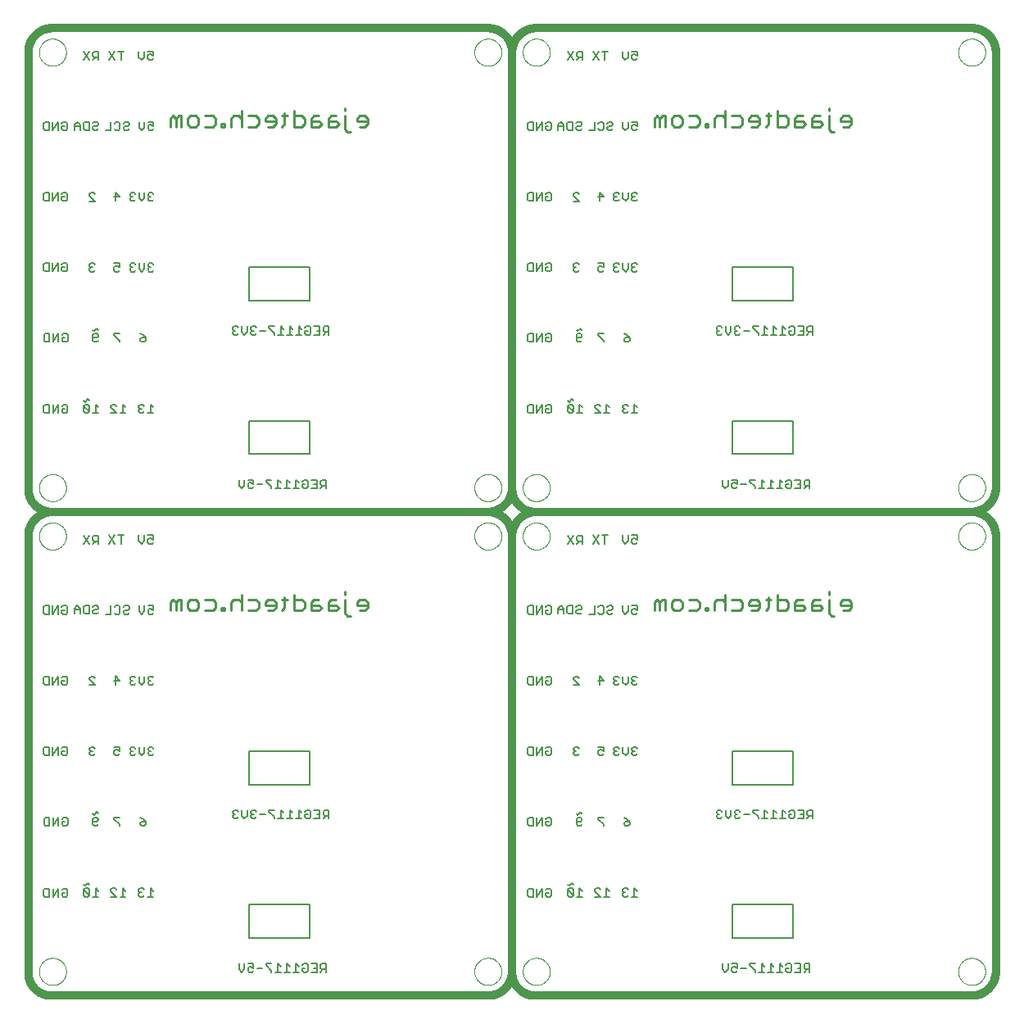
<source format=gbo>
G75*
%MOIN*%
%OFA0B0*%
%FSLAX25Y25*%
%IPPOS*%
%LPD*%
%AMOC8*
5,1,8,0,0,1.08239X$1,22.5*
%
%ADD10C,0.00000*%
%ADD11C,0.01100*%
%ADD12C,0.01000*%
%ADD13C,0.00600*%
%ADD14C,0.03200*%
D10*
X0112531Y0165186D02*
X0112533Y0165334D01*
X0112539Y0165482D01*
X0112549Y0165630D01*
X0112563Y0165777D01*
X0112581Y0165924D01*
X0112602Y0166070D01*
X0112628Y0166216D01*
X0112658Y0166361D01*
X0112691Y0166505D01*
X0112729Y0166648D01*
X0112770Y0166790D01*
X0112815Y0166931D01*
X0112863Y0167071D01*
X0112916Y0167210D01*
X0112972Y0167347D01*
X0113032Y0167482D01*
X0113095Y0167616D01*
X0113162Y0167748D01*
X0113233Y0167878D01*
X0113307Y0168006D01*
X0113384Y0168132D01*
X0113465Y0168256D01*
X0113549Y0168378D01*
X0113636Y0168497D01*
X0113727Y0168614D01*
X0113821Y0168729D01*
X0113917Y0168841D01*
X0114017Y0168951D01*
X0114119Y0169057D01*
X0114225Y0169161D01*
X0114333Y0169262D01*
X0114444Y0169360D01*
X0114557Y0169456D01*
X0114673Y0169548D01*
X0114791Y0169637D01*
X0114912Y0169722D01*
X0115035Y0169805D01*
X0115160Y0169884D01*
X0115287Y0169960D01*
X0115416Y0170032D01*
X0115547Y0170101D01*
X0115680Y0170166D01*
X0115815Y0170227D01*
X0115951Y0170285D01*
X0116088Y0170340D01*
X0116227Y0170390D01*
X0116368Y0170437D01*
X0116509Y0170480D01*
X0116652Y0170520D01*
X0116796Y0170555D01*
X0116940Y0170587D01*
X0117086Y0170614D01*
X0117232Y0170638D01*
X0117379Y0170658D01*
X0117526Y0170674D01*
X0117673Y0170686D01*
X0117821Y0170694D01*
X0117969Y0170698D01*
X0118117Y0170698D01*
X0118265Y0170694D01*
X0118413Y0170686D01*
X0118560Y0170674D01*
X0118707Y0170658D01*
X0118854Y0170638D01*
X0119000Y0170614D01*
X0119146Y0170587D01*
X0119290Y0170555D01*
X0119434Y0170520D01*
X0119577Y0170480D01*
X0119718Y0170437D01*
X0119859Y0170390D01*
X0119998Y0170340D01*
X0120135Y0170285D01*
X0120271Y0170227D01*
X0120406Y0170166D01*
X0120539Y0170101D01*
X0120670Y0170032D01*
X0120799Y0169960D01*
X0120926Y0169884D01*
X0121051Y0169805D01*
X0121174Y0169722D01*
X0121295Y0169637D01*
X0121413Y0169548D01*
X0121529Y0169456D01*
X0121642Y0169360D01*
X0121753Y0169262D01*
X0121861Y0169161D01*
X0121967Y0169057D01*
X0122069Y0168951D01*
X0122169Y0168841D01*
X0122265Y0168729D01*
X0122359Y0168614D01*
X0122450Y0168497D01*
X0122537Y0168378D01*
X0122621Y0168256D01*
X0122702Y0168132D01*
X0122779Y0168006D01*
X0122853Y0167878D01*
X0122924Y0167748D01*
X0122991Y0167616D01*
X0123054Y0167482D01*
X0123114Y0167347D01*
X0123170Y0167210D01*
X0123223Y0167071D01*
X0123271Y0166931D01*
X0123316Y0166790D01*
X0123357Y0166648D01*
X0123395Y0166505D01*
X0123428Y0166361D01*
X0123458Y0166216D01*
X0123484Y0166070D01*
X0123505Y0165924D01*
X0123523Y0165777D01*
X0123537Y0165630D01*
X0123547Y0165482D01*
X0123553Y0165334D01*
X0123555Y0165186D01*
X0123553Y0165038D01*
X0123547Y0164890D01*
X0123537Y0164742D01*
X0123523Y0164595D01*
X0123505Y0164448D01*
X0123484Y0164302D01*
X0123458Y0164156D01*
X0123428Y0164011D01*
X0123395Y0163867D01*
X0123357Y0163724D01*
X0123316Y0163582D01*
X0123271Y0163441D01*
X0123223Y0163301D01*
X0123170Y0163162D01*
X0123114Y0163025D01*
X0123054Y0162890D01*
X0122991Y0162756D01*
X0122924Y0162624D01*
X0122853Y0162494D01*
X0122779Y0162366D01*
X0122702Y0162240D01*
X0122621Y0162116D01*
X0122537Y0161994D01*
X0122450Y0161875D01*
X0122359Y0161758D01*
X0122265Y0161643D01*
X0122169Y0161531D01*
X0122069Y0161421D01*
X0121967Y0161315D01*
X0121861Y0161211D01*
X0121753Y0161110D01*
X0121642Y0161012D01*
X0121529Y0160916D01*
X0121413Y0160824D01*
X0121295Y0160735D01*
X0121174Y0160650D01*
X0121051Y0160567D01*
X0120926Y0160488D01*
X0120799Y0160412D01*
X0120670Y0160340D01*
X0120539Y0160271D01*
X0120406Y0160206D01*
X0120271Y0160145D01*
X0120135Y0160087D01*
X0119998Y0160032D01*
X0119859Y0159982D01*
X0119718Y0159935D01*
X0119577Y0159892D01*
X0119434Y0159852D01*
X0119290Y0159817D01*
X0119146Y0159785D01*
X0119000Y0159758D01*
X0118854Y0159734D01*
X0118707Y0159714D01*
X0118560Y0159698D01*
X0118413Y0159686D01*
X0118265Y0159678D01*
X0118117Y0159674D01*
X0117969Y0159674D01*
X0117821Y0159678D01*
X0117673Y0159686D01*
X0117526Y0159698D01*
X0117379Y0159714D01*
X0117232Y0159734D01*
X0117086Y0159758D01*
X0116940Y0159785D01*
X0116796Y0159817D01*
X0116652Y0159852D01*
X0116509Y0159892D01*
X0116368Y0159935D01*
X0116227Y0159982D01*
X0116088Y0160032D01*
X0115951Y0160087D01*
X0115815Y0160145D01*
X0115680Y0160206D01*
X0115547Y0160271D01*
X0115416Y0160340D01*
X0115287Y0160412D01*
X0115160Y0160488D01*
X0115035Y0160567D01*
X0114912Y0160650D01*
X0114791Y0160735D01*
X0114673Y0160824D01*
X0114557Y0160916D01*
X0114444Y0161012D01*
X0114333Y0161110D01*
X0114225Y0161211D01*
X0114119Y0161315D01*
X0114017Y0161421D01*
X0113917Y0161531D01*
X0113821Y0161643D01*
X0113727Y0161758D01*
X0113636Y0161875D01*
X0113549Y0161994D01*
X0113465Y0162116D01*
X0113384Y0162240D01*
X0113307Y0162366D01*
X0113233Y0162494D01*
X0113162Y0162624D01*
X0113095Y0162756D01*
X0113032Y0162890D01*
X0112972Y0163025D01*
X0112916Y0163162D01*
X0112863Y0163301D01*
X0112815Y0163441D01*
X0112770Y0163582D01*
X0112729Y0163724D01*
X0112691Y0163867D01*
X0112658Y0164011D01*
X0112628Y0164156D01*
X0112602Y0164302D01*
X0112581Y0164448D01*
X0112563Y0164595D01*
X0112549Y0164742D01*
X0112539Y0164890D01*
X0112533Y0165038D01*
X0112531Y0165186D01*
X0112531Y0342351D02*
X0112533Y0342499D01*
X0112539Y0342647D01*
X0112549Y0342795D01*
X0112563Y0342942D01*
X0112581Y0343089D01*
X0112602Y0343235D01*
X0112628Y0343381D01*
X0112658Y0343526D01*
X0112691Y0343670D01*
X0112729Y0343813D01*
X0112770Y0343955D01*
X0112815Y0344096D01*
X0112863Y0344236D01*
X0112916Y0344375D01*
X0112972Y0344512D01*
X0113032Y0344647D01*
X0113095Y0344781D01*
X0113162Y0344913D01*
X0113233Y0345043D01*
X0113307Y0345171D01*
X0113384Y0345297D01*
X0113465Y0345421D01*
X0113549Y0345543D01*
X0113636Y0345662D01*
X0113727Y0345779D01*
X0113821Y0345894D01*
X0113917Y0346006D01*
X0114017Y0346116D01*
X0114119Y0346222D01*
X0114225Y0346326D01*
X0114333Y0346427D01*
X0114444Y0346525D01*
X0114557Y0346621D01*
X0114673Y0346713D01*
X0114791Y0346802D01*
X0114912Y0346887D01*
X0115035Y0346970D01*
X0115160Y0347049D01*
X0115287Y0347125D01*
X0115416Y0347197D01*
X0115547Y0347266D01*
X0115680Y0347331D01*
X0115815Y0347392D01*
X0115951Y0347450D01*
X0116088Y0347505D01*
X0116227Y0347555D01*
X0116368Y0347602D01*
X0116509Y0347645D01*
X0116652Y0347685D01*
X0116796Y0347720D01*
X0116940Y0347752D01*
X0117086Y0347779D01*
X0117232Y0347803D01*
X0117379Y0347823D01*
X0117526Y0347839D01*
X0117673Y0347851D01*
X0117821Y0347859D01*
X0117969Y0347863D01*
X0118117Y0347863D01*
X0118265Y0347859D01*
X0118413Y0347851D01*
X0118560Y0347839D01*
X0118707Y0347823D01*
X0118854Y0347803D01*
X0119000Y0347779D01*
X0119146Y0347752D01*
X0119290Y0347720D01*
X0119434Y0347685D01*
X0119577Y0347645D01*
X0119718Y0347602D01*
X0119859Y0347555D01*
X0119998Y0347505D01*
X0120135Y0347450D01*
X0120271Y0347392D01*
X0120406Y0347331D01*
X0120539Y0347266D01*
X0120670Y0347197D01*
X0120799Y0347125D01*
X0120926Y0347049D01*
X0121051Y0346970D01*
X0121174Y0346887D01*
X0121295Y0346802D01*
X0121413Y0346713D01*
X0121529Y0346621D01*
X0121642Y0346525D01*
X0121753Y0346427D01*
X0121861Y0346326D01*
X0121967Y0346222D01*
X0122069Y0346116D01*
X0122169Y0346006D01*
X0122265Y0345894D01*
X0122359Y0345779D01*
X0122450Y0345662D01*
X0122537Y0345543D01*
X0122621Y0345421D01*
X0122702Y0345297D01*
X0122779Y0345171D01*
X0122853Y0345043D01*
X0122924Y0344913D01*
X0122991Y0344781D01*
X0123054Y0344647D01*
X0123114Y0344512D01*
X0123170Y0344375D01*
X0123223Y0344236D01*
X0123271Y0344096D01*
X0123316Y0343955D01*
X0123357Y0343813D01*
X0123395Y0343670D01*
X0123428Y0343526D01*
X0123458Y0343381D01*
X0123484Y0343235D01*
X0123505Y0343089D01*
X0123523Y0342942D01*
X0123537Y0342795D01*
X0123547Y0342647D01*
X0123553Y0342499D01*
X0123555Y0342351D01*
X0123553Y0342203D01*
X0123547Y0342055D01*
X0123537Y0341907D01*
X0123523Y0341760D01*
X0123505Y0341613D01*
X0123484Y0341467D01*
X0123458Y0341321D01*
X0123428Y0341176D01*
X0123395Y0341032D01*
X0123357Y0340889D01*
X0123316Y0340747D01*
X0123271Y0340606D01*
X0123223Y0340466D01*
X0123170Y0340327D01*
X0123114Y0340190D01*
X0123054Y0340055D01*
X0122991Y0339921D01*
X0122924Y0339789D01*
X0122853Y0339659D01*
X0122779Y0339531D01*
X0122702Y0339405D01*
X0122621Y0339281D01*
X0122537Y0339159D01*
X0122450Y0339040D01*
X0122359Y0338923D01*
X0122265Y0338808D01*
X0122169Y0338696D01*
X0122069Y0338586D01*
X0121967Y0338480D01*
X0121861Y0338376D01*
X0121753Y0338275D01*
X0121642Y0338177D01*
X0121529Y0338081D01*
X0121413Y0337989D01*
X0121295Y0337900D01*
X0121174Y0337815D01*
X0121051Y0337732D01*
X0120926Y0337653D01*
X0120799Y0337577D01*
X0120670Y0337505D01*
X0120539Y0337436D01*
X0120406Y0337371D01*
X0120271Y0337310D01*
X0120135Y0337252D01*
X0119998Y0337197D01*
X0119859Y0337147D01*
X0119718Y0337100D01*
X0119577Y0337057D01*
X0119434Y0337017D01*
X0119290Y0336982D01*
X0119146Y0336950D01*
X0119000Y0336923D01*
X0118854Y0336899D01*
X0118707Y0336879D01*
X0118560Y0336863D01*
X0118413Y0336851D01*
X0118265Y0336843D01*
X0118117Y0336839D01*
X0117969Y0336839D01*
X0117821Y0336843D01*
X0117673Y0336851D01*
X0117526Y0336863D01*
X0117379Y0336879D01*
X0117232Y0336899D01*
X0117086Y0336923D01*
X0116940Y0336950D01*
X0116796Y0336982D01*
X0116652Y0337017D01*
X0116509Y0337057D01*
X0116368Y0337100D01*
X0116227Y0337147D01*
X0116088Y0337197D01*
X0115951Y0337252D01*
X0115815Y0337310D01*
X0115680Y0337371D01*
X0115547Y0337436D01*
X0115416Y0337505D01*
X0115287Y0337577D01*
X0115160Y0337653D01*
X0115035Y0337732D01*
X0114912Y0337815D01*
X0114791Y0337900D01*
X0114673Y0337989D01*
X0114557Y0338081D01*
X0114444Y0338177D01*
X0114333Y0338275D01*
X0114225Y0338376D01*
X0114119Y0338480D01*
X0114017Y0338586D01*
X0113917Y0338696D01*
X0113821Y0338808D01*
X0113727Y0338923D01*
X0113636Y0339040D01*
X0113549Y0339159D01*
X0113465Y0339281D01*
X0113384Y0339405D01*
X0113307Y0339531D01*
X0113233Y0339659D01*
X0113162Y0339789D01*
X0113095Y0339921D01*
X0113032Y0340055D01*
X0112972Y0340190D01*
X0112916Y0340327D01*
X0112863Y0340466D01*
X0112815Y0340606D01*
X0112770Y0340747D01*
X0112729Y0340889D01*
X0112691Y0341032D01*
X0112658Y0341176D01*
X0112628Y0341321D01*
X0112602Y0341467D01*
X0112581Y0341613D01*
X0112563Y0341760D01*
X0112549Y0341907D01*
X0112539Y0342055D01*
X0112533Y0342203D01*
X0112531Y0342351D01*
X0112531Y0362036D02*
X0112533Y0362184D01*
X0112539Y0362332D01*
X0112549Y0362480D01*
X0112563Y0362627D01*
X0112581Y0362774D01*
X0112602Y0362920D01*
X0112628Y0363066D01*
X0112658Y0363211D01*
X0112691Y0363355D01*
X0112729Y0363498D01*
X0112770Y0363640D01*
X0112815Y0363781D01*
X0112863Y0363921D01*
X0112916Y0364060D01*
X0112972Y0364197D01*
X0113032Y0364332D01*
X0113095Y0364466D01*
X0113162Y0364598D01*
X0113233Y0364728D01*
X0113307Y0364856D01*
X0113384Y0364982D01*
X0113465Y0365106D01*
X0113549Y0365228D01*
X0113636Y0365347D01*
X0113727Y0365464D01*
X0113821Y0365579D01*
X0113917Y0365691D01*
X0114017Y0365801D01*
X0114119Y0365907D01*
X0114225Y0366011D01*
X0114333Y0366112D01*
X0114444Y0366210D01*
X0114557Y0366306D01*
X0114673Y0366398D01*
X0114791Y0366487D01*
X0114912Y0366572D01*
X0115035Y0366655D01*
X0115160Y0366734D01*
X0115287Y0366810D01*
X0115416Y0366882D01*
X0115547Y0366951D01*
X0115680Y0367016D01*
X0115815Y0367077D01*
X0115951Y0367135D01*
X0116088Y0367190D01*
X0116227Y0367240D01*
X0116368Y0367287D01*
X0116509Y0367330D01*
X0116652Y0367370D01*
X0116796Y0367405D01*
X0116940Y0367437D01*
X0117086Y0367464D01*
X0117232Y0367488D01*
X0117379Y0367508D01*
X0117526Y0367524D01*
X0117673Y0367536D01*
X0117821Y0367544D01*
X0117969Y0367548D01*
X0118117Y0367548D01*
X0118265Y0367544D01*
X0118413Y0367536D01*
X0118560Y0367524D01*
X0118707Y0367508D01*
X0118854Y0367488D01*
X0119000Y0367464D01*
X0119146Y0367437D01*
X0119290Y0367405D01*
X0119434Y0367370D01*
X0119577Y0367330D01*
X0119718Y0367287D01*
X0119859Y0367240D01*
X0119998Y0367190D01*
X0120135Y0367135D01*
X0120271Y0367077D01*
X0120406Y0367016D01*
X0120539Y0366951D01*
X0120670Y0366882D01*
X0120799Y0366810D01*
X0120926Y0366734D01*
X0121051Y0366655D01*
X0121174Y0366572D01*
X0121295Y0366487D01*
X0121413Y0366398D01*
X0121529Y0366306D01*
X0121642Y0366210D01*
X0121753Y0366112D01*
X0121861Y0366011D01*
X0121967Y0365907D01*
X0122069Y0365801D01*
X0122169Y0365691D01*
X0122265Y0365579D01*
X0122359Y0365464D01*
X0122450Y0365347D01*
X0122537Y0365228D01*
X0122621Y0365106D01*
X0122702Y0364982D01*
X0122779Y0364856D01*
X0122853Y0364728D01*
X0122924Y0364598D01*
X0122991Y0364466D01*
X0123054Y0364332D01*
X0123114Y0364197D01*
X0123170Y0364060D01*
X0123223Y0363921D01*
X0123271Y0363781D01*
X0123316Y0363640D01*
X0123357Y0363498D01*
X0123395Y0363355D01*
X0123428Y0363211D01*
X0123458Y0363066D01*
X0123484Y0362920D01*
X0123505Y0362774D01*
X0123523Y0362627D01*
X0123537Y0362480D01*
X0123547Y0362332D01*
X0123553Y0362184D01*
X0123555Y0362036D01*
X0123553Y0361888D01*
X0123547Y0361740D01*
X0123537Y0361592D01*
X0123523Y0361445D01*
X0123505Y0361298D01*
X0123484Y0361152D01*
X0123458Y0361006D01*
X0123428Y0360861D01*
X0123395Y0360717D01*
X0123357Y0360574D01*
X0123316Y0360432D01*
X0123271Y0360291D01*
X0123223Y0360151D01*
X0123170Y0360012D01*
X0123114Y0359875D01*
X0123054Y0359740D01*
X0122991Y0359606D01*
X0122924Y0359474D01*
X0122853Y0359344D01*
X0122779Y0359216D01*
X0122702Y0359090D01*
X0122621Y0358966D01*
X0122537Y0358844D01*
X0122450Y0358725D01*
X0122359Y0358608D01*
X0122265Y0358493D01*
X0122169Y0358381D01*
X0122069Y0358271D01*
X0121967Y0358165D01*
X0121861Y0358061D01*
X0121753Y0357960D01*
X0121642Y0357862D01*
X0121529Y0357766D01*
X0121413Y0357674D01*
X0121295Y0357585D01*
X0121174Y0357500D01*
X0121051Y0357417D01*
X0120926Y0357338D01*
X0120799Y0357262D01*
X0120670Y0357190D01*
X0120539Y0357121D01*
X0120406Y0357056D01*
X0120271Y0356995D01*
X0120135Y0356937D01*
X0119998Y0356882D01*
X0119859Y0356832D01*
X0119718Y0356785D01*
X0119577Y0356742D01*
X0119434Y0356702D01*
X0119290Y0356667D01*
X0119146Y0356635D01*
X0119000Y0356608D01*
X0118854Y0356584D01*
X0118707Y0356564D01*
X0118560Y0356548D01*
X0118413Y0356536D01*
X0118265Y0356528D01*
X0118117Y0356524D01*
X0117969Y0356524D01*
X0117821Y0356528D01*
X0117673Y0356536D01*
X0117526Y0356548D01*
X0117379Y0356564D01*
X0117232Y0356584D01*
X0117086Y0356608D01*
X0116940Y0356635D01*
X0116796Y0356667D01*
X0116652Y0356702D01*
X0116509Y0356742D01*
X0116368Y0356785D01*
X0116227Y0356832D01*
X0116088Y0356882D01*
X0115951Y0356937D01*
X0115815Y0356995D01*
X0115680Y0357056D01*
X0115547Y0357121D01*
X0115416Y0357190D01*
X0115287Y0357262D01*
X0115160Y0357338D01*
X0115035Y0357417D01*
X0114912Y0357500D01*
X0114791Y0357585D01*
X0114673Y0357674D01*
X0114557Y0357766D01*
X0114444Y0357862D01*
X0114333Y0357960D01*
X0114225Y0358061D01*
X0114119Y0358165D01*
X0114017Y0358271D01*
X0113917Y0358381D01*
X0113821Y0358493D01*
X0113727Y0358608D01*
X0113636Y0358725D01*
X0113549Y0358844D01*
X0113465Y0358966D01*
X0113384Y0359090D01*
X0113307Y0359216D01*
X0113233Y0359344D01*
X0113162Y0359474D01*
X0113095Y0359606D01*
X0113032Y0359740D01*
X0112972Y0359875D01*
X0112916Y0360012D01*
X0112863Y0360151D01*
X0112815Y0360291D01*
X0112770Y0360432D01*
X0112729Y0360574D01*
X0112691Y0360717D01*
X0112658Y0360861D01*
X0112628Y0361006D01*
X0112602Y0361152D01*
X0112581Y0361298D01*
X0112563Y0361445D01*
X0112549Y0361592D01*
X0112539Y0361740D01*
X0112533Y0361888D01*
X0112531Y0362036D01*
X0112531Y0539202D02*
X0112533Y0539350D01*
X0112539Y0539498D01*
X0112549Y0539646D01*
X0112563Y0539793D01*
X0112581Y0539940D01*
X0112602Y0540086D01*
X0112628Y0540232D01*
X0112658Y0540377D01*
X0112691Y0540521D01*
X0112729Y0540664D01*
X0112770Y0540806D01*
X0112815Y0540947D01*
X0112863Y0541087D01*
X0112916Y0541226D01*
X0112972Y0541363D01*
X0113032Y0541498D01*
X0113095Y0541632D01*
X0113162Y0541764D01*
X0113233Y0541894D01*
X0113307Y0542022D01*
X0113384Y0542148D01*
X0113465Y0542272D01*
X0113549Y0542394D01*
X0113636Y0542513D01*
X0113727Y0542630D01*
X0113821Y0542745D01*
X0113917Y0542857D01*
X0114017Y0542967D01*
X0114119Y0543073D01*
X0114225Y0543177D01*
X0114333Y0543278D01*
X0114444Y0543376D01*
X0114557Y0543472D01*
X0114673Y0543564D01*
X0114791Y0543653D01*
X0114912Y0543738D01*
X0115035Y0543821D01*
X0115160Y0543900D01*
X0115287Y0543976D01*
X0115416Y0544048D01*
X0115547Y0544117D01*
X0115680Y0544182D01*
X0115815Y0544243D01*
X0115951Y0544301D01*
X0116088Y0544356D01*
X0116227Y0544406D01*
X0116368Y0544453D01*
X0116509Y0544496D01*
X0116652Y0544536D01*
X0116796Y0544571D01*
X0116940Y0544603D01*
X0117086Y0544630D01*
X0117232Y0544654D01*
X0117379Y0544674D01*
X0117526Y0544690D01*
X0117673Y0544702D01*
X0117821Y0544710D01*
X0117969Y0544714D01*
X0118117Y0544714D01*
X0118265Y0544710D01*
X0118413Y0544702D01*
X0118560Y0544690D01*
X0118707Y0544674D01*
X0118854Y0544654D01*
X0119000Y0544630D01*
X0119146Y0544603D01*
X0119290Y0544571D01*
X0119434Y0544536D01*
X0119577Y0544496D01*
X0119718Y0544453D01*
X0119859Y0544406D01*
X0119998Y0544356D01*
X0120135Y0544301D01*
X0120271Y0544243D01*
X0120406Y0544182D01*
X0120539Y0544117D01*
X0120670Y0544048D01*
X0120799Y0543976D01*
X0120926Y0543900D01*
X0121051Y0543821D01*
X0121174Y0543738D01*
X0121295Y0543653D01*
X0121413Y0543564D01*
X0121529Y0543472D01*
X0121642Y0543376D01*
X0121753Y0543278D01*
X0121861Y0543177D01*
X0121967Y0543073D01*
X0122069Y0542967D01*
X0122169Y0542857D01*
X0122265Y0542745D01*
X0122359Y0542630D01*
X0122450Y0542513D01*
X0122537Y0542394D01*
X0122621Y0542272D01*
X0122702Y0542148D01*
X0122779Y0542022D01*
X0122853Y0541894D01*
X0122924Y0541764D01*
X0122991Y0541632D01*
X0123054Y0541498D01*
X0123114Y0541363D01*
X0123170Y0541226D01*
X0123223Y0541087D01*
X0123271Y0540947D01*
X0123316Y0540806D01*
X0123357Y0540664D01*
X0123395Y0540521D01*
X0123428Y0540377D01*
X0123458Y0540232D01*
X0123484Y0540086D01*
X0123505Y0539940D01*
X0123523Y0539793D01*
X0123537Y0539646D01*
X0123547Y0539498D01*
X0123553Y0539350D01*
X0123555Y0539202D01*
X0123553Y0539054D01*
X0123547Y0538906D01*
X0123537Y0538758D01*
X0123523Y0538611D01*
X0123505Y0538464D01*
X0123484Y0538318D01*
X0123458Y0538172D01*
X0123428Y0538027D01*
X0123395Y0537883D01*
X0123357Y0537740D01*
X0123316Y0537598D01*
X0123271Y0537457D01*
X0123223Y0537317D01*
X0123170Y0537178D01*
X0123114Y0537041D01*
X0123054Y0536906D01*
X0122991Y0536772D01*
X0122924Y0536640D01*
X0122853Y0536510D01*
X0122779Y0536382D01*
X0122702Y0536256D01*
X0122621Y0536132D01*
X0122537Y0536010D01*
X0122450Y0535891D01*
X0122359Y0535774D01*
X0122265Y0535659D01*
X0122169Y0535547D01*
X0122069Y0535437D01*
X0121967Y0535331D01*
X0121861Y0535227D01*
X0121753Y0535126D01*
X0121642Y0535028D01*
X0121529Y0534932D01*
X0121413Y0534840D01*
X0121295Y0534751D01*
X0121174Y0534666D01*
X0121051Y0534583D01*
X0120926Y0534504D01*
X0120799Y0534428D01*
X0120670Y0534356D01*
X0120539Y0534287D01*
X0120406Y0534222D01*
X0120271Y0534161D01*
X0120135Y0534103D01*
X0119998Y0534048D01*
X0119859Y0533998D01*
X0119718Y0533951D01*
X0119577Y0533908D01*
X0119434Y0533868D01*
X0119290Y0533833D01*
X0119146Y0533801D01*
X0119000Y0533774D01*
X0118854Y0533750D01*
X0118707Y0533730D01*
X0118560Y0533714D01*
X0118413Y0533702D01*
X0118265Y0533694D01*
X0118117Y0533690D01*
X0117969Y0533690D01*
X0117821Y0533694D01*
X0117673Y0533702D01*
X0117526Y0533714D01*
X0117379Y0533730D01*
X0117232Y0533750D01*
X0117086Y0533774D01*
X0116940Y0533801D01*
X0116796Y0533833D01*
X0116652Y0533868D01*
X0116509Y0533908D01*
X0116368Y0533951D01*
X0116227Y0533998D01*
X0116088Y0534048D01*
X0115951Y0534103D01*
X0115815Y0534161D01*
X0115680Y0534222D01*
X0115547Y0534287D01*
X0115416Y0534356D01*
X0115287Y0534428D01*
X0115160Y0534504D01*
X0115035Y0534583D01*
X0114912Y0534666D01*
X0114791Y0534751D01*
X0114673Y0534840D01*
X0114557Y0534932D01*
X0114444Y0535028D01*
X0114333Y0535126D01*
X0114225Y0535227D01*
X0114119Y0535331D01*
X0114017Y0535437D01*
X0113917Y0535547D01*
X0113821Y0535659D01*
X0113727Y0535774D01*
X0113636Y0535891D01*
X0113549Y0536010D01*
X0113465Y0536132D01*
X0113384Y0536256D01*
X0113307Y0536382D01*
X0113233Y0536510D01*
X0113162Y0536640D01*
X0113095Y0536772D01*
X0113032Y0536906D01*
X0112972Y0537041D01*
X0112916Y0537178D01*
X0112863Y0537317D01*
X0112815Y0537457D01*
X0112770Y0537598D01*
X0112729Y0537740D01*
X0112691Y0537883D01*
X0112658Y0538027D01*
X0112628Y0538172D01*
X0112602Y0538318D01*
X0112581Y0538464D01*
X0112563Y0538611D01*
X0112549Y0538758D01*
X0112539Y0538906D01*
X0112533Y0539054D01*
X0112531Y0539202D01*
X0289696Y0539202D02*
X0289698Y0539350D01*
X0289704Y0539498D01*
X0289714Y0539646D01*
X0289728Y0539793D01*
X0289746Y0539940D01*
X0289767Y0540086D01*
X0289793Y0540232D01*
X0289823Y0540377D01*
X0289856Y0540521D01*
X0289894Y0540664D01*
X0289935Y0540806D01*
X0289980Y0540947D01*
X0290028Y0541087D01*
X0290081Y0541226D01*
X0290137Y0541363D01*
X0290197Y0541498D01*
X0290260Y0541632D01*
X0290327Y0541764D01*
X0290398Y0541894D01*
X0290472Y0542022D01*
X0290549Y0542148D01*
X0290630Y0542272D01*
X0290714Y0542394D01*
X0290801Y0542513D01*
X0290892Y0542630D01*
X0290986Y0542745D01*
X0291082Y0542857D01*
X0291182Y0542967D01*
X0291284Y0543073D01*
X0291390Y0543177D01*
X0291498Y0543278D01*
X0291609Y0543376D01*
X0291722Y0543472D01*
X0291838Y0543564D01*
X0291956Y0543653D01*
X0292077Y0543738D01*
X0292200Y0543821D01*
X0292325Y0543900D01*
X0292452Y0543976D01*
X0292581Y0544048D01*
X0292712Y0544117D01*
X0292845Y0544182D01*
X0292980Y0544243D01*
X0293116Y0544301D01*
X0293253Y0544356D01*
X0293392Y0544406D01*
X0293533Y0544453D01*
X0293674Y0544496D01*
X0293817Y0544536D01*
X0293961Y0544571D01*
X0294105Y0544603D01*
X0294251Y0544630D01*
X0294397Y0544654D01*
X0294544Y0544674D01*
X0294691Y0544690D01*
X0294838Y0544702D01*
X0294986Y0544710D01*
X0295134Y0544714D01*
X0295282Y0544714D01*
X0295430Y0544710D01*
X0295578Y0544702D01*
X0295725Y0544690D01*
X0295872Y0544674D01*
X0296019Y0544654D01*
X0296165Y0544630D01*
X0296311Y0544603D01*
X0296455Y0544571D01*
X0296599Y0544536D01*
X0296742Y0544496D01*
X0296883Y0544453D01*
X0297024Y0544406D01*
X0297163Y0544356D01*
X0297300Y0544301D01*
X0297436Y0544243D01*
X0297571Y0544182D01*
X0297704Y0544117D01*
X0297835Y0544048D01*
X0297964Y0543976D01*
X0298091Y0543900D01*
X0298216Y0543821D01*
X0298339Y0543738D01*
X0298460Y0543653D01*
X0298578Y0543564D01*
X0298694Y0543472D01*
X0298807Y0543376D01*
X0298918Y0543278D01*
X0299026Y0543177D01*
X0299132Y0543073D01*
X0299234Y0542967D01*
X0299334Y0542857D01*
X0299430Y0542745D01*
X0299524Y0542630D01*
X0299615Y0542513D01*
X0299702Y0542394D01*
X0299786Y0542272D01*
X0299867Y0542148D01*
X0299944Y0542022D01*
X0300018Y0541894D01*
X0300089Y0541764D01*
X0300156Y0541632D01*
X0300219Y0541498D01*
X0300279Y0541363D01*
X0300335Y0541226D01*
X0300388Y0541087D01*
X0300436Y0540947D01*
X0300481Y0540806D01*
X0300522Y0540664D01*
X0300560Y0540521D01*
X0300593Y0540377D01*
X0300623Y0540232D01*
X0300649Y0540086D01*
X0300670Y0539940D01*
X0300688Y0539793D01*
X0300702Y0539646D01*
X0300712Y0539498D01*
X0300718Y0539350D01*
X0300720Y0539202D01*
X0300718Y0539054D01*
X0300712Y0538906D01*
X0300702Y0538758D01*
X0300688Y0538611D01*
X0300670Y0538464D01*
X0300649Y0538318D01*
X0300623Y0538172D01*
X0300593Y0538027D01*
X0300560Y0537883D01*
X0300522Y0537740D01*
X0300481Y0537598D01*
X0300436Y0537457D01*
X0300388Y0537317D01*
X0300335Y0537178D01*
X0300279Y0537041D01*
X0300219Y0536906D01*
X0300156Y0536772D01*
X0300089Y0536640D01*
X0300018Y0536510D01*
X0299944Y0536382D01*
X0299867Y0536256D01*
X0299786Y0536132D01*
X0299702Y0536010D01*
X0299615Y0535891D01*
X0299524Y0535774D01*
X0299430Y0535659D01*
X0299334Y0535547D01*
X0299234Y0535437D01*
X0299132Y0535331D01*
X0299026Y0535227D01*
X0298918Y0535126D01*
X0298807Y0535028D01*
X0298694Y0534932D01*
X0298578Y0534840D01*
X0298460Y0534751D01*
X0298339Y0534666D01*
X0298216Y0534583D01*
X0298091Y0534504D01*
X0297964Y0534428D01*
X0297835Y0534356D01*
X0297704Y0534287D01*
X0297571Y0534222D01*
X0297436Y0534161D01*
X0297300Y0534103D01*
X0297163Y0534048D01*
X0297024Y0533998D01*
X0296883Y0533951D01*
X0296742Y0533908D01*
X0296599Y0533868D01*
X0296455Y0533833D01*
X0296311Y0533801D01*
X0296165Y0533774D01*
X0296019Y0533750D01*
X0295872Y0533730D01*
X0295725Y0533714D01*
X0295578Y0533702D01*
X0295430Y0533694D01*
X0295282Y0533690D01*
X0295134Y0533690D01*
X0294986Y0533694D01*
X0294838Y0533702D01*
X0294691Y0533714D01*
X0294544Y0533730D01*
X0294397Y0533750D01*
X0294251Y0533774D01*
X0294105Y0533801D01*
X0293961Y0533833D01*
X0293817Y0533868D01*
X0293674Y0533908D01*
X0293533Y0533951D01*
X0293392Y0533998D01*
X0293253Y0534048D01*
X0293116Y0534103D01*
X0292980Y0534161D01*
X0292845Y0534222D01*
X0292712Y0534287D01*
X0292581Y0534356D01*
X0292452Y0534428D01*
X0292325Y0534504D01*
X0292200Y0534583D01*
X0292077Y0534666D01*
X0291956Y0534751D01*
X0291838Y0534840D01*
X0291722Y0534932D01*
X0291609Y0535028D01*
X0291498Y0535126D01*
X0291390Y0535227D01*
X0291284Y0535331D01*
X0291182Y0535437D01*
X0291082Y0535547D01*
X0290986Y0535659D01*
X0290892Y0535774D01*
X0290801Y0535891D01*
X0290714Y0536010D01*
X0290630Y0536132D01*
X0290549Y0536256D01*
X0290472Y0536382D01*
X0290398Y0536510D01*
X0290327Y0536640D01*
X0290260Y0536772D01*
X0290197Y0536906D01*
X0290137Y0537041D01*
X0290081Y0537178D01*
X0290028Y0537317D01*
X0289980Y0537457D01*
X0289935Y0537598D01*
X0289894Y0537740D01*
X0289856Y0537883D01*
X0289823Y0538027D01*
X0289793Y0538172D01*
X0289767Y0538318D01*
X0289746Y0538464D01*
X0289728Y0538611D01*
X0289714Y0538758D01*
X0289704Y0538906D01*
X0289698Y0539054D01*
X0289696Y0539202D01*
X0309381Y0539202D02*
X0309383Y0539350D01*
X0309389Y0539498D01*
X0309399Y0539646D01*
X0309413Y0539793D01*
X0309431Y0539940D01*
X0309452Y0540086D01*
X0309478Y0540232D01*
X0309508Y0540377D01*
X0309541Y0540521D01*
X0309579Y0540664D01*
X0309620Y0540806D01*
X0309665Y0540947D01*
X0309713Y0541087D01*
X0309766Y0541226D01*
X0309822Y0541363D01*
X0309882Y0541498D01*
X0309945Y0541632D01*
X0310012Y0541764D01*
X0310083Y0541894D01*
X0310157Y0542022D01*
X0310234Y0542148D01*
X0310315Y0542272D01*
X0310399Y0542394D01*
X0310486Y0542513D01*
X0310577Y0542630D01*
X0310671Y0542745D01*
X0310767Y0542857D01*
X0310867Y0542967D01*
X0310969Y0543073D01*
X0311075Y0543177D01*
X0311183Y0543278D01*
X0311294Y0543376D01*
X0311407Y0543472D01*
X0311523Y0543564D01*
X0311641Y0543653D01*
X0311762Y0543738D01*
X0311885Y0543821D01*
X0312010Y0543900D01*
X0312137Y0543976D01*
X0312266Y0544048D01*
X0312397Y0544117D01*
X0312530Y0544182D01*
X0312665Y0544243D01*
X0312801Y0544301D01*
X0312938Y0544356D01*
X0313077Y0544406D01*
X0313218Y0544453D01*
X0313359Y0544496D01*
X0313502Y0544536D01*
X0313646Y0544571D01*
X0313790Y0544603D01*
X0313936Y0544630D01*
X0314082Y0544654D01*
X0314229Y0544674D01*
X0314376Y0544690D01*
X0314523Y0544702D01*
X0314671Y0544710D01*
X0314819Y0544714D01*
X0314967Y0544714D01*
X0315115Y0544710D01*
X0315263Y0544702D01*
X0315410Y0544690D01*
X0315557Y0544674D01*
X0315704Y0544654D01*
X0315850Y0544630D01*
X0315996Y0544603D01*
X0316140Y0544571D01*
X0316284Y0544536D01*
X0316427Y0544496D01*
X0316568Y0544453D01*
X0316709Y0544406D01*
X0316848Y0544356D01*
X0316985Y0544301D01*
X0317121Y0544243D01*
X0317256Y0544182D01*
X0317389Y0544117D01*
X0317520Y0544048D01*
X0317649Y0543976D01*
X0317776Y0543900D01*
X0317901Y0543821D01*
X0318024Y0543738D01*
X0318145Y0543653D01*
X0318263Y0543564D01*
X0318379Y0543472D01*
X0318492Y0543376D01*
X0318603Y0543278D01*
X0318711Y0543177D01*
X0318817Y0543073D01*
X0318919Y0542967D01*
X0319019Y0542857D01*
X0319115Y0542745D01*
X0319209Y0542630D01*
X0319300Y0542513D01*
X0319387Y0542394D01*
X0319471Y0542272D01*
X0319552Y0542148D01*
X0319629Y0542022D01*
X0319703Y0541894D01*
X0319774Y0541764D01*
X0319841Y0541632D01*
X0319904Y0541498D01*
X0319964Y0541363D01*
X0320020Y0541226D01*
X0320073Y0541087D01*
X0320121Y0540947D01*
X0320166Y0540806D01*
X0320207Y0540664D01*
X0320245Y0540521D01*
X0320278Y0540377D01*
X0320308Y0540232D01*
X0320334Y0540086D01*
X0320355Y0539940D01*
X0320373Y0539793D01*
X0320387Y0539646D01*
X0320397Y0539498D01*
X0320403Y0539350D01*
X0320405Y0539202D01*
X0320403Y0539054D01*
X0320397Y0538906D01*
X0320387Y0538758D01*
X0320373Y0538611D01*
X0320355Y0538464D01*
X0320334Y0538318D01*
X0320308Y0538172D01*
X0320278Y0538027D01*
X0320245Y0537883D01*
X0320207Y0537740D01*
X0320166Y0537598D01*
X0320121Y0537457D01*
X0320073Y0537317D01*
X0320020Y0537178D01*
X0319964Y0537041D01*
X0319904Y0536906D01*
X0319841Y0536772D01*
X0319774Y0536640D01*
X0319703Y0536510D01*
X0319629Y0536382D01*
X0319552Y0536256D01*
X0319471Y0536132D01*
X0319387Y0536010D01*
X0319300Y0535891D01*
X0319209Y0535774D01*
X0319115Y0535659D01*
X0319019Y0535547D01*
X0318919Y0535437D01*
X0318817Y0535331D01*
X0318711Y0535227D01*
X0318603Y0535126D01*
X0318492Y0535028D01*
X0318379Y0534932D01*
X0318263Y0534840D01*
X0318145Y0534751D01*
X0318024Y0534666D01*
X0317901Y0534583D01*
X0317776Y0534504D01*
X0317649Y0534428D01*
X0317520Y0534356D01*
X0317389Y0534287D01*
X0317256Y0534222D01*
X0317121Y0534161D01*
X0316985Y0534103D01*
X0316848Y0534048D01*
X0316709Y0533998D01*
X0316568Y0533951D01*
X0316427Y0533908D01*
X0316284Y0533868D01*
X0316140Y0533833D01*
X0315996Y0533801D01*
X0315850Y0533774D01*
X0315704Y0533750D01*
X0315557Y0533730D01*
X0315410Y0533714D01*
X0315263Y0533702D01*
X0315115Y0533694D01*
X0314967Y0533690D01*
X0314819Y0533690D01*
X0314671Y0533694D01*
X0314523Y0533702D01*
X0314376Y0533714D01*
X0314229Y0533730D01*
X0314082Y0533750D01*
X0313936Y0533774D01*
X0313790Y0533801D01*
X0313646Y0533833D01*
X0313502Y0533868D01*
X0313359Y0533908D01*
X0313218Y0533951D01*
X0313077Y0533998D01*
X0312938Y0534048D01*
X0312801Y0534103D01*
X0312665Y0534161D01*
X0312530Y0534222D01*
X0312397Y0534287D01*
X0312266Y0534356D01*
X0312137Y0534428D01*
X0312010Y0534504D01*
X0311885Y0534583D01*
X0311762Y0534666D01*
X0311641Y0534751D01*
X0311523Y0534840D01*
X0311407Y0534932D01*
X0311294Y0535028D01*
X0311183Y0535126D01*
X0311075Y0535227D01*
X0310969Y0535331D01*
X0310867Y0535437D01*
X0310767Y0535547D01*
X0310671Y0535659D01*
X0310577Y0535774D01*
X0310486Y0535891D01*
X0310399Y0536010D01*
X0310315Y0536132D01*
X0310234Y0536256D01*
X0310157Y0536382D01*
X0310083Y0536510D01*
X0310012Y0536640D01*
X0309945Y0536772D01*
X0309882Y0536906D01*
X0309822Y0537041D01*
X0309766Y0537178D01*
X0309713Y0537317D01*
X0309665Y0537457D01*
X0309620Y0537598D01*
X0309579Y0537740D01*
X0309541Y0537883D01*
X0309508Y0538027D01*
X0309478Y0538172D01*
X0309452Y0538318D01*
X0309431Y0538464D01*
X0309413Y0538611D01*
X0309399Y0538758D01*
X0309389Y0538906D01*
X0309383Y0539054D01*
X0309381Y0539202D01*
X0309381Y0362036D02*
X0309383Y0362184D01*
X0309389Y0362332D01*
X0309399Y0362480D01*
X0309413Y0362627D01*
X0309431Y0362774D01*
X0309452Y0362920D01*
X0309478Y0363066D01*
X0309508Y0363211D01*
X0309541Y0363355D01*
X0309579Y0363498D01*
X0309620Y0363640D01*
X0309665Y0363781D01*
X0309713Y0363921D01*
X0309766Y0364060D01*
X0309822Y0364197D01*
X0309882Y0364332D01*
X0309945Y0364466D01*
X0310012Y0364598D01*
X0310083Y0364728D01*
X0310157Y0364856D01*
X0310234Y0364982D01*
X0310315Y0365106D01*
X0310399Y0365228D01*
X0310486Y0365347D01*
X0310577Y0365464D01*
X0310671Y0365579D01*
X0310767Y0365691D01*
X0310867Y0365801D01*
X0310969Y0365907D01*
X0311075Y0366011D01*
X0311183Y0366112D01*
X0311294Y0366210D01*
X0311407Y0366306D01*
X0311523Y0366398D01*
X0311641Y0366487D01*
X0311762Y0366572D01*
X0311885Y0366655D01*
X0312010Y0366734D01*
X0312137Y0366810D01*
X0312266Y0366882D01*
X0312397Y0366951D01*
X0312530Y0367016D01*
X0312665Y0367077D01*
X0312801Y0367135D01*
X0312938Y0367190D01*
X0313077Y0367240D01*
X0313218Y0367287D01*
X0313359Y0367330D01*
X0313502Y0367370D01*
X0313646Y0367405D01*
X0313790Y0367437D01*
X0313936Y0367464D01*
X0314082Y0367488D01*
X0314229Y0367508D01*
X0314376Y0367524D01*
X0314523Y0367536D01*
X0314671Y0367544D01*
X0314819Y0367548D01*
X0314967Y0367548D01*
X0315115Y0367544D01*
X0315263Y0367536D01*
X0315410Y0367524D01*
X0315557Y0367508D01*
X0315704Y0367488D01*
X0315850Y0367464D01*
X0315996Y0367437D01*
X0316140Y0367405D01*
X0316284Y0367370D01*
X0316427Y0367330D01*
X0316568Y0367287D01*
X0316709Y0367240D01*
X0316848Y0367190D01*
X0316985Y0367135D01*
X0317121Y0367077D01*
X0317256Y0367016D01*
X0317389Y0366951D01*
X0317520Y0366882D01*
X0317649Y0366810D01*
X0317776Y0366734D01*
X0317901Y0366655D01*
X0318024Y0366572D01*
X0318145Y0366487D01*
X0318263Y0366398D01*
X0318379Y0366306D01*
X0318492Y0366210D01*
X0318603Y0366112D01*
X0318711Y0366011D01*
X0318817Y0365907D01*
X0318919Y0365801D01*
X0319019Y0365691D01*
X0319115Y0365579D01*
X0319209Y0365464D01*
X0319300Y0365347D01*
X0319387Y0365228D01*
X0319471Y0365106D01*
X0319552Y0364982D01*
X0319629Y0364856D01*
X0319703Y0364728D01*
X0319774Y0364598D01*
X0319841Y0364466D01*
X0319904Y0364332D01*
X0319964Y0364197D01*
X0320020Y0364060D01*
X0320073Y0363921D01*
X0320121Y0363781D01*
X0320166Y0363640D01*
X0320207Y0363498D01*
X0320245Y0363355D01*
X0320278Y0363211D01*
X0320308Y0363066D01*
X0320334Y0362920D01*
X0320355Y0362774D01*
X0320373Y0362627D01*
X0320387Y0362480D01*
X0320397Y0362332D01*
X0320403Y0362184D01*
X0320405Y0362036D01*
X0320403Y0361888D01*
X0320397Y0361740D01*
X0320387Y0361592D01*
X0320373Y0361445D01*
X0320355Y0361298D01*
X0320334Y0361152D01*
X0320308Y0361006D01*
X0320278Y0360861D01*
X0320245Y0360717D01*
X0320207Y0360574D01*
X0320166Y0360432D01*
X0320121Y0360291D01*
X0320073Y0360151D01*
X0320020Y0360012D01*
X0319964Y0359875D01*
X0319904Y0359740D01*
X0319841Y0359606D01*
X0319774Y0359474D01*
X0319703Y0359344D01*
X0319629Y0359216D01*
X0319552Y0359090D01*
X0319471Y0358966D01*
X0319387Y0358844D01*
X0319300Y0358725D01*
X0319209Y0358608D01*
X0319115Y0358493D01*
X0319019Y0358381D01*
X0318919Y0358271D01*
X0318817Y0358165D01*
X0318711Y0358061D01*
X0318603Y0357960D01*
X0318492Y0357862D01*
X0318379Y0357766D01*
X0318263Y0357674D01*
X0318145Y0357585D01*
X0318024Y0357500D01*
X0317901Y0357417D01*
X0317776Y0357338D01*
X0317649Y0357262D01*
X0317520Y0357190D01*
X0317389Y0357121D01*
X0317256Y0357056D01*
X0317121Y0356995D01*
X0316985Y0356937D01*
X0316848Y0356882D01*
X0316709Y0356832D01*
X0316568Y0356785D01*
X0316427Y0356742D01*
X0316284Y0356702D01*
X0316140Y0356667D01*
X0315996Y0356635D01*
X0315850Y0356608D01*
X0315704Y0356584D01*
X0315557Y0356564D01*
X0315410Y0356548D01*
X0315263Y0356536D01*
X0315115Y0356528D01*
X0314967Y0356524D01*
X0314819Y0356524D01*
X0314671Y0356528D01*
X0314523Y0356536D01*
X0314376Y0356548D01*
X0314229Y0356564D01*
X0314082Y0356584D01*
X0313936Y0356608D01*
X0313790Y0356635D01*
X0313646Y0356667D01*
X0313502Y0356702D01*
X0313359Y0356742D01*
X0313218Y0356785D01*
X0313077Y0356832D01*
X0312938Y0356882D01*
X0312801Y0356937D01*
X0312665Y0356995D01*
X0312530Y0357056D01*
X0312397Y0357121D01*
X0312266Y0357190D01*
X0312137Y0357262D01*
X0312010Y0357338D01*
X0311885Y0357417D01*
X0311762Y0357500D01*
X0311641Y0357585D01*
X0311523Y0357674D01*
X0311407Y0357766D01*
X0311294Y0357862D01*
X0311183Y0357960D01*
X0311075Y0358061D01*
X0310969Y0358165D01*
X0310867Y0358271D01*
X0310767Y0358381D01*
X0310671Y0358493D01*
X0310577Y0358608D01*
X0310486Y0358725D01*
X0310399Y0358844D01*
X0310315Y0358966D01*
X0310234Y0359090D01*
X0310157Y0359216D01*
X0310083Y0359344D01*
X0310012Y0359474D01*
X0309945Y0359606D01*
X0309882Y0359740D01*
X0309822Y0359875D01*
X0309766Y0360012D01*
X0309713Y0360151D01*
X0309665Y0360291D01*
X0309620Y0360432D01*
X0309579Y0360574D01*
X0309541Y0360717D01*
X0309508Y0360861D01*
X0309478Y0361006D01*
X0309452Y0361152D01*
X0309431Y0361298D01*
X0309413Y0361445D01*
X0309399Y0361592D01*
X0309389Y0361740D01*
X0309383Y0361888D01*
X0309381Y0362036D01*
X0289696Y0362036D02*
X0289698Y0362184D01*
X0289704Y0362332D01*
X0289714Y0362480D01*
X0289728Y0362627D01*
X0289746Y0362774D01*
X0289767Y0362920D01*
X0289793Y0363066D01*
X0289823Y0363211D01*
X0289856Y0363355D01*
X0289894Y0363498D01*
X0289935Y0363640D01*
X0289980Y0363781D01*
X0290028Y0363921D01*
X0290081Y0364060D01*
X0290137Y0364197D01*
X0290197Y0364332D01*
X0290260Y0364466D01*
X0290327Y0364598D01*
X0290398Y0364728D01*
X0290472Y0364856D01*
X0290549Y0364982D01*
X0290630Y0365106D01*
X0290714Y0365228D01*
X0290801Y0365347D01*
X0290892Y0365464D01*
X0290986Y0365579D01*
X0291082Y0365691D01*
X0291182Y0365801D01*
X0291284Y0365907D01*
X0291390Y0366011D01*
X0291498Y0366112D01*
X0291609Y0366210D01*
X0291722Y0366306D01*
X0291838Y0366398D01*
X0291956Y0366487D01*
X0292077Y0366572D01*
X0292200Y0366655D01*
X0292325Y0366734D01*
X0292452Y0366810D01*
X0292581Y0366882D01*
X0292712Y0366951D01*
X0292845Y0367016D01*
X0292980Y0367077D01*
X0293116Y0367135D01*
X0293253Y0367190D01*
X0293392Y0367240D01*
X0293533Y0367287D01*
X0293674Y0367330D01*
X0293817Y0367370D01*
X0293961Y0367405D01*
X0294105Y0367437D01*
X0294251Y0367464D01*
X0294397Y0367488D01*
X0294544Y0367508D01*
X0294691Y0367524D01*
X0294838Y0367536D01*
X0294986Y0367544D01*
X0295134Y0367548D01*
X0295282Y0367548D01*
X0295430Y0367544D01*
X0295578Y0367536D01*
X0295725Y0367524D01*
X0295872Y0367508D01*
X0296019Y0367488D01*
X0296165Y0367464D01*
X0296311Y0367437D01*
X0296455Y0367405D01*
X0296599Y0367370D01*
X0296742Y0367330D01*
X0296883Y0367287D01*
X0297024Y0367240D01*
X0297163Y0367190D01*
X0297300Y0367135D01*
X0297436Y0367077D01*
X0297571Y0367016D01*
X0297704Y0366951D01*
X0297835Y0366882D01*
X0297964Y0366810D01*
X0298091Y0366734D01*
X0298216Y0366655D01*
X0298339Y0366572D01*
X0298460Y0366487D01*
X0298578Y0366398D01*
X0298694Y0366306D01*
X0298807Y0366210D01*
X0298918Y0366112D01*
X0299026Y0366011D01*
X0299132Y0365907D01*
X0299234Y0365801D01*
X0299334Y0365691D01*
X0299430Y0365579D01*
X0299524Y0365464D01*
X0299615Y0365347D01*
X0299702Y0365228D01*
X0299786Y0365106D01*
X0299867Y0364982D01*
X0299944Y0364856D01*
X0300018Y0364728D01*
X0300089Y0364598D01*
X0300156Y0364466D01*
X0300219Y0364332D01*
X0300279Y0364197D01*
X0300335Y0364060D01*
X0300388Y0363921D01*
X0300436Y0363781D01*
X0300481Y0363640D01*
X0300522Y0363498D01*
X0300560Y0363355D01*
X0300593Y0363211D01*
X0300623Y0363066D01*
X0300649Y0362920D01*
X0300670Y0362774D01*
X0300688Y0362627D01*
X0300702Y0362480D01*
X0300712Y0362332D01*
X0300718Y0362184D01*
X0300720Y0362036D01*
X0300718Y0361888D01*
X0300712Y0361740D01*
X0300702Y0361592D01*
X0300688Y0361445D01*
X0300670Y0361298D01*
X0300649Y0361152D01*
X0300623Y0361006D01*
X0300593Y0360861D01*
X0300560Y0360717D01*
X0300522Y0360574D01*
X0300481Y0360432D01*
X0300436Y0360291D01*
X0300388Y0360151D01*
X0300335Y0360012D01*
X0300279Y0359875D01*
X0300219Y0359740D01*
X0300156Y0359606D01*
X0300089Y0359474D01*
X0300018Y0359344D01*
X0299944Y0359216D01*
X0299867Y0359090D01*
X0299786Y0358966D01*
X0299702Y0358844D01*
X0299615Y0358725D01*
X0299524Y0358608D01*
X0299430Y0358493D01*
X0299334Y0358381D01*
X0299234Y0358271D01*
X0299132Y0358165D01*
X0299026Y0358061D01*
X0298918Y0357960D01*
X0298807Y0357862D01*
X0298694Y0357766D01*
X0298578Y0357674D01*
X0298460Y0357585D01*
X0298339Y0357500D01*
X0298216Y0357417D01*
X0298091Y0357338D01*
X0297964Y0357262D01*
X0297835Y0357190D01*
X0297704Y0357121D01*
X0297571Y0357056D01*
X0297436Y0356995D01*
X0297300Y0356937D01*
X0297163Y0356882D01*
X0297024Y0356832D01*
X0296883Y0356785D01*
X0296742Y0356742D01*
X0296599Y0356702D01*
X0296455Y0356667D01*
X0296311Y0356635D01*
X0296165Y0356608D01*
X0296019Y0356584D01*
X0295872Y0356564D01*
X0295725Y0356548D01*
X0295578Y0356536D01*
X0295430Y0356528D01*
X0295282Y0356524D01*
X0295134Y0356524D01*
X0294986Y0356528D01*
X0294838Y0356536D01*
X0294691Y0356548D01*
X0294544Y0356564D01*
X0294397Y0356584D01*
X0294251Y0356608D01*
X0294105Y0356635D01*
X0293961Y0356667D01*
X0293817Y0356702D01*
X0293674Y0356742D01*
X0293533Y0356785D01*
X0293392Y0356832D01*
X0293253Y0356882D01*
X0293116Y0356937D01*
X0292980Y0356995D01*
X0292845Y0357056D01*
X0292712Y0357121D01*
X0292581Y0357190D01*
X0292452Y0357262D01*
X0292325Y0357338D01*
X0292200Y0357417D01*
X0292077Y0357500D01*
X0291956Y0357585D01*
X0291838Y0357674D01*
X0291722Y0357766D01*
X0291609Y0357862D01*
X0291498Y0357960D01*
X0291390Y0358061D01*
X0291284Y0358165D01*
X0291182Y0358271D01*
X0291082Y0358381D01*
X0290986Y0358493D01*
X0290892Y0358608D01*
X0290801Y0358725D01*
X0290714Y0358844D01*
X0290630Y0358966D01*
X0290549Y0359090D01*
X0290472Y0359216D01*
X0290398Y0359344D01*
X0290327Y0359474D01*
X0290260Y0359606D01*
X0290197Y0359740D01*
X0290137Y0359875D01*
X0290081Y0360012D01*
X0290028Y0360151D01*
X0289980Y0360291D01*
X0289935Y0360432D01*
X0289894Y0360574D01*
X0289856Y0360717D01*
X0289823Y0360861D01*
X0289793Y0361006D01*
X0289767Y0361152D01*
X0289746Y0361298D01*
X0289728Y0361445D01*
X0289714Y0361592D01*
X0289704Y0361740D01*
X0289698Y0361888D01*
X0289696Y0362036D01*
X0289696Y0342351D02*
X0289698Y0342499D01*
X0289704Y0342647D01*
X0289714Y0342795D01*
X0289728Y0342942D01*
X0289746Y0343089D01*
X0289767Y0343235D01*
X0289793Y0343381D01*
X0289823Y0343526D01*
X0289856Y0343670D01*
X0289894Y0343813D01*
X0289935Y0343955D01*
X0289980Y0344096D01*
X0290028Y0344236D01*
X0290081Y0344375D01*
X0290137Y0344512D01*
X0290197Y0344647D01*
X0290260Y0344781D01*
X0290327Y0344913D01*
X0290398Y0345043D01*
X0290472Y0345171D01*
X0290549Y0345297D01*
X0290630Y0345421D01*
X0290714Y0345543D01*
X0290801Y0345662D01*
X0290892Y0345779D01*
X0290986Y0345894D01*
X0291082Y0346006D01*
X0291182Y0346116D01*
X0291284Y0346222D01*
X0291390Y0346326D01*
X0291498Y0346427D01*
X0291609Y0346525D01*
X0291722Y0346621D01*
X0291838Y0346713D01*
X0291956Y0346802D01*
X0292077Y0346887D01*
X0292200Y0346970D01*
X0292325Y0347049D01*
X0292452Y0347125D01*
X0292581Y0347197D01*
X0292712Y0347266D01*
X0292845Y0347331D01*
X0292980Y0347392D01*
X0293116Y0347450D01*
X0293253Y0347505D01*
X0293392Y0347555D01*
X0293533Y0347602D01*
X0293674Y0347645D01*
X0293817Y0347685D01*
X0293961Y0347720D01*
X0294105Y0347752D01*
X0294251Y0347779D01*
X0294397Y0347803D01*
X0294544Y0347823D01*
X0294691Y0347839D01*
X0294838Y0347851D01*
X0294986Y0347859D01*
X0295134Y0347863D01*
X0295282Y0347863D01*
X0295430Y0347859D01*
X0295578Y0347851D01*
X0295725Y0347839D01*
X0295872Y0347823D01*
X0296019Y0347803D01*
X0296165Y0347779D01*
X0296311Y0347752D01*
X0296455Y0347720D01*
X0296599Y0347685D01*
X0296742Y0347645D01*
X0296883Y0347602D01*
X0297024Y0347555D01*
X0297163Y0347505D01*
X0297300Y0347450D01*
X0297436Y0347392D01*
X0297571Y0347331D01*
X0297704Y0347266D01*
X0297835Y0347197D01*
X0297964Y0347125D01*
X0298091Y0347049D01*
X0298216Y0346970D01*
X0298339Y0346887D01*
X0298460Y0346802D01*
X0298578Y0346713D01*
X0298694Y0346621D01*
X0298807Y0346525D01*
X0298918Y0346427D01*
X0299026Y0346326D01*
X0299132Y0346222D01*
X0299234Y0346116D01*
X0299334Y0346006D01*
X0299430Y0345894D01*
X0299524Y0345779D01*
X0299615Y0345662D01*
X0299702Y0345543D01*
X0299786Y0345421D01*
X0299867Y0345297D01*
X0299944Y0345171D01*
X0300018Y0345043D01*
X0300089Y0344913D01*
X0300156Y0344781D01*
X0300219Y0344647D01*
X0300279Y0344512D01*
X0300335Y0344375D01*
X0300388Y0344236D01*
X0300436Y0344096D01*
X0300481Y0343955D01*
X0300522Y0343813D01*
X0300560Y0343670D01*
X0300593Y0343526D01*
X0300623Y0343381D01*
X0300649Y0343235D01*
X0300670Y0343089D01*
X0300688Y0342942D01*
X0300702Y0342795D01*
X0300712Y0342647D01*
X0300718Y0342499D01*
X0300720Y0342351D01*
X0300718Y0342203D01*
X0300712Y0342055D01*
X0300702Y0341907D01*
X0300688Y0341760D01*
X0300670Y0341613D01*
X0300649Y0341467D01*
X0300623Y0341321D01*
X0300593Y0341176D01*
X0300560Y0341032D01*
X0300522Y0340889D01*
X0300481Y0340747D01*
X0300436Y0340606D01*
X0300388Y0340466D01*
X0300335Y0340327D01*
X0300279Y0340190D01*
X0300219Y0340055D01*
X0300156Y0339921D01*
X0300089Y0339789D01*
X0300018Y0339659D01*
X0299944Y0339531D01*
X0299867Y0339405D01*
X0299786Y0339281D01*
X0299702Y0339159D01*
X0299615Y0339040D01*
X0299524Y0338923D01*
X0299430Y0338808D01*
X0299334Y0338696D01*
X0299234Y0338586D01*
X0299132Y0338480D01*
X0299026Y0338376D01*
X0298918Y0338275D01*
X0298807Y0338177D01*
X0298694Y0338081D01*
X0298578Y0337989D01*
X0298460Y0337900D01*
X0298339Y0337815D01*
X0298216Y0337732D01*
X0298091Y0337653D01*
X0297964Y0337577D01*
X0297835Y0337505D01*
X0297704Y0337436D01*
X0297571Y0337371D01*
X0297436Y0337310D01*
X0297300Y0337252D01*
X0297163Y0337197D01*
X0297024Y0337147D01*
X0296883Y0337100D01*
X0296742Y0337057D01*
X0296599Y0337017D01*
X0296455Y0336982D01*
X0296311Y0336950D01*
X0296165Y0336923D01*
X0296019Y0336899D01*
X0295872Y0336879D01*
X0295725Y0336863D01*
X0295578Y0336851D01*
X0295430Y0336843D01*
X0295282Y0336839D01*
X0295134Y0336839D01*
X0294986Y0336843D01*
X0294838Y0336851D01*
X0294691Y0336863D01*
X0294544Y0336879D01*
X0294397Y0336899D01*
X0294251Y0336923D01*
X0294105Y0336950D01*
X0293961Y0336982D01*
X0293817Y0337017D01*
X0293674Y0337057D01*
X0293533Y0337100D01*
X0293392Y0337147D01*
X0293253Y0337197D01*
X0293116Y0337252D01*
X0292980Y0337310D01*
X0292845Y0337371D01*
X0292712Y0337436D01*
X0292581Y0337505D01*
X0292452Y0337577D01*
X0292325Y0337653D01*
X0292200Y0337732D01*
X0292077Y0337815D01*
X0291956Y0337900D01*
X0291838Y0337989D01*
X0291722Y0338081D01*
X0291609Y0338177D01*
X0291498Y0338275D01*
X0291390Y0338376D01*
X0291284Y0338480D01*
X0291182Y0338586D01*
X0291082Y0338696D01*
X0290986Y0338808D01*
X0290892Y0338923D01*
X0290801Y0339040D01*
X0290714Y0339159D01*
X0290630Y0339281D01*
X0290549Y0339405D01*
X0290472Y0339531D01*
X0290398Y0339659D01*
X0290327Y0339789D01*
X0290260Y0339921D01*
X0290197Y0340055D01*
X0290137Y0340190D01*
X0290081Y0340327D01*
X0290028Y0340466D01*
X0289980Y0340606D01*
X0289935Y0340747D01*
X0289894Y0340889D01*
X0289856Y0341032D01*
X0289823Y0341176D01*
X0289793Y0341321D01*
X0289767Y0341467D01*
X0289746Y0341613D01*
X0289728Y0341760D01*
X0289714Y0341907D01*
X0289704Y0342055D01*
X0289698Y0342203D01*
X0289696Y0342351D01*
X0309381Y0342351D02*
X0309383Y0342499D01*
X0309389Y0342647D01*
X0309399Y0342795D01*
X0309413Y0342942D01*
X0309431Y0343089D01*
X0309452Y0343235D01*
X0309478Y0343381D01*
X0309508Y0343526D01*
X0309541Y0343670D01*
X0309579Y0343813D01*
X0309620Y0343955D01*
X0309665Y0344096D01*
X0309713Y0344236D01*
X0309766Y0344375D01*
X0309822Y0344512D01*
X0309882Y0344647D01*
X0309945Y0344781D01*
X0310012Y0344913D01*
X0310083Y0345043D01*
X0310157Y0345171D01*
X0310234Y0345297D01*
X0310315Y0345421D01*
X0310399Y0345543D01*
X0310486Y0345662D01*
X0310577Y0345779D01*
X0310671Y0345894D01*
X0310767Y0346006D01*
X0310867Y0346116D01*
X0310969Y0346222D01*
X0311075Y0346326D01*
X0311183Y0346427D01*
X0311294Y0346525D01*
X0311407Y0346621D01*
X0311523Y0346713D01*
X0311641Y0346802D01*
X0311762Y0346887D01*
X0311885Y0346970D01*
X0312010Y0347049D01*
X0312137Y0347125D01*
X0312266Y0347197D01*
X0312397Y0347266D01*
X0312530Y0347331D01*
X0312665Y0347392D01*
X0312801Y0347450D01*
X0312938Y0347505D01*
X0313077Y0347555D01*
X0313218Y0347602D01*
X0313359Y0347645D01*
X0313502Y0347685D01*
X0313646Y0347720D01*
X0313790Y0347752D01*
X0313936Y0347779D01*
X0314082Y0347803D01*
X0314229Y0347823D01*
X0314376Y0347839D01*
X0314523Y0347851D01*
X0314671Y0347859D01*
X0314819Y0347863D01*
X0314967Y0347863D01*
X0315115Y0347859D01*
X0315263Y0347851D01*
X0315410Y0347839D01*
X0315557Y0347823D01*
X0315704Y0347803D01*
X0315850Y0347779D01*
X0315996Y0347752D01*
X0316140Y0347720D01*
X0316284Y0347685D01*
X0316427Y0347645D01*
X0316568Y0347602D01*
X0316709Y0347555D01*
X0316848Y0347505D01*
X0316985Y0347450D01*
X0317121Y0347392D01*
X0317256Y0347331D01*
X0317389Y0347266D01*
X0317520Y0347197D01*
X0317649Y0347125D01*
X0317776Y0347049D01*
X0317901Y0346970D01*
X0318024Y0346887D01*
X0318145Y0346802D01*
X0318263Y0346713D01*
X0318379Y0346621D01*
X0318492Y0346525D01*
X0318603Y0346427D01*
X0318711Y0346326D01*
X0318817Y0346222D01*
X0318919Y0346116D01*
X0319019Y0346006D01*
X0319115Y0345894D01*
X0319209Y0345779D01*
X0319300Y0345662D01*
X0319387Y0345543D01*
X0319471Y0345421D01*
X0319552Y0345297D01*
X0319629Y0345171D01*
X0319703Y0345043D01*
X0319774Y0344913D01*
X0319841Y0344781D01*
X0319904Y0344647D01*
X0319964Y0344512D01*
X0320020Y0344375D01*
X0320073Y0344236D01*
X0320121Y0344096D01*
X0320166Y0343955D01*
X0320207Y0343813D01*
X0320245Y0343670D01*
X0320278Y0343526D01*
X0320308Y0343381D01*
X0320334Y0343235D01*
X0320355Y0343089D01*
X0320373Y0342942D01*
X0320387Y0342795D01*
X0320397Y0342647D01*
X0320403Y0342499D01*
X0320405Y0342351D01*
X0320403Y0342203D01*
X0320397Y0342055D01*
X0320387Y0341907D01*
X0320373Y0341760D01*
X0320355Y0341613D01*
X0320334Y0341467D01*
X0320308Y0341321D01*
X0320278Y0341176D01*
X0320245Y0341032D01*
X0320207Y0340889D01*
X0320166Y0340747D01*
X0320121Y0340606D01*
X0320073Y0340466D01*
X0320020Y0340327D01*
X0319964Y0340190D01*
X0319904Y0340055D01*
X0319841Y0339921D01*
X0319774Y0339789D01*
X0319703Y0339659D01*
X0319629Y0339531D01*
X0319552Y0339405D01*
X0319471Y0339281D01*
X0319387Y0339159D01*
X0319300Y0339040D01*
X0319209Y0338923D01*
X0319115Y0338808D01*
X0319019Y0338696D01*
X0318919Y0338586D01*
X0318817Y0338480D01*
X0318711Y0338376D01*
X0318603Y0338275D01*
X0318492Y0338177D01*
X0318379Y0338081D01*
X0318263Y0337989D01*
X0318145Y0337900D01*
X0318024Y0337815D01*
X0317901Y0337732D01*
X0317776Y0337653D01*
X0317649Y0337577D01*
X0317520Y0337505D01*
X0317389Y0337436D01*
X0317256Y0337371D01*
X0317121Y0337310D01*
X0316985Y0337252D01*
X0316848Y0337197D01*
X0316709Y0337147D01*
X0316568Y0337100D01*
X0316427Y0337057D01*
X0316284Y0337017D01*
X0316140Y0336982D01*
X0315996Y0336950D01*
X0315850Y0336923D01*
X0315704Y0336899D01*
X0315557Y0336879D01*
X0315410Y0336863D01*
X0315263Y0336851D01*
X0315115Y0336843D01*
X0314967Y0336839D01*
X0314819Y0336839D01*
X0314671Y0336843D01*
X0314523Y0336851D01*
X0314376Y0336863D01*
X0314229Y0336879D01*
X0314082Y0336899D01*
X0313936Y0336923D01*
X0313790Y0336950D01*
X0313646Y0336982D01*
X0313502Y0337017D01*
X0313359Y0337057D01*
X0313218Y0337100D01*
X0313077Y0337147D01*
X0312938Y0337197D01*
X0312801Y0337252D01*
X0312665Y0337310D01*
X0312530Y0337371D01*
X0312397Y0337436D01*
X0312266Y0337505D01*
X0312137Y0337577D01*
X0312010Y0337653D01*
X0311885Y0337732D01*
X0311762Y0337815D01*
X0311641Y0337900D01*
X0311523Y0337989D01*
X0311407Y0338081D01*
X0311294Y0338177D01*
X0311183Y0338275D01*
X0311075Y0338376D01*
X0310969Y0338480D01*
X0310867Y0338586D01*
X0310767Y0338696D01*
X0310671Y0338808D01*
X0310577Y0338923D01*
X0310486Y0339040D01*
X0310399Y0339159D01*
X0310315Y0339281D01*
X0310234Y0339405D01*
X0310157Y0339531D01*
X0310083Y0339659D01*
X0310012Y0339789D01*
X0309945Y0339921D01*
X0309882Y0340055D01*
X0309822Y0340190D01*
X0309766Y0340327D01*
X0309713Y0340466D01*
X0309665Y0340606D01*
X0309620Y0340747D01*
X0309579Y0340889D01*
X0309541Y0341032D01*
X0309508Y0341176D01*
X0309478Y0341321D01*
X0309452Y0341467D01*
X0309431Y0341613D01*
X0309413Y0341760D01*
X0309399Y0341907D01*
X0309389Y0342055D01*
X0309383Y0342203D01*
X0309381Y0342351D01*
X0309381Y0165186D02*
X0309383Y0165334D01*
X0309389Y0165482D01*
X0309399Y0165630D01*
X0309413Y0165777D01*
X0309431Y0165924D01*
X0309452Y0166070D01*
X0309478Y0166216D01*
X0309508Y0166361D01*
X0309541Y0166505D01*
X0309579Y0166648D01*
X0309620Y0166790D01*
X0309665Y0166931D01*
X0309713Y0167071D01*
X0309766Y0167210D01*
X0309822Y0167347D01*
X0309882Y0167482D01*
X0309945Y0167616D01*
X0310012Y0167748D01*
X0310083Y0167878D01*
X0310157Y0168006D01*
X0310234Y0168132D01*
X0310315Y0168256D01*
X0310399Y0168378D01*
X0310486Y0168497D01*
X0310577Y0168614D01*
X0310671Y0168729D01*
X0310767Y0168841D01*
X0310867Y0168951D01*
X0310969Y0169057D01*
X0311075Y0169161D01*
X0311183Y0169262D01*
X0311294Y0169360D01*
X0311407Y0169456D01*
X0311523Y0169548D01*
X0311641Y0169637D01*
X0311762Y0169722D01*
X0311885Y0169805D01*
X0312010Y0169884D01*
X0312137Y0169960D01*
X0312266Y0170032D01*
X0312397Y0170101D01*
X0312530Y0170166D01*
X0312665Y0170227D01*
X0312801Y0170285D01*
X0312938Y0170340D01*
X0313077Y0170390D01*
X0313218Y0170437D01*
X0313359Y0170480D01*
X0313502Y0170520D01*
X0313646Y0170555D01*
X0313790Y0170587D01*
X0313936Y0170614D01*
X0314082Y0170638D01*
X0314229Y0170658D01*
X0314376Y0170674D01*
X0314523Y0170686D01*
X0314671Y0170694D01*
X0314819Y0170698D01*
X0314967Y0170698D01*
X0315115Y0170694D01*
X0315263Y0170686D01*
X0315410Y0170674D01*
X0315557Y0170658D01*
X0315704Y0170638D01*
X0315850Y0170614D01*
X0315996Y0170587D01*
X0316140Y0170555D01*
X0316284Y0170520D01*
X0316427Y0170480D01*
X0316568Y0170437D01*
X0316709Y0170390D01*
X0316848Y0170340D01*
X0316985Y0170285D01*
X0317121Y0170227D01*
X0317256Y0170166D01*
X0317389Y0170101D01*
X0317520Y0170032D01*
X0317649Y0169960D01*
X0317776Y0169884D01*
X0317901Y0169805D01*
X0318024Y0169722D01*
X0318145Y0169637D01*
X0318263Y0169548D01*
X0318379Y0169456D01*
X0318492Y0169360D01*
X0318603Y0169262D01*
X0318711Y0169161D01*
X0318817Y0169057D01*
X0318919Y0168951D01*
X0319019Y0168841D01*
X0319115Y0168729D01*
X0319209Y0168614D01*
X0319300Y0168497D01*
X0319387Y0168378D01*
X0319471Y0168256D01*
X0319552Y0168132D01*
X0319629Y0168006D01*
X0319703Y0167878D01*
X0319774Y0167748D01*
X0319841Y0167616D01*
X0319904Y0167482D01*
X0319964Y0167347D01*
X0320020Y0167210D01*
X0320073Y0167071D01*
X0320121Y0166931D01*
X0320166Y0166790D01*
X0320207Y0166648D01*
X0320245Y0166505D01*
X0320278Y0166361D01*
X0320308Y0166216D01*
X0320334Y0166070D01*
X0320355Y0165924D01*
X0320373Y0165777D01*
X0320387Y0165630D01*
X0320397Y0165482D01*
X0320403Y0165334D01*
X0320405Y0165186D01*
X0320403Y0165038D01*
X0320397Y0164890D01*
X0320387Y0164742D01*
X0320373Y0164595D01*
X0320355Y0164448D01*
X0320334Y0164302D01*
X0320308Y0164156D01*
X0320278Y0164011D01*
X0320245Y0163867D01*
X0320207Y0163724D01*
X0320166Y0163582D01*
X0320121Y0163441D01*
X0320073Y0163301D01*
X0320020Y0163162D01*
X0319964Y0163025D01*
X0319904Y0162890D01*
X0319841Y0162756D01*
X0319774Y0162624D01*
X0319703Y0162494D01*
X0319629Y0162366D01*
X0319552Y0162240D01*
X0319471Y0162116D01*
X0319387Y0161994D01*
X0319300Y0161875D01*
X0319209Y0161758D01*
X0319115Y0161643D01*
X0319019Y0161531D01*
X0318919Y0161421D01*
X0318817Y0161315D01*
X0318711Y0161211D01*
X0318603Y0161110D01*
X0318492Y0161012D01*
X0318379Y0160916D01*
X0318263Y0160824D01*
X0318145Y0160735D01*
X0318024Y0160650D01*
X0317901Y0160567D01*
X0317776Y0160488D01*
X0317649Y0160412D01*
X0317520Y0160340D01*
X0317389Y0160271D01*
X0317256Y0160206D01*
X0317121Y0160145D01*
X0316985Y0160087D01*
X0316848Y0160032D01*
X0316709Y0159982D01*
X0316568Y0159935D01*
X0316427Y0159892D01*
X0316284Y0159852D01*
X0316140Y0159817D01*
X0315996Y0159785D01*
X0315850Y0159758D01*
X0315704Y0159734D01*
X0315557Y0159714D01*
X0315410Y0159698D01*
X0315263Y0159686D01*
X0315115Y0159678D01*
X0314967Y0159674D01*
X0314819Y0159674D01*
X0314671Y0159678D01*
X0314523Y0159686D01*
X0314376Y0159698D01*
X0314229Y0159714D01*
X0314082Y0159734D01*
X0313936Y0159758D01*
X0313790Y0159785D01*
X0313646Y0159817D01*
X0313502Y0159852D01*
X0313359Y0159892D01*
X0313218Y0159935D01*
X0313077Y0159982D01*
X0312938Y0160032D01*
X0312801Y0160087D01*
X0312665Y0160145D01*
X0312530Y0160206D01*
X0312397Y0160271D01*
X0312266Y0160340D01*
X0312137Y0160412D01*
X0312010Y0160488D01*
X0311885Y0160567D01*
X0311762Y0160650D01*
X0311641Y0160735D01*
X0311523Y0160824D01*
X0311407Y0160916D01*
X0311294Y0161012D01*
X0311183Y0161110D01*
X0311075Y0161211D01*
X0310969Y0161315D01*
X0310867Y0161421D01*
X0310767Y0161531D01*
X0310671Y0161643D01*
X0310577Y0161758D01*
X0310486Y0161875D01*
X0310399Y0161994D01*
X0310315Y0162116D01*
X0310234Y0162240D01*
X0310157Y0162366D01*
X0310083Y0162494D01*
X0310012Y0162624D01*
X0309945Y0162756D01*
X0309882Y0162890D01*
X0309822Y0163025D01*
X0309766Y0163162D01*
X0309713Y0163301D01*
X0309665Y0163441D01*
X0309620Y0163582D01*
X0309579Y0163724D01*
X0309541Y0163867D01*
X0309508Y0164011D01*
X0309478Y0164156D01*
X0309452Y0164302D01*
X0309431Y0164448D01*
X0309413Y0164595D01*
X0309399Y0164742D01*
X0309389Y0164890D01*
X0309383Y0165038D01*
X0309381Y0165186D01*
X0289696Y0165186D02*
X0289698Y0165334D01*
X0289704Y0165482D01*
X0289714Y0165630D01*
X0289728Y0165777D01*
X0289746Y0165924D01*
X0289767Y0166070D01*
X0289793Y0166216D01*
X0289823Y0166361D01*
X0289856Y0166505D01*
X0289894Y0166648D01*
X0289935Y0166790D01*
X0289980Y0166931D01*
X0290028Y0167071D01*
X0290081Y0167210D01*
X0290137Y0167347D01*
X0290197Y0167482D01*
X0290260Y0167616D01*
X0290327Y0167748D01*
X0290398Y0167878D01*
X0290472Y0168006D01*
X0290549Y0168132D01*
X0290630Y0168256D01*
X0290714Y0168378D01*
X0290801Y0168497D01*
X0290892Y0168614D01*
X0290986Y0168729D01*
X0291082Y0168841D01*
X0291182Y0168951D01*
X0291284Y0169057D01*
X0291390Y0169161D01*
X0291498Y0169262D01*
X0291609Y0169360D01*
X0291722Y0169456D01*
X0291838Y0169548D01*
X0291956Y0169637D01*
X0292077Y0169722D01*
X0292200Y0169805D01*
X0292325Y0169884D01*
X0292452Y0169960D01*
X0292581Y0170032D01*
X0292712Y0170101D01*
X0292845Y0170166D01*
X0292980Y0170227D01*
X0293116Y0170285D01*
X0293253Y0170340D01*
X0293392Y0170390D01*
X0293533Y0170437D01*
X0293674Y0170480D01*
X0293817Y0170520D01*
X0293961Y0170555D01*
X0294105Y0170587D01*
X0294251Y0170614D01*
X0294397Y0170638D01*
X0294544Y0170658D01*
X0294691Y0170674D01*
X0294838Y0170686D01*
X0294986Y0170694D01*
X0295134Y0170698D01*
X0295282Y0170698D01*
X0295430Y0170694D01*
X0295578Y0170686D01*
X0295725Y0170674D01*
X0295872Y0170658D01*
X0296019Y0170638D01*
X0296165Y0170614D01*
X0296311Y0170587D01*
X0296455Y0170555D01*
X0296599Y0170520D01*
X0296742Y0170480D01*
X0296883Y0170437D01*
X0297024Y0170390D01*
X0297163Y0170340D01*
X0297300Y0170285D01*
X0297436Y0170227D01*
X0297571Y0170166D01*
X0297704Y0170101D01*
X0297835Y0170032D01*
X0297964Y0169960D01*
X0298091Y0169884D01*
X0298216Y0169805D01*
X0298339Y0169722D01*
X0298460Y0169637D01*
X0298578Y0169548D01*
X0298694Y0169456D01*
X0298807Y0169360D01*
X0298918Y0169262D01*
X0299026Y0169161D01*
X0299132Y0169057D01*
X0299234Y0168951D01*
X0299334Y0168841D01*
X0299430Y0168729D01*
X0299524Y0168614D01*
X0299615Y0168497D01*
X0299702Y0168378D01*
X0299786Y0168256D01*
X0299867Y0168132D01*
X0299944Y0168006D01*
X0300018Y0167878D01*
X0300089Y0167748D01*
X0300156Y0167616D01*
X0300219Y0167482D01*
X0300279Y0167347D01*
X0300335Y0167210D01*
X0300388Y0167071D01*
X0300436Y0166931D01*
X0300481Y0166790D01*
X0300522Y0166648D01*
X0300560Y0166505D01*
X0300593Y0166361D01*
X0300623Y0166216D01*
X0300649Y0166070D01*
X0300670Y0165924D01*
X0300688Y0165777D01*
X0300702Y0165630D01*
X0300712Y0165482D01*
X0300718Y0165334D01*
X0300720Y0165186D01*
X0300718Y0165038D01*
X0300712Y0164890D01*
X0300702Y0164742D01*
X0300688Y0164595D01*
X0300670Y0164448D01*
X0300649Y0164302D01*
X0300623Y0164156D01*
X0300593Y0164011D01*
X0300560Y0163867D01*
X0300522Y0163724D01*
X0300481Y0163582D01*
X0300436Y0163441D01*
X0300388Y0163301D01*
X0300335Y0163162D01*
X0300279Y0163025D01*
X0300219Y0162890D01*
X0300156Y0162756D01*
X0300089Y0162624D01*
X0300018Y0162494D01*
X0299944Y0162366D01*
X0299867Y0162240D01*
X0299786Y0162116D01*
X0299702Y0161994D01*
X0299615Y0161875D01*
X0299524Y0161758D01*
X0299430Y0161643D01*
X0299334Y0161531D01*
X0299234Y0161421D01*
X0299132Y0161315D01*
X0299026Y0161211D01*
X0298918Y0161110D01*
X0298807Y0161012D01*
X0298694Y0160916D01*
X0298578Y0160824D01*
X0298460Y0160735D01*
X0298339Y0160650D01*
X0298216Y0160567D01*
X0298091Y0160488D01*
X0297964Y0160412D01*
X0297835Y0160340D01*
X0297704Y0160271D01*
X0297571Y0160206D01*
X0297436Y0160145D01*
X0297300Y0160087D01*
X0297163Y0160032D01*
X0297024Y0159982D01*
X0296883Y0159935D01*
X0296742Y0159892D01*
X0296599Y0159852D01*
X0296455Y0159817D01*
X0296311Y0159785D01*
X0296165Y0159758D01*
X0296019Y0159734D01*
X0295872Y0159714D01*
X0295725Y0159698D01*
X0295578Y0159686D01*
X0295430Y0159678D01*
X0295282Y0159674D01*
X0295134Y0159674D01*
X0294986Y0159678D01*
X0294838Y0159686D01*
X0294691Y0159698D01*
X0294544Y0159714D01*
X0294397Y0159734D01*
X0294251Y0159758D01*
X0294105Y0159785D01*
X0293961Y0159817D01*
X0293817Y0159852D01*
X0293674Y0159892D01*
X0293533Y0159935D01*
X0293392Y0159982D01*
X0293253Y0160032D01*
X0293116Y0160087D01*
X0292980Y0160145D01*
X0292845Y0160206D01*
X0292712Y0160271D01*
X0292581Y0160340D01*
X0292452Y0160412D01*
X0292325Y0160488D01*
X0292200Y0160567D01*
X0292077Y0160650D01*
X0291956Y0160735D01*
X0291838Y0160824D01*
X0291722Y0160916D01*
X0291609Y0161012D01*
X0291498Y0161110D01*
X0291390Y0161211D01*
X0291284Y0161315D01*
X0291182Y0161421D01*
X0291082Y0161531D01*
X0290986Y0161643D01*
X0290892Y0161758D01*
X0290801Y0161875D01*
X0290714Y0161994D01*
X0290630Y0162116D01*
X0290549Y0162240D01*
X0290472Y0162366D01*
X0290398Y0162494D01*
X0290327Y0162624D01*
X0290260Y0162756D01*
X0290197Y0162890D01*
X0290137Y0163025D01*
X0290081Y0163162D01*
X0290028Y0163301D01*
X0289980Y0163441D01*
X0289935Y0163582D01*
X0289894Y0163724D01*
X0289856Y0163867D01*
X0289823Y0164011D01*
X0289793Y0164156D01*
X0289767Y0164302D01*
X0289746Y0164448D01*
X0289728Y0164595D01*
X0289714Y0164742D01*
X0289704Y0164890D01*
X0289698Y0165038D01*
X0289696Y0165186D01*
X0486546Y0165186D02*
X0486548Y0165334D01*
X0486554Y0165482D01*
X0486564Y0165630D01*
X0486578Y0165777D01*
X0486596Y0165924D01*
X0486617Y0166070D01*
X0486643Y0166216D01*
X0486673Y0166361D01*
X0486706Y0166505D01*
X0486744Y0166648D01*
X0486785Y0166790D01*
X0486830Y0166931D01*
X0486878Y0167071D01*
X0486931Y0167210D01*
X0486987Y0167347D01*
X0487047Y0167482D01*
X0487110Y0167616D01*
X0487177Y0167748D01*
X0487248Y0167878D01*
X0487322Y0168006D01*
X0487399Y0168132D01*
X0487480Y0168256D01*
X0487564Y0168378D01*
X0487651Y0168497D01*
X0487742Y0168614D01*
X0487836Y0168729D01*
X0487932Y0168841D01*
X0488032Y0168951D01*
X0488134Y0169057D01*
X0488240Y0169161D01*
X0488348Y0169262D01*
X0488459Y0169360D01*
X0488572Y0169456D01*
X0488688Y0169548D01*
X0488806Y0169637D01*
X0488927Y0169722D01*
X0489050Y0169805D01*
X0489175Y0169884D01*
X0489302Y0169960D01*
X0489431Y0170032D01*
X0489562Y0170101D01*
X0489695Y0170166D01*
X0489830Y0170227D01*
X0489966Y0170285D01*
X0490103Y0170340D01*
X0490242Y0170390D01*
X0490383Y0170437D01*
X0490524Y0170480D01*
X0490667Y0170520D01*
X0490811Y0170555D01*
X0490955Y0170587D01*
X0491101Y0170614D01*
X0491247Y0170638D01*
X0491394Y0170658D01*
X0491541Y0170674D01*
X0491688Y0170686D01*
X0491836Y0170694D01*
X0491984Y0170698D01*
X0492132Y0170698D01*
X0492280Y0170694D01*
X0492428Y0170686D01*
X0492575Y0170674D01*
X0492722Y0170658D01*
X0492869Y0170638D01*
X0493015Y0170614D01*
X0493161Y0170587D01*
X0493305Y0170555D01*
X0493449Y0170520D01*
X0493592Y0170480D01*
X0493733Y0170437D01*
X0493874Y0170390D01*
X0494013Y0170340D01*
X0494150Y0170285D01*
X0494286Y0170227D01*
X0494421Y0170166D01*
X0494554Y0170101D01*
X0494685Y0170032D01*
X0494814Y0169960D01*
X0494941Y0169884D01*
X0495066Y0169805D01*
X0495189Y0169722D01*
X0495310Y0169637D01*
X0495428Y0169548D01*
X0495544Y0169456D01*
X0495657Y0169360D01*
X0495768Y0169262D01*
X0495876Y0169161D01*
X0495982Y0169057D01*
X0496084Y0168951D01*
X0496184Y0168841D01*
X0496280Y0168729D01*
X0496374Y0168614D01*
X0496465Y0168497D01*
X0496552Y0168378D01*
X0496636Y0168256D01*
X0496717Y0168132D01*
X0496794Y0168006D01*
X0496868Y0167878D01*
X0496939Y0167748D01*
X0497006Y0167616D01*
X0497069Y0167482D01*
X0497129Y0167347D01*
X0497185Y0167210D01*
X0497238Y0167071D01*
X0497286Y0166931D01*
X0497331Y0166790D01*
X0497372Y0166648D01*
X0497410Y0166505D01*
X0497443Y0166361D01*
X0497473Y0166216D01*
X0497499Y0166070D01*
X0497520Y0165924D01*
X0497538Y0165777D01*
X0497552Y0165630D01*
X0497562Y0165482D01*
X0497568Y0165334D01*
X0497570Y0165186D01*
X0497568Y0165038D01*
X0497562Y0164890D01*
X0497552Y0164742D01*
X0497538Y0164595D01*
X0497520Y0164448D01*
X0497499Y0164302D01*
X0497473Y0164156D01*
X0497443Y0164011D01*
X0497410Y0163867D01*
X0497372Y0163724D01*
X0497331Y0163582D01*
X0497286Y0163441D01*
X0497238Y0163301D01*
X0497185Y0163162D01*
X0497129Y0163025D01*
X0497069Y0162890D01*
X0497006Y0162756D01*
X0496939Y0162624D01*
X0496868Y0162494D01*
X0496794Y0162366D01*
X0496717Y0162240D01*
X0496636Y0162116D01*
X0496552Y0161994D01*
X0496465Y0161875D01*
X0496374Y0161758D01*
X0496280Y0161643D01*
X0496184Y0161531D01*
X0496084Y0161421D01*
X0495982Y0161315D01*
X0495876Y0161211D01*
X0495768Y0161110D01*
X0495657Y0161012D01*
X0495544Y0160916D01*
X0495428Y0160824D01*
X0495310Y0160735D01*
X0495189Y0160650D01*
X0495066Y0160567D01*
X0494941Y0160488D01*
X0494814Y0160412D01*
X0494685Y0160340D01*
X0494554Y0160271D01*
X0494421Y0160206D01*
X0494286Y0160145D01*
X0494150Y0160087D01*
X0494013Y0160032D01*
X0493874Y0159982D01*
X0493733Y0159935D01*
X0493592Y0159892D01*
X0493449Y0159852D01*
X0493305Y0159817D01*
X0493161Y0159785D01*
X0493015Y0159758D01*
X0492869Y0159734D01*
X0492722Y0159714D01*
X0492575Y0159698D01*
X0492428Y0159686D01*
X0492280Y0159678D01*
X0492132Y0159674D01*
X0491984Y0159674D01*
X0491836Y0159678D01*
X0491688Y0159686D01*
X0491541Y0159698D01*
X0491394Y0159714D01*
X0491247Y0159734D01*
X0491101Y0159758D01*
X0490955Y0159785D01*
X0490811Y0159817D01*
X0490667Y0159852D01*
X0490524Y0159892D01*
X0490383Y0159935D01*
X0490242Y0159982D01*
X0490103Y0160032D01*
X0489966Y0160087D01*
X0489830Y0160145D01*
X0489695Y0160206D01*
X0489562Y0160271D01*
X0489431Y0160340D01*
X0489302Y0160412D01*
X0489175Y0160488D01*
X0489050Y0160567D01*
X0488927Y0160650D01*
X0488806Y0160735D01*
X0488688Y0160824D01*
X0488572Y0160916D01*
X0488459Y0161012D01*
X0488348Y0161110D01*
X0488240Y0161211D01*
X0488134Y0161315D01*
X0488032Y0161421D01*
X0487932Y0161531D01*
X0487836Y0161643D01*
X0487742Y0161758D01*
X0487651Y0161875D01*
X0487564Y0161994D01*
X0487480Y0162116D01*
X0487399Y0162240D01*
X0487322Y0162366D01*
X0487248Y0162494D01*
X0487177Y0162624D01*
X0487110Y0162756D01*
X0487047Y0162890D01*
X0486987Y0163025D01*
X0486931Y0163162D01*
X0486878Y0163301D01*
X0486830Y0163441D01*
X0486785Y0163582D01*
X0486744Y0163724D01*
X0486706Y0163867D01*
X0486673Y0164011D01*
X0486643Y0164156D01*
X0486617Y0164302D01*
X0486596Y0164448D01*
X0486578Y0164595D01*
X0486564Y0164742D01*
X0486554Y0164890D01*
X0486548Y0165038D01*
X0486546Y0165186D01*
X0486546Y0342351D02*
X0486548Y0342499D01*
X0486554Y0342647D01*
X0486564Y0342795D01*
X0486578Y0342942D01*
X0486596Y0343089D01*
X0486617Y0343235D01*
X0486643Y0343381D01*
X0486673Y0343526D01*
X0486706Y0343670D01*
X0486744Y0343813D01*
X0486785Y0343955D01*
X0486830Y0344096D01*
X0486878Y0344236D01*
X0486931Y0344375D01*
X0486987Y0344512D01*
X0487047Y0344647D01*
X0487110Y0344781D01*
X0487177Y0344913D01*
X0487248Y0345043D01*
X0487322Y0345171D01*
X0487399Y0345297D01*
X0487480Y0345421D01*
X0487564Y0345543D01*
X0487651Y0345662D01*
X0487742Y0345779D01*
X0487836Y0345894D01*
X0487932Y0346006D01*
X0488032Y0346116D01*
X0488134Y0346222D01*
X0488240Y0346326D01*
X0488348Y0346427D01*
X0488459Y0346525D01*
X0488572Y0346621D01*
X0488688Y0346713D01*
X0488806Y0346802D01*
X0488927Y0346887D01*
X0489050Y0346970D01*
X0489175Y0347049D01*
X0489302Y0347125D01*
X0489431Y0347197D01*
X0489562Y0347266D01*
X0489695Y0347331D01*
X0489830Y0347392D01*
X0489966Y0347450D01*
X0490103Y0347505D01*
X0490242Y0347555D01*
X0490383Y0347602D01*
X0490524Y0347645D01*
X0490667Y0347685D01*
X0490811Y0347720D01*
X0490955Y0347752D01*
X0491101Y0347779D01*
X0491247Y0347803D01*
X0491394Y0347823D01*
X0491541Y0347839D01*
X0491688Y0347851D01*
X0491836Y0347859D01*
X0491984Y0347863D01*
X0492132Y0347863D01*
X0492280Y0347859D01*
X0492428Y0347851D01*
X0492575Y0347839D01*
X0492722Y0347823D01*
X0492869Y0347803D01*
X0493015Y0347779D01*
X0493161Y0347752D01*
X0493305Y0347720D01*
X0493449Y0347685D01*
X0493592Y0347645D01*
X0493733Y0347602D01*
X0493874Y0347555D01*
X0494013Y0347505D01*
X0494150Y0347450D01*
X0494286Y0347392D01*
X0494421Y0347331D01*
X0494554Y0347266D01*
X0494685Y0347197D01*
X0494814Y0347125D01*
X0494941Y0347049D01*
X0495066Y0346970D01*
X0495189Y0346887D01*
X0495310Y0346802D01*
X0495428Y0346713D01*
X0495544Y0346621D01*
X0495657Y0346525D01*
X0495768Y0346427D01*
X0495876Y0346326D01*
X0495982Y0346222D01*
X0496084Y0346116D01*
X0496184Y0346006D01*
X0496280Y0345894D01*
X0496374Y0345779D01*
X0496465Y0345662D01*
X0496552Y0345543D01*
X0496636Y0345421D01*
X0496717Y0345297D01*
X0496794Y0345171D01*
X0496868Y0345043D01*
X0496939Y0344913D01*
X0497006Y0344781D01*
X0497069Y0344647D01*
X0497129Y0344512D01*
X0497185Y0344375D01*
X0497238Y0344236D01*
X0497286Y0344096D01*
X0497331Y0343955D01*
X0497372Y0343813D01*
X0497410Y0343670D01*
X0497443Y0343526D01*
X0497473Y0343381D01*
X0497499Y0343235D01*
X0497520Y0343089D01*
X0497538Y0342942D01*
X0497552Y0342795D01*
X0497562Y0342647D01*
X0497568Y0342499D01*
X0497570Y0342351D01*
X0497568Y0342203D01*
X0497562Y0342055D01*
X0497552Y0341907D01*
X0497538Y0341760D01*
X0497520Y0341613D01*
X0497499Y0341467D01*
X0497473Y0341321D01*
X0497443Y0341176D01*
X0497410Y0341032D01*
X0497372Y0340889D01*
X0497331Y0340747D01*
X0497286Y0340606D01*
X0497238Y0340466D01*
X0497185Y0340327D01*
X0497129Y0340190D01*
X0497069Y0340055D01*
X0497006Y0339921D01*
X0496939Y0339789D01*
X0496868Y0339659D01*
X0496794Y0339531D01*
X0496717Y0339405D01*
X0496636Y0339281D01*
X0496552Y0339159D01*
X0496465Y0339040D01*
X0496374Y0338923D01*
X0496280Y0338808D01*
X0496184Y0338696D01*
X0496084Y0338586D01*
X0495982Y0338480D01*
X0495876Y0338376D01*
X0495768Y0338275D01*
X0495657Y0338177D01*
X0495544Y0338081D01*
X0495428Y0337989D01*
X0495310Y0337900D01*
X0495189Y0337815D01*
X0495066Y0337732D01*
X0494941Y0337653D01*
X0494814Y0337577D01*
X0494685Y0337505D01*
X0494554Y0337436D01*
X0494421Y0337371D01*
X0494286Y0337310D01*
X0494150Y0337252D01*
X0494013Y0337197D01*
X0493874Y0337147D01*
X0493733Y0337100D01*
X0493592Y0337057D01*
X0493449Y0337017D01*
X0493305Y0336982D01*
X0493161Y0336950D01*
X0493015Y0336923D01*
X0492869Y0336899D01*
X0492722Y0336879D01*
X0492575Y0336863D01*
X0492428Y0336851D01*
X0492280Y0336843D01*
X0492132Y0336839D01*
X0491984Y0336839D01*
X0491836Y0336843D01*
X0491688Y0336851D01*
X0491541Y0336863D01*
X0491394Y0336879D01*
X0491247Y0336899D01*
X0491101Y0336923D01*
X0490955Y0336950D01*
X0490811Y0336982D01*
X0490667Y0337017D01*
X0490524Y0337057D01*
X0490383Y0337100D01*
X0490242Y0337147D01*
X0490103Y0337197D01*
X0489966Y0337252D01*
X0489830Y0337310D01*
X0489695Y0337371D01*
X0489562Y0337436D01*
X0489431Y0337505D01*
X0489302Y0337577D01*
X0489175Y0337653D01*
X0489050Y0337732D01*
X0488927Y0337815D01*
X0488806Y0337900D01*
X0488688Y0337989D01*
X0488572Y0338081D01*
X0488459Y0338177D01*
X0488348Y0338275D01*
X0488240Y0338376D01*
X0488134Y0338480D01*
X0488032Y0338586D01*
X0487932Y0338696D01*
X0487836Y0338808D01*
X0487742Y0338923D01*
X0487651Y0339040D01*
X0487564Y0339159D01*
X0487480Y0339281D01*
X0487399Y0339405D01*
X0487322Y0339531D01*
X0487248Y0339659D01*
X0487177Y0339789D01*
X0487110Y0339921D01*
X0487047Y0340055D01*
X0486987Y0340190D01*
X0486931Y0340327D01*
X0486878Y0340466D01*
X0486830Y0340606D01*
X0486785Y0340747D01*
X0486744Y0340889D01*
X0486706Y0341032D01*
X0486673Y0341176D01*
X0486643Y0341321D01*
X0486617Y0341467D01*
X0486596Y0341613D01*
X0486578Y0341760D01*
X0486564Y0341907D01*
X0486554Y0342055D01*
X0486548Y0342203D01*
X0486546Y0342351D01*
X0486546Y0362036D02*
X0486548Y0362184D01*
X0486554Y0362332D01*
X0486564Y0362480D01*
X0486578Y0362627D01*
X0486596Y0362774D01*
X0486617Y0362920D01*
X0486643Y0363066D01*
X0486673Y0363211D01*
X0486706Y0363355D01*
X0486744Y0363498D01*
X0486785Y0363640D01*
X0486830Y0363781D01*
X0486878Y0363921D01*
X0486931Y0364060D01*
X0486987Y0364197D01*
X0487047Y0364332D01*
X0487110Y0364466D01*
X0487177Y0364598D01*
X0487248Y0364728D01*
X0487322Y0364856D01*
X0487399Y0364982D01*
X0487480Y0365106D01*
X0487564Y0365228D01*
X0487651Y0365347D01*
X0487742Y0365464D01*
X0487836Y0365579D01*
X0487932Y0365691D01*
X0488032Y0365801D01*
X0488134Y0365907D01*
X0488240Y0366011D01*
X0488348Y0366112D01*
X0488459Y0366210D01*
X0488572Y0366306D01*
X0488688Y0366398D01*
X0488806Y0366487D01*
X0488927Y0366572D01*
X0489050Y0366655D01*
X0489175Y0366734D01*
X0489302Y0366810D01*
X0489431Y0366882D01*
X0489562Y0366951D01*
X0489695Y0367016D01*
X0489830Y0367077D01*
X0489966Y0367135D01*
X0490103Y0367190D01*
X0490242Y0367240D01*
X0490383Y0367287D01*
X0490524Y0367330D01*
X0490667Y0367370D01*
X0490811Y0367405D01*
X0490955Y0367437D01*
X0491101Y0367464D01*
X0491247Y0367488D01*
X0491394Y0367508D01*
X0491541Y0367524D01*
X0491688Y0367536D01*
X0491836Y0367544D01*
X0491984Y0367548D01*
X0492132Y0367548D01*
X0492280Y0367544D01*
X0492428Y0367536D01*
X0492575Y0367524D01*
X0492722Y0367508D01*
X0492869Y0367488D01*
X0493015Y0367464D01*
X0493161Y0367437D01*
X0493305Y0367405D01*
X0493449Y0367370D01*
X0493592Y0367330D01*
X0493733Y0367287D01*
X0493874Y0367240D01*
X0494013Y0367190D01*
X0494150Y0367135D01*
X0494286Y0367077D01*
X0494421Y0367016D01*
X0494554Y0366951D01*
X0494685Y0366882D01*
X0494814Y0366810D01*
X0494941Y0366734D01*
X0495066Y0366655D01*
X0495189Y0366572D01*
X0495310Y0366487D01*
X0495428Y0366398D01*
X0495544Y0366306D01*
X0495657Y0366210D01*
X0495768Y0366112D01*
X0495876Y0366011D01*
X0495982Y0365907D01*
X0496084Y0365801D01*
X0496184Y0365691D01*
X0496280Y0365579D01*
X0496374Y0365464D01*
X0496465Y0365347D01*
X0496552Y0365228D01*
X0496636Y0365106D01*
X0496717Y0364982D01*
X0496794Y0364856D01*
X0496868Y0364728D01*
X0496939Y0364598D01*
X0497006Y0364466D01*
X0497069Y0364332D01*
X0497129Y0364197D01*
X0497185Y0364060D01*
X0497238Y0363921D01*
X0497286Y0363781D01*
X0497331Y0363640D01*
X0497372Y0363498D01*
X0497410Y0363355D01*
X0497443Y0363211D01*
X0497473Y0363066D01*
X0497499Y0362920D01*
X0497520Y0362774D01*
X0497538Y0362627D01*
X0497552Y0362480D01*
X0497562Y0362332D01*
X0497568Y0362184D01*
X0497570Y0362036D01*
X0497568Y0361888D01*
X0497562Y0361740D01*
X0497552Y0361592D01*
X0497538Y0361445D01*
X0497520Y0361298D01*
X0497499Y0361152D01*
X0497473Y0361006D01*
X0497443Y0360861D01*
X0497410Y0360717D01*
X0497372Y0360574D01*
X0497331Y0360432D01*
X0497286Y0360291D01*
X0497238Y0360151D01*
X0497185Y0360012D01*
X0497129Y0359875D01*
X0497069Y0359740D01*
X0497006Y0359606D01*
X0496939Y0359474D01*
X0496868Y0359344D01*
X0496794Y0359216D01*
X0496717Y0359090D01*
X0496636Y0358966D01*
X0496552Y0358844D01*
X0496465Y0358725D01*
X0496374Y0358608D01*
X0496280Y0358493D01*
X0496184Y0358381D01*
X0496084Y0358271D01*
X0495982Y0358165D01*
X0495876Y0358061D01*
X0495768Y0357960D01*
X0495657Y0357862D01*
X0495544Y0357766D01*
X0495428Y0357674D01*
X0495310Y0357585D01*
X0495189Y0357500D01*
X0495066Y0357417D01*
X0494941Y0357338D01*
X0494814Y0357262D01*
X0494685Y0357190D01*
X0494554Y0357121D01*
X0494421Y0357056D01*
X0494286Y0356995D01*
X0494150Y0356937D01*
X0494013Y0356882D01*
X0493874Y0356832D01*
X0493733Y0356785D01*
X0493592Y0356742D01*
X0493449Y0356702D01*
X0493305Y0356667D01*
X0493161Y0356635D01*
X0493015Y0356608D01*
X0492869Y0356584D01*
X0492722Y0356564D01*
X0492575Y0356548D01*
X0492428Y0356536D01*
X0492280Y0356528D01*
X0492132Y0356524D01*
X0491984Y0356524D01*
X0491836Y0356528D01*
X0491688Y0356536D01*
X0491541Y0356548D01*
X0491394Y0356564D01*
X0491247Y0356584D01*
X0491101Y0356608D01*
X0490955Y0356635D01*
X0490811Y0356667D01*
X0490667Y0356702D01*
X0490524Y0356742D01*
X0490383Y0356785D01*
X0490242Y0356832D01*
X0490103Y0356882D01*
X0489966Y0356937D01*
X0489830Y0356995D01*
X0489695Y0357056D01*
X0489562Y0357121D01*
X0489431Y0357190D01*
X0489302Y0357262D01*
X0489175Y0357338D01*
X0489050Y0357417D01*
X0488927Y0357500D01*
X0488806Y0357585D01*
X0488688Y0357674D01*
X0488572Y0357766D01*
X0488459Y0357862D01*
X0488348Y0357960D01*
X0488240Y0358061D01*
X0488134Y0358165D01*
X0488032Y0358271D01*
X0487932Y0358381D01*
X0487836Y0358493D01*
X0487742Y0358608D01*
X0487651Y0358725D01*
X0487564Y0358844D01*
X0487480Y0358966D01*
X0487399Y0359090D01*
X0487322Y0359216D01*
X0487248Y0359344D01*
X0487177Y0359474D01*
X0487110Y0359606D01*
X0487047Y0359740D01*
X0486987Y0359875D01*
X0486931Y0360012D01*
X0486878Y0360151D01*
X0486830Y0360291D01*
X0486785Y0360432D01*
X0486744Y0360574D01*
X0486706Y0360717D01*
X0486673Y0360861D01*
X0486643Y0361006D01*
X0486617Y0361152D01*
X0486596Y0361298D01*
X0486578Y0361445D01*
X0486564Y0361592D01*
X0486554Y0361740D01*
X0486548Y0361888D01*
X0486546Y0362036D01*
X0486546Y0539202D02*
X0486548Y0539350D01*
X0486554Y0539498D01*
X0486564Y0539646D01*
X0486578Y0539793D01*
X0486596Y0539940D01*
X0486617Y0540086D01*
X0486643Y0540232D01*
X0486673Y0540377D01*
X0486706Y0540521D01*
X0486744Y0540664D01*
X0486785Y0540806D01*
X0486830Y0540947D01*
X0486878Y0541087D01*
X0486931Y0541226D01*
X0486987Y0541363D01*
X0487047Y0541498D01*
X0487110Y0541632D01*
X0487177Y0541764D01*
X0487248Y0541894D01*
X0487322Y0542022D01*
X0487399Y0542148D01*
X0487480Y0542272D01*
X0487564Y0542394D01*
X0487651Y0542513D01*
X0487742Y0542630D01*
X0487836Y0542745D01*
X0487932Y0542857D01*
X0488032Y0542967D01*
X0488134Y0543073D01*
X0488240Y0543177D01*
X0488348Y0543278D01*
X0488459Y0543376D01*
X0488572Y0543472D01*
X0488688Y0543564D01*
X0488806Y0543653D01*
X0488927Y0543738D01*
X0489050Y0543821D01*
X0489175Y0543900D01*
X0489302Y0543976D01*
X0489431Y0544048D01*
X0489562Y0544117D01*
X0489695Y0544182D01*
X0489830Y0544243D01*
X0489966Y0544301D01*
X0490103Y0544356D01*
X0490242Y0544406D01*
X0490383Y0544453D01*
X0490524Y0544496D01*
X0490667Y0544536D01*
X0490811Y0544571D01*
X0490955Y0544603D01*
X0491101Y0544630D01*
X0491247Y0544654D01*
X0491394Y0544674D01*
X0491541Y0544690D01*
X0491688Y0544702D01*
X0491836Y0544710D01*
X0491984Y0544714D01*
X0492132Y0544714D01*
X0492280Y0544710D01*
X0492428Y0544702D01*
X0492575Y0544690D01*
X0492722Y0544674D01*
X0492869Y0544654D01*
X0493015Y0544630D01*
X0493161Y0544603D01*
X0493305Y0544571D01*
X0493449Y0544536D01*
X0493592Y0544496D01*
X0493733Y0544453D01*
X0493874Y0544406D01*
X0494013Y0544356D01*
X0494150Y0544301D01*
X0494286Y0544243D01*
X0494421Y0544182D01*
X0494554Y0544117D01*
X0494685Y0544048D01*
X0494814Y0543976D01*
X0494941Y0543900D01*
X0495066Y0543821D01*
X0495189Y0543738D01*
X0495310Y0543653D01*
X0495428Y0543564D01*
X0495544Y0543472D01*
X0495657Y0543376D01*
X0495768Y0543278D01*
X0495876Y0543177D01*
X0495982Y0543073D01*
X0496084Y0542967D01*
X0496184Y0542857D01*
X0496280Y0542745D01*
X0496374Y0542630D01*
X0496465Y0542513D01*
X0496552Y0542394D01*
X0496636Y0542272D01*
X0496717Y0542148D01*
X0496794Y0542022D01*
X0496868Y0541894D01*
X0496939Y0541764D01*
X0497006Y0541632D01*
X0497069Y0541498D01*
X0497129Y0541363D01*
X0497185Y0541226D01*
X0497238Y0541087D01*
X0497286Y0540947D01*
X0497331Y0540806D01*
X0497372Y0540664D01*
X0497410Y0540521D01*
X0497443Y0540377D01*
X0497473Y0540232D01*
X0497499Y0540086D01*
X0497520Y0539940D01*
X0497538Y0539793D01*
X0497552Y0539646D01*
X0497562Y0539498D01*
X0497568Y0539350D01*
X0497570Y0539202D01*
X0497568Y0539054D01*
X0497562Y0538906D01*
X0497552Y0538758D01*
X0497538Y0538611D01*
X0497520Y0538464D01*
X0497499Y0538318D01*
X0497473Y0538172D01*
X0497443Y0538027D01*
X0497410Y0537883D01*
X0497372Y0537740D01*
X0497331Y0537598D01*
X0497286Y0537457D01*
X0497238Y0537317D01*
X0497185Y0537178D01*
X0497129Y0537041D01*
X0497069Y0536906D01*
X0497006Y0536772D01*
X0496939Y0536640D01*
X0496868Y0536510D01*
X0496794Y0536382D01*
X0496717Y0536256D01*
X0496636Y0536132D01*
X0496552Y0536010D01*
X0496465Y0535891D01*
X0496374Y0535774D01*
X0496280Y0535659D01*
X0496184Y0535547D01*
X0496084Y0535437D01*
X0495982Y0535331D01*
X0495876Y0535227D01*
X0495768Y0535126D01*
X0495657Y0535028D01*
X0495544Y0534932D01*
X0495428Y0534840D01*
X0495310Y0534751D01*
X0495189Y0534666D01*
X0495066Y0534583D01*
X0494941Y0534504D01*
X0494814Y0534428D01*
X0494685Y0534356D01*
X0494554Y0534287D01*
X0494421Y0534222D01*
X0494286Y0534161D01*
X0494150Y0534103D01*
X0494013Y0534048D01*
X0493874Y0533998D01*
X0493733Y0533951D01*
X0493592Y0533908D01*
X0493449Y0533868D01*
X0493305Y0533833D01*
X0493161Y0533801D01*
X0493015Y0533774D01*
X0492869Y0533750D01*
X0492722Y0533730D01*
X0492575Y0533714D01*
X0492428Y0533702D01*
X0492280Y0533694D01*
X0492132Y0533690D01*
X0491984Y0533690D01*
X0491836Y0533694D01*
X0491688Y0533702D01*
X0491541Y0533714D01*
X0491394Y0533730D01*
X0491247Y0533750D01*
X0491101Y0533774D01*
X0490955Y0533801D01*
X0490811Y0533833D01*
X0490667Y0533868D01*
X0490524Y0533908D01*
X0490383Y0533951D01*
X0490242Y0533998D01*
X0490103Y0534048D01*
X0489966Y0534103D01*
X0489830Y0534161D01*
X0489695Y0534222D01*
X0489562Y0534287D01*
X0489431Y0534356D01*
X0489302Y0534428D01*
X0489175Y0534504D01*
X0489050Y0534583D01*
X0488927Y0534666D01*
X0488806Y0534751D01*
X0488688Y0534840D01*
X0488572Y0534932D01*
X0488459Y0535028D01*
X0488348Y0535126D01*
X0488240Y0535227D01*
X0488134Y0535331D01*
X0488032Y0535437D01*
X0487932Y0535547D01*
X0487836Y0535659D01*
X0487742Y0535774D01*
X0487651Y0535891D01*
X0487564Y0536010D01*
X0487480Y0536132D01*
X0487399Y0536256D01*
X0487322Y0536382D01*
X0487248Y0536510D01*
X0487177Y0536640D01*
X0487110Y0536772D01*
X0487047Y0536906D01*
X0486987Y0537041D01*
X0486931Y0537178D01*
X0486878Y0537317D01*
X0486830Y0537457D01*
X0486785Y0537598D01*
X0486744Y0537740D01*
X0486706Y0537883D01*
X0486673Y0538027D01*
X0486643Y0538172D01*
X0486617Y0538318D01*
X0486596Y0538464D01*
X0486578Y0538611D01*
X0486564Y0538758D01*
X0486554Y0538906D01*
X0486548Y0539054D01*
X0486546Y0539202D01*
D11*
X0443058Y0512235D02*
X0441974Y0513319D01*
X0439805Y0513319D01*
X0438721Y0512235D01*
X0438721Y0511151D01*
X0443058Y0511151D01*
X0443058Y0510067D02*
X0443058Y0512235D01*
X0443058Y0510067D02*
X0441974Y0508982D01*
X0439805Y0508982D01*
X0436060Y0506814D02*
X0434976Y0506814D01*
X0433891Y0507898D01*
X0433891Y0513319D01*
X0433891Y0515488D02*
X0433891Y0516572D01*
X0430310Y0513319D02*
X0428142Y0513319D01*
X0427058Y0512235D01*
X0427058Y0508982D01*
X0430310Y0508982D01*
X0431395Y0510067D01*
X0430310Y0511151D01*
X0427058Y0511151D01*
X0424397Y0510067D02*
X0423312Y0511151D01*
X0420060Y0511151D01*
X0420060Y0512235D02*
X0420060Y0508982D01*
X0423312Y0508982D01*
X0424397Y0510067D01*
X0423312Y0513319D02*
X0421144Y0513319D01*
X0420060Y0512235D01*
X0417399Y0512235D02*
X0416314Y0513319D01*
X0413062Y0513319D01*
X0413062Y0515488D02*
X0413062Y0508982D01*
X0416314Y0508982D01*
X0417399Y0510067D01*
X0417399Y0512235D01*
X0410401Y0513319D02*
X0408232Y0513319D01*
X0409316Y0514404D02*
X0409316Y0510067D01*
X0408232Y0508982D01*
X0405735Y0510067D02*
X0404651Y0508982D01*
X0402483Y0508982D01*
X0401398Y0511151D02*
X0405735Y0511151D01*
X0405735Y0512235D02*
X0404651Y0513319D01*
X0402483Y0513319D01*
X0401398Y0512235D01*
X0401398Y0511151D01*
X0398737Y0512235D02*
X0398737Y0510067D01*
X0397653Y0508982D01*
X0394400Y0508982D01*
X0391739Y0508982D02*
X0391739Y0515488D01*
X0390655Y0513319D02*
X0388487Y0513319D01*
X0387402Y0512235D01*
X0387402Y0508982D01*
X0384741Y0508982D02*
X0383657Y0508982D01*
X0383657Y0510067D01*
X0384741Y0510067D01*
X0384741Y0508982D01*
X0381242Y0510067D02*
X0380158Y0508982D01*
X0376905Y0508982D01*
X0374244Y0510067D02*
X0373160Y0508982D01*
X0370992Y0508982D01*
X0369907Y0510067D01*
X0369907Y0512235D01*
X0370992Y0513319D01*
X0373160Y0513319D01*
X0374244Y0512235D01*
X0374244Y0510067D01*
X0376905Y0513319D02*
X0380158Y0513319D01*
X0381242Y0512235D01*
X0381242Y0510067D01*
X0390655Y0513319D02*
X0391739Y0512235D01*
X0394400Y0513319D02*
X0397653Y0513319D01*
X0398737Y0512235D01*
X0405735Y0512235D02*
X0405735Y0510067D01*
X0367247Y0508982D02*
X0367247Y0513319D01*
X0366162Y0513319D01*
X0365078Y0512235D01*
X0363994Y0513319D01*
X0362909Y0512235D01*
X0362909Y0508982D01*
X0365078Y0508982D02*
X0365078Y0512235D01*
X0246207Y0512235D02*
X0245123Y0513319D01*
X0242955Y0513319D01*
X0241870Y0512235D01*
X0241870Y0511151D01*
X0246207Y0511151D01*
X0246207Y0510067D02*
X0246207Y0512235D01*
X0246207Y0510067D02*
X0245123Y0508982D01*
X0242955Y0508982D01*
X0239209Y0506814D02*
X0238125Y0506814D01*
X0237041Y0507898D01*
X0237041Y0513319D01*
X0237041Y0515488D02*
X0237041Y0516572D01*
X0233460Y0513319D02*
X0231291Y0513319D01*
X0230207Y0512235D01*
X0230207Y0508982D01*
X0233460Y0508982D01*
X0234544Y0510067D01*
X0233460Y0511151D01*
X0230207Y0511151D01*
X0227546Y0510067D02*
X0226462Y0508982D01*
X0223209Y0508982D01*
X0223209Y0512235D01*
X0224293Y0513319D01*
X0226462Y0513319D01*
X0226462Y0511151D02*
X0223209Y0511151D01*
X0220548Y0512235D02*
X0219464Y0513319D01*
X0216211Y0513319D01*
X0216211Y0515488D02*
X0216211Y0508982D01*
X0219464Y0508982D01*
X0220548Y0510067D01*
X0220548Y0512235D01*
X0226462Y0511151D02*
X0227546Y0510067D01*
X0213550Y0513319D02*
X0211382Y0513319D01*
X0212466Y0514404D02*
X0212466Y0510067D01*
X0211382Y0508982D01*
X0208885Y0510067D02*
X0208885Y0512235D01*
X0207801Y0513319D01*
X0205632Y0513319D01*
X0204548Y0512235D01*
X0204548Y0511151D01*
X0208885Y0511151D01*
X0208885Y0510067D02*
X0207801Y0508982D01*
X0205632Y0508982D01*
X0201887Y0510067D02*
X0200803Y0508982D01*
X0197550Y0508982D01*
X0194889Y0508982D02*
X0194889Y0515488D01*
X0193805Y0513319D02*
X0191636Y0513319D01*
X0190552Y0512235D01*
X0190552Y0508982D01*
X0187891Y0508982D02*
X0187891Y0510067D01*
X0186807Y0510067D01*
X0186807Y0508982D01*
X0187891Y0508982D01*
X0184392Y0510067D02*
X0183308Y0508982D01*
X0180055Y0508982D01*
X0177394Y0510067D02*
X0176310Y0508982D01*
X0174141Y0508982D01*
X0173057Y0510067D01*
X0173057Y0512235D01*
X0174141Y0513319D01*
X0176310Y0513319D01*
X0177394Y0512235D01*
X0177394Y0510067D01*
X0180055Y0513319D02*
X0183308Y0513319D01*
X0184392Y0512235D01*
X0184392Y0510067D01*
X0193805Y0513319D02*
X0194889Y0512235D01*
X0197550Y0513319D02*
X0200803Y0513319D01*
X0201887Y0512235D01*
X0201887Y0510067D01*
X0170396Y0508982D02*
X0170396Y0513319D01*
X0169312Y0513319D01*
X0168228Y0512235D01*
X0167143Y0513319D01*
X0166059Y0512235D01*
X0166059Y0508982D01*
X0168228Y0508982D02*
X0168228Y0512235D01*
X0194889Y0318637D02*
X0194889Y0312132D01*
X0197550Y0312132D02*
X0200803Y0312132D01*
X0201887Y0313216D01*
X0201887Y0315385D01*
X0200803Y0316469D01*
X0197550Y0316469D01*
X0194889Y0315385D02*
X0193805Y0316469D01*
X0191636Y0316469D01*
X0190552Y0315385D01*
X0190552Y0312132D01*
X0187891Y0312132D02*
X0186807Y0312132D01*
X0186807Y0313216D01*
X0187891Y0313216D01*
X0187891Y0312132D01*
X0184392Y0313216D02*
X0183308Y0312132D01*
X0180055Y0312132D01*
X0177394Y0313216D02*
X0176310Y0312132D01*
X0174141Y0312132D01*
X0173057Y0313216D01*
X0173057Y0315385D01*
X0174141Y0316469D01*
X0176310Y0316469D01*
X0177394Y0315385D01*
X0177394Y0313216D01*
X0180055Y0316469D02*
X0183308Y0316469D01*
X0184392Y0315385D01*
X0184392Y0313216D01*
X0170396Y0312132D02*
X0170396Y0316469D01*
X0169312Y0316469D01*
X0168228Y0315385D01*
X0167143Y0316469D01*
X0166059Y0315385D01*
X0166059Y0312132D01*
X0168228Y0312132D02*
X0168228Y0315385D01*
X0204548Y0315385D02*
X0204548Y0314300D01*
X0208885Y0314300D01*
X0208885Y0313216D02*
X0208885Y0315385D01*
X0207801Y0316469D01*
X0205632Y0316469D01*
X0204548Y0315385D01*
X0205632Y0312132D02*
X0207801Y0312132D01*
X0208885Y0313216D01*
X0211382Y0312132D02*
X0212466Y0313216D01*
X0212466Y0317553D01*
X0213550Y0316469D02*
X0211382Y0316469D01*
X0216211Y0316469D02*
X0219464Y0316469D01*
X0220548Y0315385D01*
X0220548Y0313216D01*
X0219464Y0312132D01*
X0216211Y0312132D01*
X0216211Y0318637D01*
X0223209Y0315385D02*
X0223209Y0312132D01*
X0226462Y0312132D01*
X0227546Y0313216D01*
X0226462Y0314300D01*
X0223209Y0314300D01*
X0223209Y0315385D02*
X0224293Y0316469D01*
X0226462Y0316469D01*
X0230207Y0315385D02*
X0230207Y0312132D01*
X0233460Y0312132D01*
X0234544Y0313216D01*
X0233460Y0314300D01*
X0230207Y0314300D01*
X0230207Y0315385D02*
X0231291Y0316469D01*
X0233460Y0316469D01*
X0237041Y0316469D02*
X0237041Y0311048D01*
X0238125Y0309963D01*
X0239209Y0309963D01*
X0242955Y0312132D02*
X0245123Y0312132D01*
X0246207Y0313216D01*
X0246207Y0315385D01*
X0245123Y0316469D01*
X0242955Y0316469D01*
X0241870Y0315385D01*
X0241870Y0314300D01*
X0246207Y0314300D01*
X0237041Y0318637D02*
X0237041Y0319722D01*
X0362909Y0315385D02*
X0362909Y0312132D01*
X0365078Y0312132D02*
X0365078Y0315385D01*
X0363994Y0316469D01*
X0362909Y0315385D01*
X0365078Y0315385D02*
X0366162Y0316469D01*
X0367247Y0316469D01*
X0367247Y0312132D01*
X0369907Y0313216D02*
X0369907Y0315385D01*
X0370992Y0316469D01*
X0373160Y0316469D01*
X0374244Y0315385D01*
X0374244Y0313216D01*
X0373160Y0312132D01*
X0370992Y0312132D01*
X0369907Y0313216D01*
X0376905Y0312132D02*
X0380158Y0312132D01*
X0381242Y0313216D01*
X0381242Y0315385D01*
X0380158Y0316469D01*
X0376905Y0316469D01*
X0383657Y0313216D02*
X0383657Y0312132D01*
X0384741Y0312132D01*
X0384741Y0313216D01*
X0383657Y0313216D01*
X0387402Y0312132D02*
X0387402Y0315385D01*
X0388487Y0316469D01*
X0390655Y0316469D01*
X0391739Y0315385D01*
X0394400Y0316469D02*
X0397653Y0316469D01*
X0398737Y0315385D01*
X0398737Y0313216D01*
X0397653Y0312132D01*
X0394400Y0312132D01*
X0391739Y0312132D02*
X0391739Y0318637D01*
X0401398Y0315385D02*
X0401398Y0314300D01*
X0405735Y0314300D01*
X0405735Y0313216D02*
X0405735Y0315385D01*
X0404651Y0316469D01*
X0402483Y0316469D01*
X0401398Y0315385D01*
X0402483Y0312132D02*
X0404651Y0312132D01*
X0405735Y0313216D01*
X0408232Y0312132D02*
X0409316Y0313216D01*
X0409316Y0317553D01*
X0410401Y0316469D02*
X0408232Y0316469D01*
X0413062Y0316469D02*
X0416314Y0316469D01*
X0417399Y0315385D01*
X0417399Y0313216D01*
X0416314Y0312132D01*
X0413062Y0312132D01*
X0413062Y0318637D01*
X0420060Y0315385D02*
X0420060Y0312132D01*
X0423312Y0312132D01*
X0424397Y0313216D01*
X0423312Y0314300D01*
X0420060Y0314300D01*
X0420060Y0315385D02*
X0421144Y0316469D01*
X0423312Y0316469D01*
X0427058Y0315385D02*
X0427058Y0312132D01*
X0430310Y0312132D01*
X0431395Y0313216D01*
X0430310Y0314300D01*
X0427058Y0314300D01*
X0427058Y0315385D02*
X0428142Y0316469D01*
X0430310Y0316469D01*
X0433891Y0316469D02*
X0433891Y0311048D01*
X0434976Y0309963D01*
X0436060Y0309963D01*
X0439805Y0312132D02*
X0441974Y0312132D01*
X0443058Y0313216D01*
X0443058Y0315385D01*
X0441974Y0316469D01*
X0439805Y0316469D01*
X0438721Y0315385D01*
X0438721Y0314300D01*
X0443058Y0314300D01*
X0433891Y0318637D02*
X0433891Y0319722D01*
D12*
X0492058Y0352194D02*
X0492296Y0352191D01*
X0492534Y0352183D01*
X0492771Y0352168D01*
X0493008Y0352148D01*
X0493244Y0352122D01*
X0493480Y0352091D01*
X0493715Y0352054D01*
X0493949Y0352011D01*
X0494182Y0351962D01*
X0494414Y0351908D01*
X0494644Y0351848D01*
X0494873Y0351783D01*
X0495100Y0351712D01*
X0495325Y0351636D01*
X0495548Y0351554D01*
X0495770Y0351467D01*
X0495989Y0351375D01*
X0496206Y0351277D01*
X0496420Y0351175D01*
X0496632Y0351067D01*
X0496842Y0350953D01*
X0497048Y0350835D01*
X0497252Y0350712D01*
X0497452Y0350584D01*
X0497649Y0350452D01*
X0497844Y0350314D01*
X0498034Y0350172D01*
X0498222Y0350025D01*
X0498405Y0349874D01*
X0498585Y0349719D01*
X0498761Y0349559D01*
X0498933Y0349395D01*
X0499102Y0349226D01*
X0499266Y0349054D01*
X0499426Y0348878D01*
X0499581Y0348698D01*
X0499732Y0348515D01*
X0499879Y0348327D01*
X0500021Y0348137D01*
X0500159Y0347942D01*
X0500291Y0347745D01*
X0500419Y0347545D01*
X0500542Y0347341D01*
X0500660Y0347135D01*
X0500774Y0346925D01*
X0500882Y0346713D01*
X0500984Y0346499D01*
X0501082Y0346282D01*
X0501174Y0346063D01*
X0501261Y0345841D01*
X0501343Y0345618D01*
X0501419Y0345393D01*
X0501490Y0345166D01*
X0501555Y0344937D01*
X0501615Y0344707D01*
X0501669Y0344475D01*
X0501718Y0344242D01*
X0501761Y0344008D01*
X0501798Y0343773D01*
X0501829Y0343537D01*
X0501855Y0343301D01*
X0501875Y0343064D01*
X0501890Y0342827D01*
X0501898Y0342589D01*
X0501901Y0342351D01*
X0501901Y0165186D01*
X0501898Y0164948D01*
X0501890Y0164710D01*
X0501875Y0164473D01*
X0501855Y0164236D01*
X0501829Y0164000D01*
X0501798Y0163764D01*
X0501761Y0163529D01*
X0501718Y0163295D01*
X0501669Y0163062D01*
X0501615Y0162830D01*
X0501555Y0162600D01*
X0501490Y0162371D01*
X0501419Y0162144D01*
X0501343Y0161919D01*
X0501261Y0161696D01*
X0501174Y0161474D01*
X0501082Y0161255D01*
X0500984Y0161038D01*
X0500882Y0160824D01*
X0500774Y0160612D01*
X0500660Y0160402D01*
X0500542Y0160196D01*
X0500419Y0159992D01*
X0500291Y0159792D01*
X0500159Y0159595D01*
X0500021Y0159400D01*
X0499879Y0159210D01*
X0499732Y0159022D01*
X0499581Y0158839D01*
X0499426Y0158659D01*
X0499266Y0158483D01*
X0499102Y0158311D01*
X0498933Y0158142D01*
X0498761Y0157978D01*
X0498585Y0157818D01*
X0498405Y0157663D01*
X0498222Y0157512D01*
X0498034Y0157365D01*
X0497844Y0157223D01*
X0497649Y0157085D01*
X0497452Y0156953D01*
X0497252Y0156825D01*
X0497048Y0156702D01*
X0496842Y0156584D01*
X0496632Y0156470D01*
X0496420Y0156362D01*
X0496206Y0156260D01*
X0495989Y0156162D01*
X0495770Y0156070D01*
X0495548Y0155983D01*
X0495325Y0155901D01*
X0495100Y0155825D01*
X0494873Y0155754D01*
X0494644Y0155689D01*
X0494414Y0155629D01*
X0494182Y0155575D01*
X0493949Y0155526D01*
X0493715Y0155483D01*
X0493480Y0155446D01*
X0493244Y0155415D01*
X0493008Y0155389D01*
X0492771Y0155369D01*
X0492534Y0155354D01*
X0492296Y0155346D01*
X0492058Y0155343D01*
X0313909Y0155343D01*
X0313909Y0155344D02*
X0313683Y0155359D01*
X0313458Y0155379D01*
X0313233Y0155404D01*
X0313009Y0155435D01*
X0312785Y0155471D01*
X0312563Y0155513D01*
X0312342Y0155560D01*
X0312122Y0155613D01*
X0311903Y0155670D01*
X0311686Y0155733D01*
X0311470Y0155802D01*
X0311256Y0155875D01*
X0311044Y0155954D01*
X0310833Y0156037D01*
X0310625Y0156126D01*
X0310419Y0156220D01*
X0310216Y0156318D01*
X0310015Y0156422D01*
X0309816Y0156530D01*
X0309620Y0156644D01*
X0309427Y0156762D01*
X0309237Y0156884D01*
X0309050Y0157011D01*
X0308865Y0157143D01*
X0308685Y0157279D01*
X0308507Y0157419D01*
X0308333Y0157563D01*
X0308162Y0157712D01*
X0307996Y0157865D01*
X0307832Y0158022D01*
X0307673Y0158182D01*
X0307518Y0158347D01*
X0307366Y0158515D01*
X0307219Y0158687D01*
X0307076Y0158862D01*
X0306937Y0159041D01*
X0306803Y0159223D01*
X0306673Y0159408D01*
X0306547Y0159596D01*
X0306427Y0159788D01*
X0306310Y0159982D01*
X0306199Y0160179D01*
X0306092Y0160378D01*
X0305990Y0160580D01*
X0305893Y0160785D01*
X0305801Y0160991D01*
X0305714Y0161200D01*
X0305632Y0161411D01*
X0305556Y0161624D01*
X0305484Y0161839D01*
X0305418Y0162055D01*
X0305356Y0162273D01*
X0305301Y0162492D01*
X0305250Y0162712D01*
X0305205Y0162934D01*
X0305165Y0163157D01*
X0305131Y0163381D01*
X0305102Y0163605D01*
X0305078Y0163830D01*
X0305060Y0164055D01*
X0305047Y0164281D01*
X0305040Y0164508D01*
X0305038Y0164734D01*
X0305042Y0164960D01*
X0305051Y0165186D01*
X0305048Y0164948D01*
X0305040Y0164710D01*
X0305025Y0164473D01*
X0305005Y0164236D01*
X0304979Y0164000D01*
X0304948Y0163764D01*
X0304911Y0163529D01*
X0304868Y0163295D01*
X0304819Y0163062D01*
X0304765Y0162830D01*
X0304705Y0162600D01*
X0304640Y0162371D01*
X0304569Y0162144D01*
X0304493Y0161919D01*
X0304411Y0161696D01*
X0304324Y0161474D01*
X0304232Y0161255D01*
X0304134Y0161038D01*
X0304032Y0160824D01*
X0303924Y0160612D01*
X0303810Y0160402D01*
X0303692Y0160196D01*
X0303569Y0159992D01*
X0303441Y0159792D01*
X0303309Y0159595D01*
X0303171Y0159400D01*
X0303029Y0159210D01*
X0302882Y0159022D01*
X0302731Y0158839D01*
X0302576Y0158659D01*
X0302416Y0158483D01*
X0302252Y0158311D01*
X0302083Y0158142D01*
X0301911Y0157978D01*
X0301735Y0157818D01*
X0301555Y0157663D01*
X0301372Y0157512D01*
X0301184Y0157365D01*
X0300994Y0157223D01*
X0300799Y0157085D01*
X0300602Y0156953D01*
X0300402Y0156825D01*
X0300198Y0156702D01*
X0299992Y0156584D01*
X0299782Y0156470D01*
X0299570Y0156362D01*
X0299356Y0156260D01*
X0299139Y0156162D01*
X0298920Y0156070D01*
X0298698Y0155983D01*
X0298475Y0155901D01*
X0298250Y0155825D01*
X0298023Y0155754D01*
X0297794Y0155689D01*
X0297564Y0155629D01*
X0297332Y0155575D01*
X0297099Y0155526D01*
X0296865Y0155483D01*
X0296630Y0155446D01*
X0296394Y0155415D01*
X0296158Y0155389D01*
X0295921Y0155369D01*
X0295684Y0155354D01*
X0295446Y0155346D01*
X0295208Y0155343D01*
X0117058Y0155343D01*
X0117058Y0155344D02*
X0116832Y0155359D01*
X0116607Y0155379D01*
X0116382Y0155404D01*
X0116158Y0155435D01*
X0115934Y0155471D01*
X0115712Y0155513D01*
X0115491Y0155560D01*
X0115271Y0155613D01*
X0115052Y0155670D01*
X0114835Y0155733D01*
X0114619Y0155802D01*
X0114405Y0155875D01*
X0114193Y0155954D01*
X0113982Y0156037D01*
X0113774Y0156126D01*
X0113568Y0156220D01*
X0113365Y0156318D01*
X0113164Y0156422D01*
X0112965Y0156530D01*
X0112769Y0156644D01*
X0112576Y0156762D01*
X0112386Y0156884D01*
X0112199Y0157011D01*
X0112014Y0157143D01*
X0111834Y0157279D01*
X0111656Y0157419D01*
X0111482Y0157563D01*
X0111311Y0157712D01*
X0111145Y0157865D01*
X0110981Y0158022D01*
X0110822Y0158182D01*
X0110667Y0158347D01*
X0110515Y0158515D01*
X0110368Y0158687D01*
X0110225Y0158862D01*
X0110086Y0159041D01*
X0109952Y0159223D01*
X0109822Y0159408D01*
X0109696Y0159596D01*
X0109576Y0159788D01*
X0109459Y0159982D01*
X0109348Y0160179D01*
X0109241Y0160378D01*
X0109139Y0160580D01*
X0109042Y0160785D01*
X0108950Y0160991D01*
X0108863Y0161200D01*
X0108781Y0161411D01*
X0108705Y0161624D01*
X0108633Y0161839D01*
X0108567Y0162055D01*
X0108505Y0162273D01*
X0108450Y0162492D01*
X0108399Y0162712D01*
X0108354Y0162934D01*
X0108314Y0163157D01*
X0108280Y0163381D01*
X0108251Y0163605D01*
X0108227Y0163830D01*
X0108209Y0164055D01*
X0108196Y0164281D01*
X0108189Y0164508D01*
X0108187Y0164734D01*
X0108191Y0164960D01*
X0108200Y0165186D01*
X0108200Y0342351D01*
X0108203Y0342589D01*
X0108211Y0342827D01*
X0108226Y0343064D01*
X0108246Y0343301D01*
X0108272Y0343537D01*
X0108303Y0343773D01*
X0108340Y0344008D01*
X0108383Y0344242D01*
X0108432Y0344475D01*
X0108486Y0344707D01*
X0108546Y0344937D01*
X0108611Y0345166D01*
X0108682Y0345393D01*
X0108758Y0345618D01*
X0108840Y0345841D01*
X0108927Y0346063D01*
X0109019Y0346282D01*
X0109117Y0346499D01*
X0109219Y0346713D01*
X0109327Y0346925D01*
X0109441Y0347135D01*
X0109559Y0347341D01*
X0109682Y0347545D01*
X0109810Y0347745D01*
X0109942Y0347942D01*
X0110080Y0348137D01*
X0110222Y0348327D01*
X0110369Y0348515D01*
X0110520Y0348698D01*
X0110675Y0348878D01*
X0110835Y0349054D01*
X0110999Y0349226D01*
X0111168Y0349395D01*
X0111340Y0349559D01*
X0111516Y0349719D01*
X0111696Y0349874D01*
X0111879Y0350025D01*
X0112067Y0350172D01*
X0112257Y0350314D01*
X0112452Y0350452D01*
X0112649Y0350584D01*
X0112849Y0350712D01*
X0113053Y0350835D01*
X0113259Y0350953D01*
X0113469Y0351067D01*
X0113681Y0351175D01*
X0113895Y0351277D01*
X0114112Y0351375D01*
X0114331Y0351467D01*
X0114553Y0351554D01*
X0114776Y0351636D01*
X0115001Y0351712D01*
X0115228Y0351783D01*
X0115457Y0351848D01*
X0115687Y0351908D01*
X0115919Y0351962D01*
X0116152Y0352011D01*
X0116386Y0352054D01*
X0116621Y0352091D01*
X0116857Y0352122D01*
X0117093Y0352148D01*
X0117330Y0352168D01*
X0117567Y0352183D01*
X0117805Y0352191D01*
X0118043Y0352194D01*
X0117058Y0352194D01*
X0116832Y0352209D01*
X0116607Y0352229D01*
X0116382Y0352254D01*
X0116158Y0352285D01*
X0115934Y0352321D01*
X0115712Y0352363D01*
X0115491Y0352410D01*
X0115271Y0352463D01*
X0115052Y0352520D01*
X0114835Y0352583D01*
X0114619Y0352652D01*
X0114405Y0352725D01*
X0114193Y0352804D01*
X0113982Y0352887D01*
X0113774Y0352976D01*
X0113568Y0353070D01*
X0113365Y0353168D01*
X0113164Y0353272D01*
X0112965Y0353380D01*
X0112769Y0353494D01*
X0112576Y0353612D01*
X0112386Y0353734D01*
X0112199Y0353861D01*
X0112014Y0353993D01*
X0111834Y0354129D01*
X0111656Y0354269D01*
X0111482Y0354413D01*
X0111311Y0354562D01*
X0111145Y0354715D01*
X0110981Y0354872D01*
X0110822Y0355032D01*
X0110667Y0355197D01*
X0110515Y0355365D01*
X0110368Y0355537D01*
X0110225Y0355712D01*
X0110086Y0355891D01*
X0109952Y0356073D01*
X0109822Y0356258D01*
X0109696Y0356446D01*
X0109576Y0356638D01*
X0109459Y0356832D01*
X0109348Y0357029D01*
X0109241Y0357228D01*
X0109139Y0357430D01*
X0109042Y0357635D01*
X0108950Y0357841D01*
X0108863Y0358050D01*
X0108781Y0358261D01*
X0108705Y0358474D01*
X0108633Y0358689D01*
X0108567Y0358905D01*
X0108505Y0359123D01*
X0108450Y0359342D01*
X0108399Y0359562D01*
X0108354Y0359784D01*
X0108314Y0360007D01*
X0108280Y0360231D01*
X0108251Y0360455D01*
X0108227Y0360680D01*
X0108209Y0360905D01*
X0108196Y0361131D01*
X0108189Y0361358D01*
X0108187Y0361584D01*
X0108191Y0361810D01*
X0108200Y0362036D01*
X0108200Y0539202D01*
X0108203Y0539440D01*
X0108211Y0539678D01*
X0108226Y0539915D01*
X0108246Y0540152D01*
X0108272Y0540388D01*
X0108303Y0540624D01*
X0108340Y0540859D01*
X0108383Y0541093D01*
X0108432Y0541326D01*
X0108486Y0541558D01*
X0108546Y0541788D01*
X0108611Y0542017D01*
X0108682Y0542244D01*
X0108758Y0542469D01*
X0108840Y0542692D01*
X0108927Y0542914D01*
X0109019Y0543133D01*
X0109117Y0543350D01*
X0109219Y0543564D01*
X0109327Y0543776D01*
X0109441Y0543986D01*
X0109559Y0544192D01*
X0109682Y0544396D01*
X0109810Y0544596D01*
X0109942Y0544793D01*
X0110080Y0544988D01*
X0110222Y0545178D01*
X0110369Y0545366D01*
X0110520Y0545549D01*
X0110675Y0545729D01*
X0110835Y0545905D01*
X0110999Y0546077D01*
X0111168Y0546246D01*
X0111340Y0546410D01*
X0111516Y0546570D01*
X0111696Y0546725D01*
X0111879Y0546876D01*
X0112067Y0547023D01*
X0112257Y0547165D01*
X0112452Y0547303D01*
X0112649Y0547435D01*
X0112849Y0547563D01*
X0113053Y0547686D01*
X0113259Y0547804D01*
X0113469Y0547918D01*
X0113681Y0548026D01*
X0113895Y0548128D01*
X0114112Y0548226D01*
X0114331Y0548318D01*
X0114553Y0548405D01*
X0114776Y0548487D01*
X0115001Y0548563D01*
X0115228Y0548634D01*
X0115457Y0548699D01*
X0115687Y0548759D01*
X0115919Y0548813D01*
X0116152Y0548862D01*
X0116386Y0548905D01*
X0116621Y0548942D01*
X0116857Y0548973D01*
X0117093Y0548999D01*
X0117330Y0549019D01*
X0117567Y0549034D01*
X0117805Y0549042D01*
X0118043Y0549045D01*
X0118043Y0549044D02*
X0295208Y0549044D01*
X0295208Y0549045D02*
X0295446Y0549042D01*
X0295684Y0549034D01*
X0295921Y0549019D01*
X0296158Y0548999D01*
X0296394Y0548973D01*
X0296630Y0548942D01*
X0296865Y0548905D01*
X0297099Y0548862D01*
X0297332Y0548813D01*
X0297564Y0548759D01*
X0297794Y0548699D01*
X0298023Y0548634D01*
X0298250Y0548563D01*
X0298475Y0548487D01*
X0298698Y0548405D01*
X0298920Y0548318D01*
X0299139Y0548226D01*
X0299356Y0548128D01*
X0299570Y0548026D01*
X0299782Y0547918D01*
X0299992Y0547804D01*
X0300198Y0547686D01*
X0300402Y0547563D01*
X0300602Y0547435D01*
X0300799Y0547303D01*
X0300994Y0547165D01*
X0301184Y0547023D01*
X0301372Y0546876D01*
X0301555Y0546725D01*
X0301735Y0546570D01*
X0301911Y0546410D01*
X0302083Y0546246D01*
X0302252Y0546077D01*
X0302416Y0545905D01*
X0302576Y0545729D01*
X0302731Y0545549D01*
X0302882Y0545366D01*
X0303029Y0545178D01*
X0303171Y0544988D01*
X0303309Y0544793D01*
X0303441Y0544596D01*
X0303569Y0544396D01*
X0303692Y0544192D01*
X0303810Y0543986D01*
X0303924Y0543776D01*
X0304032Y0543564D01*
X0304134Y0543350D01*
X0304232Y0543133D01*
X0304324Y0542914D01*
X0304411Y0542692D01*
X0304493Y0542469D01*
X0304569Y0542244D01*
X0304640Y0542017D01*
X0304705Y0541788D01*
X0304765Y0541558D01*
X0304819Y0541326D01*
X0304868Y0541093D01*
X0304911Y0540859D01*
X0304948Y0540624D01*
X0304979Y0540388D01*
X0305005Y0540152D01*
X0305025Y0539915D01*
X0305040Y0539678D01*
X0305048Y0539440D01*
X0305051Y0539202D01*
X0305050Y0539202D02*
X0305053Y0539440D01*
X0305061Y0539678D01*
X0305076Y0539915D01*
X0305096Y0540152D01*
X0305122Y0540388D01*
X0305153Y0540624D01*
X0305190Y0540859D01*
X0305233Y0541093D01*
X0305282Y0541326D01*
X0305336Y0541558D01*
X0305396Y0541788D01*
X0305461Y0542017D01*
X0305532Y0542244D01*
X0305608Y0542469D01*
X0305690Y0542692D01*
X0305777Y0542914D01*
X0305869Y0543133D01*
X0305967Y0543350D01*
X0306069Y0543564D01*
X0306177Y0543776D01*
X0306291Y0543986D01*
X0306409Y0544192D01*
X0306532Y0544396D01*
X0306660Y0544596D01*
X0306792Y0544793D01*
X0306930Y0544988D01*
X0307072Y0545178D01*
X0307219Y0545366D01*
X0307370Y0545549D01*
X0307525Y0545729D01*
X0307685Y0545905D01*
X0307849Y0546077D01*
X0308018Y0546246D01*
X0308190Y0546410D01*
X0308366Y0546570D01*
X0308546Y0546725D01*
X0308729Y0546876D01*
X0308917Y0547023D01*
X0309107Y0547165D01*
X0309302Y0547303D01*
X0309499Y0547435D01*
X0309699Y0547563D01*
X0309903Y0547686D01*
X0310109Y0547804D01*
X0310319Y0547918D01*
X0310531Y0548026D01*
X0310745Y0548128D01*
X0310962Y0548226D01*
X0311181Y0548318D01*
X0311403Y0548405D01*
X0311626Y0548487D01*
X0311851Y0548563D01*
X0312078Y0548634D01*
X0312307Y0548699D01*
X0312537Y0548759D01*
X0312769Y0548813D01*
X0313002Y0548862D01*
X0313236Y0548905D01*
X0313471Y0548942D01*
X0313707Y0548973D01*
X0313943Y0548999D01*
X0314180Y0549019D01*
X0314417Y0549034D01*
X0314655Y0549042D01*
X0314893Y0549045D01*
X0314893Y0549044D02*
X0492058Y0549044D01*
X0492058Y0549045D02*
X0492296Y0549042D01*
X0492534Y0549034D01*
X0492771Y0549019D01*
X0493008Y0548999D01*
X0493244Y0548973D01*
X0493480Y0548942D01*
X0493715Y0548905D01*
X0493949Y0548862D01*
X0494182Y0548813D01*
X0494414Y0548759D01*
X0494644Y0548699D01*
X0494873Y0548634D01*
X0495100Y0548563D01*
X0495325Y0548487D01*
X0495548Y0548405D01*
X0495770Y0548318D01*
X0495989Y0548226D01*
X0496206Y0548128D01*
X0496420Y0548026D01*
X0496632Y0547918D01*
X0496842Y0547804D01*
X0497048Y0547686D01*
X0497252Y0547563D01*
X0497452Y0547435D01*
X0497649Y0547303D01*
X0497844Y0547165D01*
X0498034Y0547023D01*
X0498222Y0546876D01*
X0498405Y0546725D01*
X0498585Y0546570D01*
X0498761Y0546410D01*
X0498933Y0546246D01*
X0499102Y0546077D01*
X0499266Y0545905D01*
X0499426Y0545729D01*
X0499581Y0545549D01*
X0499732Y0545366D01*
X0499879Y0545178D01*
X0500021Y0544988D01*
X0500159Y0544793D01*
X0500291Y0544596D01*
X0500419Y0544396D01*
X0500542Y0544192D01*
X0500660Y0543986D01*
X0500774Y0543776D01*
X0500882Y0543564D01*
X0500984Y0543350D01*
X0501082Y0543133D01*
X0501174Y0542914D01*
X0501261Y0542692D01*
X0501343Y0542469D01*
X0501419Y0542244D01*
X0501490Y0542017D01*
X0501555Y0541788D01*
X0501615Y0541558D01*
X0501669Y0541326D01*
X0501718Y0541093D01*
X0501761Y0540859D01*
X0501798Y0540624D01*
X0501829Y0540388D01*
X0501855Y0540152D01*
X0501875Y0539915D01*
X0501890Y0539678D01*
X0501898Y0539440D01*
X0501901Y0539202D01*
X0501901Y0362036D01*
X0501898Y0361798D01*
X0501890Y0361560D01*
X0501875Y0361323D01*
X0501855Y0361086D01*
X0501829Y0360850D01*
X0501798Y0360614D01*
X0501761Y0360379D01*
X0501718Y0360145D01*
X0501669Y0359912D01*
X0501615Y0359680D01*
X0501555Y0359450D01*
X0501490Y0359221D01*
X0501419Y0358994D01*
X0501343Y0358769D01*
X0501261Y0358546D01*
X0501174Y0358324D01*
X0501082Y0358105D01*
X0500984Y0357888D01*
X0500882Y0357674D01*
X0500774Y0357462D01*
X0500660Y0357252D01*
X0500542Y0357046D01*
X0500419Y0356842D01*
X0500291Y0356642D01*
X0500159Y0356445D01*
X0500021Y0356250D01*
X0499879Y0356060D01*
X0499732Y0355872D01*
X0499581Y0355689D01*
X0499426Y0355509D01*
X0499266Y0355333D01*
X0499102Y0355161D01*
X0498933Y0354992D01*
X0498761Y0354828D01*
X0498585Y0354668D01*
X0498405Y0354513D01*
X0498222Y0354362D01*
X0498034Y0354215D01*
X0497844Y0354073D01*
X0497649Y0353935D01*
X0497452Y0353803D01*
X0497252Y0353675D01*
X0497048Y0353552D01*
X0496842Y0353434D01*
X0496632Y0353320D01*
X0496420Y0353212D01*
X0496206Y0353110D01*
X0495989Y0353012D01*
X0495770Y0352920D01*
X0495548Y0352833D01*
X0495325Y0352751D01*
X0495100Y0352675D01*
X0494873Y0352604D01*
X0494644Y0352539D01*
X0494414Y0352479D01*
X0494182Y0352425D01*
X0493949Y0352376D01*
X0493715Y0352333D01*
X0493480Y0352296D01*
X0493244Y0352265D01*
X0493008Y0352239D01*
X0492771Y0352219D01*
X0492534Y0352204D01*
X0492296Y0352196D01*
X0492058Y0352193D01*
D13*
X0426109Y0361769D02*
X0426109Y0365172D01*
X0424408Y0365172D01*
X0423841Y0364605D01*
X0423841Y0363471D01*
X0424408Y0362904D01*
X0426109Y0362904D01*
X0424975Y0362904D02*
X0423841Y0361769D01*
X0422426Y0361769D02*
X0420158Y0361769D01*
X0418743Y0362336D02*
X0418176Y0361769D01*
X0417042Y0361769D01*
X0416475Y0362336D01*
X0416475Y0363471D01*
X0417609Y0363471D01*
X0418743Y0364605D02*
X0418743Y0362336D01*
X0418743Y0364605D02*
X0418176Y0365172D01*
X0417042Y0365172D01*
X0416475Y0364605D01*
X0415060Y0364038D02*
X0413926Y0365172D01*
X0413926Y0361769D01*
X0415060Y0361769D02*
X0412791Y0361769D01*
X0411377Y0361769D02*
X0409108Y0361769D01*
X0410243Y0361769D02*
X0410243Y0365172D01*
X0411377Y0364038D01*
X0407694Y0364038D02*
X0406559Y0365172D01*
X0406559Y0361769D01*
X0405425Y0361769D02*
X0407694Y0361769D01*
X0404011Y0361769D02*
X0404011Y0362336D01*
X0401742Y0364605D01*
X0401742Y0365172D01*
X0404011Y0365172D01*
X0400327Y0363471D02*
X0398059Y0363471D01*
X0396644Y0363471D02*
X0395510Y0364038D01*
X0394943Y0364038D01*
X0394376Y0363471D01*
X0394376Y0362336D01*
X0394943Y0361769D01*
X0396077Y0361769D01*
X0396644Y0362336D01*
X0396644Y0363471D02*
X0396644Y0365172D01*
X0394376Y0365172D01*
X0392961Y0365172D02*
X0392961Y0362904D01*
X0391827Y0361769D01*
X0390693Y0362904D01*
X0390693Y0365172D01*
X0394779Y0375654D02*
X0419377Y0375654D01*
X0419377Y0389276D01*
X0394779Y0389276D01*
X0394779Y0375654D01*
X0420158Y0365172D02*
X0422426Y0365172D01*
X0422426Y0361769D01*
X0422426Y0363471D02*
X0421292Y0363471D01*
X0421341Y0424269D02*
X0423609Y0424269D01*
X0423609Y0427672D01*
X0421341Y0427672D01*
X0419926Y0427105D02*
X0419926Y0424836D01*
X0419359Y0424269D01*
X0418225Y0424269D01*
X0417658Y0424836D01*
X0417658Y0425971D01*
X0418792Y0425971D01*
X0417658Y0427105D02*
X0418225Y0427672D01*
X0419359Y0427672D01*
X0419926Y0427105D01*
X0422475Y0425971D02*
X0423609Y0425971D01*
X0425024Y0425971D02*
X0425591Y0425404D01*
X0427293Y0425404D01*
X0426158Y0425404D02*
X0425024Y0424269D01*
X0425024Y0425971D02*
X0425024Y0427105D01*
X0425591Y0427672D01*
X0427293Y0427672D01*
X0427293Y0424269D01*
X0416243Y0424269D02*
X0413975Y0424269D01*
X0415109Y0424269D02*
X0415109Y0427672D01*
X0416243Y0426538D01*
X0412560Y0426538D02*
X0411426Y0427672D01*
X0411426Y0424269D01*
X0412560Y0424269D02*
X0410291Y0424269D01*
X0408877Y0424269D02*
X0406608Y0424269D01*
X0407743Y0424269D02*
X0407743Y0427672D01*
X0408877Y0426538D01*
X0405194Y0427672D02*
X0402925Y0427672D01*
X0402925Y0427105D01*
X0405194Y0424836D01*
X0405194Y0424269D01*
X0401511Y0425971D02*
X0399242Y0425971D01*
X0397827Y0427105D02*
X0397260Y0427672D01*
X0396126Y0427672D01*
X0395559Y0427105D01*
X0395559Y0426538D01*
X0396126Y0425971D01*
X0395559Y0425404D01*
X0395559Y0424836D01*
X0396126Y0424269D01*
X0397260Y0424269D01*
X0397827Y0424836D01*
X0396693Y0425971D02*
X0396126Y0425971D01*
X0394144Y0425404D02*
X0393010Y0424269D01*
X0391876Y0425404D01*
X0391876Y0427672D01*
X0390461Y0427105D02*
X0389894Y0427672D01*
X0388760Y0427672D01*
X0388193Y0427105D01*
X0388193Y0426538D01*
X0388760Y0425971D01*
X0388193Y0425404D01*
X0388193Y0424836D01*
X0388760Y0424269D01*
X0389894Y0424269D01*
X0390461Y0424836D01*
X0389327Y0425971D02*
X0388760Y0425971D01*
X0394144Y0425404D02*
X0394144Y0427672D01*
X0394779Y0438154D02*
X0419377Y0438154D01*
X0419377Y0451776D01*
X0394779Y0451776D01*
X0394779Y0438154D01*
X0356007Y0450527D02*
X0355439Y0449960D01*
X0354305Y0449960D01*
X0353738Y0450527D01*
X0353738Y0451095D01*
X0354305Y0451662D01*
X0354872Y0451662D01*
X0354305Y0451662D02*
X0353738Y0452229D01*
X0353738Y0452796D01*
X0354305Y0453363D01*
X0355439Y0453363D01*
X0356007Y0452796D01*
X0352323Y0453363D02*
X0352323Y0451095D01*
X0351189Y0449960D01*
X0350055Y0451095D01*
X0350055Y0453363D01*
X0348640Y0452796D02*
X0348073Y0453363D01*
X0346939Y0453363D01*
X0346372Y0452796D01*
X0346372Y0452229D01*
X0346939Y0451662D01*
X0346372Y0451095D01*
X0346372Y0450527D01*
X0346939Y0449960D01*
X0348073Y0449960D01*
X0348640Y0450527D01*
X0347506Y0451662D02*
X0346939Y0451662D01*
X0342213Y0451662D02*
X0341079Y0452229D01*
X0340512Y0452229D01*
X0339944Y0451662D01*
X0339944Y0450527D01*
X0340512Y0449960D01*
X0341646Y0449960D01*
X0342213Y0450527D01*
X0342213Y0451662D02*
X0342213Y0453363D01*
X0339944Y0453363D01*
X0332233Y0452796D02*
X0331666Y0453363D01*
X0330531Y0453363D01*
X0329964Y0452796D01*
X0329964Y0452229D01*
X0330531Y0451662D01*
X0329964Y0451095D01*
X0329964Y0450527D01*
X0330531Y0449960D01*
X0331666Y0449960D01*
X0332233Y0450527D01*
X0331098Y0451662D02*
X0330531Y0451662D01*
X0320928Y0450577D02*
X0320361Y0450009D01*
X0319226Y0450009D01*
X0318659Y0450577D01*
X0318659Y0451711D01*
X0319793Y0451711D01*
X0318659Y0452845D02*
X0319226Y0453412D01*
X0320361Y0453412D01*
X0320928Y0452845D01*
X0320928Y0450577D01*
X0317245Y0450009D02*
X0317245Y0453412D01*
X0314976Y0450009D01*
X0314976Y0453412D01*
X0313561Y0453412D02*
X0311860Y0453412D01*
X0311293Y0452845D01*
X0311293Y0450577D01*
X0311860Y0450009D01*
X0313561Y0450009D01*
X0313561Y0453412D01*
X0313561Y0478700D02*
X0311860Y0478700D01*
X0311293Y0479268D01*
X0311293Y0481536D01*
X0311860Y0482103D01*
X0313561Y0482103D01*
X0313561Y0478700D01*
X0314976Y0478700D02*
X0314976Y0482103D01*
X0317245Y0482103D02*
X0314976Y0478700D01*
X0317245Y0478700D02*
X0317245Y0482103D01*
X0318659Y0481536D02*
X0319226Y0482103D01*
X0320361Y0482103D01*
X0320928Y0481536D01*
X0320928Y0479268D01*
X0320361Y0478700D01*
X0319226Y0478700D01*
X0318659Y0479268D01*
X0318659Y0480402D01*
X0319793Y0480402D01*
X0329964Y0480920D02*
X0329964Y0481487D01*
X0330531Y0482054D01*
X0331666Y0482054D01*
X0332233Y0481487D01*
X0329964Y0480920D02*
X0332233Y0478651D01*
X0329964Y0478651D01*
X0339944Y0480500D02*
X0342213Y0480500D01*
X0340512Y0482202D01*
X0340512Y0478799D01*
X0346372Y0479268D02*
X0346939Y0478700D01*
X0348073Y0478700D01*
X0348640Y0479268D01*
X0350055Y0479835D02*
X0350055Y0482103D01*
X0348640Y0481536D02*
X0348073Y0482103D01*
X0346939Y0482103D01*
X0346372Y0481536D01*
X0346372Y0480969D01*
X0346939Y0480402D01*
X0346372Y0479835D01*
X0346372Y0479268D01*
X0346939Y0480402D02*
X0347506Y0480402D01*
X0350055Y0479835D02*
X0351189Y0478700D01*
X0352323Y0479835D01*
X0352323Y0482103D01*
X0353738Y0481536D02*
X0353738Y0480969D01*
X0354305Y0480402D01*
X0353738Y0479835D01*
X0353738Y0479268D01*
X0354305Y0478700D01*
X0355439Y0478700D01*
X0356007Y0479268D01*
X0354872Y0480402D02*
X0354305Y0480402D01*
X0353738Y0481536D02*
X0354305Y0482103D01*
X0355439Y0482103D01*
X0356007Y0481536D01*
X0355398Y0507441D02*
X0355965Y0508008D01*
X0355398Y0507441D02*
X0354264Y0507441D01*
X0353697Y0508008D01*
X0353697Y0509142D01*
X0354264Y0509709D01*
X0354831Y0509709D01*
X0355965Y0509142D01*
X0355965Y0510843D01*
X0353697Y0510843D01*
X0352282Y0510843D02*
X0352282Y0508575D01*
X0351148Y0507441D01*
X0350013Y0508575D01*
X0350013Y0510843D01*
X0346026Y0510276D02*
X0346026Y0509709D01*
X0345459Y0509142D01*
X0344325Y0509142D01*
X0343758Y0508575D01*
X0343758Y0508008D01*
X0344325Y0507441D01*
X0345459Y0507441D01*
X0346026Y0508008D01*
X0346026Y0510276D02*
X0345459Y0510843D01*
X0344325Y0510843D01*
X0343758Y0510276D01*
X0342343Y0510276D02*
X0342343Y0508008D01*
X0341776Y0507441D01*
X0340642Y0507441D01*
X0340074Y0508008D01*
X0338660Y0507441D02*
X0336391Y0507441D01*
X0338660Y0507441D02*
X0338660Y0510843D01*
X0340074Y0510276D02*
X0340642Y0510843D01*
X0341776Y0510843D01*
X0342343Y0510276D01*
X0333428Y0510375D02*
X0333428Y0509808D01*
X0332861Y0509240D01*
X0331726Y0509240D01*
X0331159Y0508673D01*
X0331159Y0508106D01*
X0331726Y0507539D01*
X0332861Y0507539D01*
X0333428Y0508106D01*
X0333428Y0510375D02*
X0332861Y0510942D01*
X0331726Y0510942D01*
X0331159Y0510375D01*
X0329745Y0510942D02*
X0329745Y0507539D01*
X0328043Y0507539D01*
X0327476Y0508106D01*
X0327476Y0510375D01*
X0328043Y0510942D01*
X0329745Y0510942D01*
X0326061Y0509808D02*
X0324927Y0510942D01*
X0323793Y0509808D01*
X0323793Y0507539D01*
X0323793Y0509240D02*
X0326061Y0509240D01*
X0326061Y0509808D02*
X0326061Y0507539D01*
X0320928Y0508008D02*
X0320928Y0510276D01*
X0320361Y0510843D01*
X0319226Y0510843D01*
X0318659Y0510276D01*
X0318659Y0509142D02*
X0319793Y0509142D01*
X0318659Y0509142D02*
X0318659Y0508008D01*
X0319226Y0507441D01*
X0320361Y0507441D01*
X0320928Y0508008D01*
X0317245Y0507441D02*
X0317245Y0510843D01*
X0314976Y0507441D01*
X0314976Y0510843D01*
X0313561Y0510843D02*
X0311860Y0510843D01*
X0311293Y0510276D01*
X0311293Y0508008D01*
X0311860Y0507441D01*
X0313561Y0507441D01*
X0313561Y0510843D01*
X0327631Y0536033D02*
X0329900Y0539436D01*
X0331315Y0538869D02*
X0331315Y0537735D01*
X0331882Y0537167D01*
X0333583Y0537167D01*
X0333583Y0536033D02*
X0333583Y0539436D01*
X0331882Y0539436D01*
X0331315Y0538869D01*
X0332449Y0537167D02*
X0331315Y0536033D01*
X0329900Y0536033D02*
X0327631Y0539436D01*
X0337907Y0539534D02*
X0340176Y0536131D01*
X0337907Y0536131D02*
X0340176Y0539534D01*
X0341590Y0539534D02*
X0343859Y0539534D01*
X0342725Y0539534D02*
X0342725Y0536131D01*
X0349964Y0537266D02*
X0349964Y0539534D01*
X0349964Y0537266D02*
X0351098Y0536131D01*
X0352233Y0537266D01*
X0352233Y0539534D01*
X0353647Y0539534D02*
X0355916Y0539534D01*
X0355916Y0537833D01*
X0354782Y0538400D01*
X0354214Y0538400D01*
X0353647Y0537833D01*
X0353647Y0536699D01*
X0354214Y0536131D01*
X0355349Y0536131D01*
X0355916Y0536699D01*
X0350565Y0424721D02*
X0351699Y0424154D01*
X0352833Y0423020D01*
X0351132Y0423020D01*
X0350565Y0422453D01*
X0350565Y0421886D01*
X0351132Y0421319D01*
X0352266Y0421319D01*
X0352833Y0421886D01*
X0352833Y0423020D01*
X0342164Y0421886D02*
X0342164Y0421319D01*
X0342164Y0421886D02*
X0339895Y0424154D01*
X0339895Y0424721D01*
X0342164Y0424721D01*
X0333443Y0424154D02*
X0333443Y0423587D01*
X0332876Y0423020D01*
X0331175Y0423020D01*
X0331175Y0421886D02*
X0331175Y0424154D01*
X0331742Y0424721D01*
X0332876Y0424721D01*
X0333443Y0424154D01*
X0333443Y0426296D02*
X0332876Y0426863D01*
X0331742Y0425729D01*
X0331175Y0426296D01*
X0331175Y0421886D02*
X0331742Y0421319D01*
X0332876Y0421319D01*
X0333443Y0421886D01*
X0321026Y0421886D02*
X0320459Y0421319D01*
X0319325Y0421319D01*
X0318758Y0421886D01*
X0318758Y0423020D01*
X0319892Y0423020D01*
X0321026Y0424154D02*
X0321026Y0421886D01*
X0321026Y0424154D02*
X0320459Y0424721D01*
X0319325Y0424721D01*
X0318758Y0424154D01*
X0317343Y0424721D02*
X0315074Y0421319D01*
X0315074Y0424721D01*
X0313660Y0424721D02*
X0311958Y0424721D01*
X0311391Y0424154D01*
X0311391Y0421886D01*
X0311958Y0421319D01*
X0313660Y0421319D01*
X0313660Y0424721D01*
X0317343Y0424721D02*
X0317343Y0421319D01*
X0327631Y0397458D02*
X0328199Y0396890D01*
X0329333Y0398025D01*
X0329900Y0397458D01*
X0329333Y0395883D02*
X0328199Y0395883D01*
X0327631Y0395316D01*
X0329900Y0393047D01*
X0329333Y0392480D01*
X0328199Y0392480D01*
X0327631Y0393047D01*
X0327631Y0395316D01*
X0329333Y0395883D02*
X0329900Y0395316D01*
X0329900Y0393047D01*
X0331315Y0392480D02*
X0333583Y0392480D01*
X0332449Y0392480D02*
X0332449Y0395883D01*
X0333583Y0394749D01*
X0338675Y0394749D02*
X0338675Y0395316D01*
X0339242Y0395883D01*
X0340376Y0395883D01*
X0340943Y0395316D01*
X0338675Y0394749D02*
X0340943Y0392480D01*
X0338675Y0392480D01*
X0342358Y0392480D02*
X0344627Y0392480D01*
X0343492Y0392480D02*
X0343492Y0395883D01*
X0344627Y0394749D01*
X0349964Y0394749D02*
X0350531Y0394181D01*
X0349964Y0393614D01*
X0349964Y0393047D01*
X0350531Y0392480D01*
X0351666Y0392480D01*
X0352233Y0393047D01*
X0353647Y0392480D02*
X0355916Y0392480D01*
X0354782Y0392480D02*
X0354782Y0395883D01*
X0355916Y0394749D01*
X0352233Y0395316D02*
X0351666Y0395883D01*
X0350531Y0395883D01*
X0349964Y0395316D01*
X0349964Y0394749D01*
X0350531Y0394181D02*
X0351098Y0394181D01*
X0320977Y0395217D02*
X0320977Y0392949D01*
X0320410Y0392381D01*
X0319276Y0392381D01*
X0318708Y0392949D01*
X0318708Y0394083D01*
X0319843Y0394083D01*
X0320977Y0395217D02*
X0320410Y0395784D01*
X0319276Y0395784D01*
X0318708Y0395217D01*
X0317294Y0395784D02*
X0315025Y0392381D01*
X0315025Y0395784D01*
X0313611Y0395784D02*
X0311909Y0395784D01*
X0311342Y0395217D01*
X0311342Y0392949D01*
X0311909Y0392381D01*
X0313611Y0392381D01*
X0313611Y0395784D01*
X0317294Y0395784D02*
X0317294Y0392381D01*
X0327631Y0342586D02*
X0329900Y0339183D01*
X0331315Y0339183D02*
X0332449Y0340317D01*
X0331882Y0340317D02*
X0333583Y0340317D01*
X0333583Y0339183D02*
X0333583Y0342586D01*
X0331882Y0342586D01*
X0331315Y0342018D01*
X0331315Y0340884D01*
X0331882Y0340317D01*
X0329900Y0342586D02*
X0327631Y0339183D01*
X0337907Y0339281D02*
X0340176Y0342684D01*
X0341590Y0342684D02*
X0343859Y0342684D01*
X0342725Y0342684D02*
X0342725Y0339281D01*
X0340176Y0339281D02*
X0337907Y0342684D01*
X0349964Y0342684D02*
X0349964Y0340415D01*
X0351098Y0339281D01*
X0352233Y0340415D01*
X0352233Y0342684D01*
X0353647Y0342684D02*
X0355916Y0342684D01*
X0355916Y0340983D01*
X0354782Y0341550D01*
X0354214Y0341550D01*
X0353647Y0340983D01*
X0353647Y0339848D01*
X0354214Y0339281D01*
X0355349Y0339281D01*
X0355916Y0339848D01*
X0355965Y0313993D02*
X0355965Y0312292D01*
X0354831Y0312859D01*
X0354264Y0312859D01*
X0353697Y0312292D01*
X0353697Y0311157D01*
X0354264Y0310590D01*
X0355398Y0310590D01*
X0355965Y0311157D01*
X0355965Y0313993D02*
X0353697Y0313993D01*
X0352282Y0313993D02*
X0352282Y0311724D01*
X0351148Y0310590D01*
X0350013Y0311724D01*
X0350013Y0313993D01*
X0346026Y0313426D02*
X0346026Y0312859D01*
X0345459Y0312292D01*
X0344325Y0312292D01*
X0343758Y0311724D01*
X0343758Y0311157D01*
X0344325Y0310590D01*
X0345459Y0310590D01*
X0346026Y0311157D01*
X0346026Y0313426D02*
X0345459Y0313993D01*
X0344325Y0313993D01*
X0343758Y0313426D01*
X0342343Y0313426D02*
X0342343Y0311157D01*
X0341776Y0310590D01*
X0340642Y0310590D01*
X0340074Y0311157D01*
X0338660Y0310590D02*
X0338660Y0313993D01*
X0340074Y0313426D02*
X0340642Y0313993D01*
X0341776Y0313993D01*
X0342343Y0313426D01*
X0338660Y0310590D02*
X0336391Y0310590D01*
X0333428Y0311256D02*
X0332861Y0310689D01*
X0331726Y0310689D01*
X0331159Y0311256D01*
X0331159Y0311823D01*
X0331726Y0312390D01*
X0332861Y0312390D01*
X0333428Y0312957D01*
X0333428Y0313524D01*
X0332861Y0314091D01*
X0331726Y0314091D01*
X0331159Y0313524D01*
X0329745Y0314091D02*
X0329745Y0310689D01*
X0328043Y0310689D01*
X0327476Y0311256D01*
X0327476Y0313524D01*
X0328043Y0314091D01*
X0329745Y0314091D01*
X0326061Y0312957D02*
X0324927Y0314091D01*
X0323793Y0312957D01*
X0323793Y0310689D01*
X0323793Y0312390D02*
X0326061Y0312390D01*
X0326061Y0312957D02*
X0326061Y0310689D01*
X0320928Y0311157D02*
X0320361Y0310590D01*
X0319226Y0310590D01*
X0318659Y0311157D01*
X0318659Y0312292D01*
X0319793Y0312292D01*
X0318659Y0313426D02*
X0319226Y0313993D01*
X0320361Y0313993D01*
X0320928Y0313426D01*
X0320928Y0311157D01*
X0317245Y0310590D02*
X0317245Y0313993D01*
X0314976Y0310590D01*
X0314976Y0313993D01*
X0313561Y0313993D02*
X0311860Y0313993D01*
X0311293Y0313426D01*
X0311293Y0311157D01*
X0311860Y0310590D01*
X0313561Y0310590D01*
X0313561Y0313993D01*
X0313561Y0285253D02*
X0311860Y0285253D01*
X0311293Y0284686D01*
X0311293Y0282417D01*
X0311860Y0281850D01*
X0313561Y0281850D01*
X0313561Y0285253D01*
X0314976Y0285253D02*
X0314976Y0281850D01*
X0317245Y0285253D01*
X0317245Y0281850D01*
X0318659Y0282417D02*
X0318659Y0283551D01*
X0319793Y0283551D01*
X0318659Y0282417D02*
X0319226Y0281850D01*
X0320361Y0281850D01*
X0320928Y0282417D01*
X0320928Y0284686D01*
X0320361Y0285253D01*
X0319226Y0285253D01*
X0318659Y0284686D01*
X0329964Y0284637D02*
X0329964Y0284069D01*
X0332233Y0281801D01*
X0329964Y0281801D01*
X0329964Y0284637D02*
X0330531Y0285204D01*
X0331666Y0285204D01*
X0332233Y0284637D01*
X0339944Y0283650D02*
X0342213Y0283650D01*
X0340512Y0285351D01*
X0340512Y0281948D01*
X0346372Y0282417D02*
X0346939Y0281850D01*
X0348073Y0281850D01*
X0348640Y0282417D01*
X0350055Y0282984D02*
X0350055Y0285253D01*
X0348640Y0284686D02*
X0348073Y0285253D01*
X0346939Y0285253D01*
X0346372Y0284686D01*
X0346372Y0284119D01*
X0346939Y0283551D01*
X0346372Y0282984D01*
X0346372Y0282417D01*
X0346939Y0283551D02*
X0347506Y0283551D01*
X0350055Y0282984D02*
X0351189Y0281850D01*
X0352323Y0282984D01*
X0352323Y0285253D01*
X0353738Y0284686D02*
X0353738Y0284119D01*
X0354305Y0283551D01*
X0353738Y0282984D01*
X0353738Y0282417D01*
X0354305Y0281850D01*
X0355439Y0281850D01*
X0356007Y0282417D01*
X0354872Y0283551D02*
X0354305Y0283551D01*
X0353738Y0284686D02*
X0354305Y0285253D01*
X0355439Y0285253D01*
X0356007Y0284686D01*
X0355439Y0256513D02*
X0354305Y0256513D01*
X0353738Y0255946D01*
X0353738Y0255378D01*
X0354305Y0254811D01*
X0353738Y0254244D01*
X0353738Y0253677D01*
X0354305Y0253110D01*
X0355439Y0253110D01*
X0356007Y0253677D01*
X0354872Y0254811D02*
X0354305Y0254811D01*
X0356007Y0255946D02*
X0355439Y0256513D01*
X0352323Y0256513D02*
X0352323Y0254244D01*
X0351189Y0253110D01*
X0350055Y0254244D01*
X0350055Y0256513D01*
X0348640Y0255946D02*
X0348073Y0256513D01*
X0346939Y0256513D01*
X0346372Y0255946D01*
X0346372Y0255378D01*
X0346939Y0254811D01*
X0346372Y0254244D01*
X0346372Y0253677D01*
X0346939Y0253110D01*
X0348073Y0253110D01*
X0348640Y0253677D01*
X0347506Y0254811D02*
X0346939Y0254811D01*
X0342213Y0254811D02*
X0341079Y0255378D01*
X0340512Y0255378D01*
X0339944Y0254811D01*
X0339944Y0253677D01*
X0340512Y0253110D01*
X0341646Y0253110D01*
X0342213Y0253677D01*
X0342213Y0254811D02*
X0342213Y0256513D01*
X0339944Y0256513D01*
X0332233Y0255946D02*
X0331666Y0256513D01*
X0330531Y0256513D01*
X0329964Y0255946D01*
X0329964Y0255378D01*
X0330531Y0254811D01*
X0329964Y0254244D01*
X0329964Y0253677D01*
X0330531Y0253110D01*
X0331666Y0253110D01*
X0332233Y0253677D01*
X0331098Y0254811D02*
X0330531Y0254811D01*
X0320928Y0253726D02*
X0320361Y0253159D01*
X0319226Y0253159D01*
X0318659Y0253726D01*
X0318659Y0254861D01*
X0319793Y0254861D01*
X0318659Y0255995D02*
X0319226Y0256562D01*
X0320361Y0256562D01*
X0320928Y0255995D01*
X0320928Y0253726D01*
X0317245Y0253159D02*
X0317245Y0256562D01*
X0314976Y0253159D01*
X0314976Y0256562D01*
X0313561Y0256562D02*
X0311860Y0256562D01*
X0311293Y0255995D01*
X0311293Y0253726D01*
X0311860Y0253159D01*
X0313561Y0253159D01*
X0313561Y0256562D01*
X0313660Y0227871D02*
X0311958Y0227871D01*
X0311391Y0227304D01*
X0311391Y0225035D01*
X0311958Y0224468D01*
X0313660Y0224468D01*
X0313660Y0227871D01*
X0315074Y0227871D02*
X0315074Y0224468D01*
X0317343Y0227871D01*
X0317343Y0224468D01*
X0318758Y0225035D02*
X0319325Y0224468D01*
X0320459Y0224468D01*
X0321026Y0225035D01*
X0321026Y0227304D01*
X0320459Y0227871D01*
X0319325Y0227871D01*
X0318758Y0227304D01*
X0318758Y0226170D02*
X0319892Y0226170D01*
X0318758Y0226170D02*
X0318758Y0225035D01*
X0331175Y0225035D02*
X0331742Y0224468D01*
X0332876Y0224468D01*
X0333443Y0225035D01*
X0332876Y0226170D02*
X0331175Y0226170D01*
X0331175Y0227304D02*
X0331742Y0227871D01*
X0332876Y0227871D01*
X0333443Y0227304D01*
X0333443Y0226737D01*
X0332876Y0226170D01*
X0331175Y0225035D02*
X0331175Y0227304D01*
X0331742Y0228879D02*
X0331175Y0229446D01*
X0331742Y0228879D02*
X0332876Y0230013D01*
X0333443Y0229446D01*
X0339895Y0227871D02*
X0339895Y0227304D01*
X0342164Y0225035D01*
X0342164Y0224468D01*
X0342164Y0227871D02*
X0339895Y0227871D01*
X0350565Y0227871D02*
X0351699Y0227304D01*
X0352833Y0226170D01*
X0351132Y0226170D01*
X0350565Y0225602D01*
X0350565Y0225035D01*
X0351132Y0224468D01*
X0352266Y0224468D01*
X0352833Y0225035D01*
X0352833Y0226170D01*
X0351666Y0199032D02*
X0350531Y0199032D01*
X0349964Y0198465D01*
X0349964Y0197898D01*
X0350531Y0197331D01*
X0349964Y0196764D01*
X0349964Y0196197D01*
X0350531Y0195630D01*
X0351666Y0195630D01*
X0352233Y0196197D01*
X0353647Y0195630D02*
X0355916Y0195630D01*
X0354782Y0195630D02*
X0354782Y0199032D01*
X0355916Y0197898D01*
X0352233Y0198465D02*
X0351666Y0199032D01*
X0351098Y0197331D02*
X0350531Y0197331D01*
X0344627Y0197898D02*
X0343492Y0199032D01*
X0343492Y0195630D01*
X0342358Y0195630D02*
X0344627Y0195630D01*
X0340943Y0195630D02*
X0338675Y0197898D01*
X0338675Y0198465D01*
X0339242Y0199032D01*
X0340376Y0199032D01*
X0340943Y0198465D01*
X0340943Y0195630D02*
X0338675Y0195630D01*
X0333583Y0195630D02*
X0331315Y0195630D01*
X0332449Y0195630D02*
X0332449Y0199032D01*
X0333583Y0197898D01*
X0329900Y0198465D02*
X0329900Y0196197D01*
X0327631Y0198465D01*
X0327631Y0196197D01*
X0328199Y0195630D01*
X0329333Y0195630D01*
X0329900Y0196197D01*
X0329900Y0198465D02*
X0329333Y0199032D01*
X0328199Y0199032D01*
X0327631Y0198465D01*
X0328199Y0200040D02*
X0327631Y0200607D01*
X0328199Y0200040D02*
X0329333Y0201174D01*
X0329900Y0200607D01*
X0320977Y0198367D02*
X0320977Y0196098D01*
X0320410Y0195531D01*
X0319276Y0195531D01*
X0318708Y0196098D01*
X0318708Y0197233D01*
X0319843Y0197233D01*
X0320977Y0198367D02*
X0320410Y0198934D01*
X0319276Y0198934D01*
X0318708Y0198367D01*
X0317294Y0198934D02*
X0315025Y0195531D01*
X0315025Y0198934D01*
X0313611Y0198934D02*
X0311909Y0198934D01*
X0311342Y0198367D01*
X0311342Y0196098D01*
X0311909Y0195531D01*
X0313611Y0195531D01*
X0313611Y0198934D01*
X0317294Y0198934D02*
X0317294Y0195531D01*
X0388193Y0227986D02*
X0388760Y0227419D01*
X0389894Y0227419D01*
X0390461Y0227986D01*
X0391876Y0228553D02*
X0391876Y0230822D01*
X0390461Y0230255D02*
X0389894Y0230822D01*
X0388760Y0230822D01*
X0388193Y0230255D01*
X0388193Y0229688D01*
X0388760Y0229120D01*
X0388193Y0228553D01*
X0388193Y0227986D01*
X0388760Y0229120D02*
X0389327Y0229120D01*
X0391876Y0228553D02*
X0393010Y0227419D01*
X0394144Y0228553D01*
X0394144Y0230822D01*
X0395559Y0230255D02*
X0395559Y0229688D01*
X0396126Y0229120D01*
X0395559Y0228553D01*
X0395559Y0227986D01*
X0396126Y0227419D01*
X0397260Y0227419D01*
X0397827Y0227986D01*
X0396693Y0229120D02*
X0396126Y0229120D01*
X0395559Y0230255D02*
X0396126Y0230822D01*
X0397260Y0230822D01*
X0397827Y0230255D01*
X0399242Y0229120D02*
X0401511Y0229120D01*
X0402925Y0230255D02*
X0405194Y0227986D01*
X0405194Y0227419D01*
X0406608Y0227419D02*
X0408877Y0227419D01*
X0407743Y0227419D02*
X0407743Y0230822D01*
X0408877Y0229688D01*
X0410291Y0227419D02*
X0412560Y0227419D01*
X0411426Y0227419D02*
X0411426Y0230822D01*
X0412560Y0229688D01*
X0413975Y0227419D02*
X0416243Y0227419D01*
X0415109Y0227419D02*
X0415109Y0230822D01*
X0416243Y0229688D01*
X0417658Y0230255D02*
X0418225Y0230822D01*
X0419359Y0230822D01*
X0419926Y0230255D01*
X0419926Y0227986D01*
X0419359Y0227419D01*
X0418225Y0227419D01*
X0417658Y0227986D01*
X0417658Y0229120D01*
X0418792Y0229120D01*
X0421341Y0227419D02*
X0423609Y0227419D01*
X0423609Y0230822D01*
X0421341Y0230822D01*
X0422475Y0229120D02*
X0423609Y0229120D01*
X0425024Y0229120D02*
X0425591Y0228553D01*
X0427293Y0228553D01*
X0427293Y0227419D02*
X0427293Y0230822D01*
X0425591Y0230822D01*
X0425024Y0230255D01*
X0425024Y0229120D01*
X0426158Y0228553D02*
X0425024Y0227419D01*
X0419377Y0241304D02*
X0394779Y0241304D01*
X0394779Y0254926D01*
X0419377Y0254926D01*
X0419377Y0241304D01*
X0405194Y0230822D02*
X0402925Y0230822D01*
X0402925Y0230255D01*
X0394779Y0192426D02*
X0419377Y0192426D01*
X0419377Y0178804D01*
X0394779Y0178804D01*
X0394779Y0192426D01*
X0394376Y0168322D02*
X0396644Y0168322D01*
X0396644Y0166620D01*
X0395510Y0167188D01*
X0394943Y0167188D01*
X0394376Y0166620D01*
X0394376Y0165486D01*
X0394943Y0164919D01*
X0396077Y0164919D01*
X0396644Y0165486D01*
X0398059Y0166620D02*
X0400327Y0166620D01*
X0401742Y0167755D02*
X0404011Y0165486D01*
X0404011Y0164919D01*
X0405425Y0164919D02*
X0407694Y0164919D01*
X0406559Y0164919D02*
X0406559Y0168322D01*
X0407694Y0167188D01*
X0409108Y0164919D02*
X0411377Y0164919D01*
X0410243Y0164919D02*
X0410243Y0168322D01*
X0411377Y0167188D01*
X0412791Y0164919D02*
X0415060Y0164919D01*
X0413926Y0164919D02*
X0413926Y0168322D01*
X0415060Y0167188D01*
X0416475Y0167755D02*
X0417042Y0168322D01*
X0418176Y0168322D01*
X0418743Y0167755D01*
X0418743Y0165486D01*
X0418176Y0164919D01*
X0417042Y0164919D01*
X0416475Y0165486D01*
X0416475Y0166620D01*
X0417609Y0166620D01*
X0420158Y0164919D02*
X0422426Y0164919D01*
X0422426Y0168322D01*
X0420158Y0168322D01*
X0421292Y0166620D02*
X0422426Y0166620D01*
X0423841Y0166620D02*
X0424408Y0166053D01*
X0426109Y0166053D01*
X0424975Y0166053D02*
X0423841Y0164919D01*
X0423841Y0166620D02*
X0423841Y0167755D01*
X0424408Y0168322D01*
X0426109Y0168322D01*
X0426109Y0164919D01*
X0404011Y0168322D02*
X0401742Y0168322D01*
X0401742Y0167755D01*
X0392961Y0168322D02*
X0392961Y0166053D01*
X0391827Y0164919D01*
X0390693Y0166053D01*
X0390693Y0168322D01*
X0229259Y0168322D02*
X0229259Y0164919D01*
X0229259Y0166053D02*
X0227558Y0166053D01*
X0226990Y0166620D01*
X0226990Y0167755D01*
X0227558Y0168322D01*
X0229259Y0168322D01*
X0228125Y0166053D02*
X0226990Y0164919D01*
X0225576Y0164919D02*
X0223307Y0164919D01*
X0221893Y0165486D02*
X0221326Y0164919D01*
X0220191Y0164919D01*
X0219624Y0165486D01*
X0219624Y0166620D01*
X0220758Y0166620D01*
X0219624Y0167755D02*
X0220191Y0168322D01*
X0221326Y0168322D01*
X0221893Y0167755D01*
X0221893Y0165486D01*
X0224442Y0166620D02*
X0225576Y0166620D01*
X0225576Y0164919D02*
X0225576Y0168322D01*
X0223307Y0168322D01*
X0218210Y0167188D02*
X0217075Y0168322D01*
X0217075Y0164919D01*
X0215941Y0164919D02*
X0218210Y0164919D01*
X0214526Y0164919D02*
X0212258Y0164919D01*
X0213392Y0164919D02*
X0213392Y0168322D01*
X0214526Y0167188D01*
X0210843Y0167188D02*
X0209709Y0168322D01*
X0209709Y0164919D01*
X0210843Y0164919D02*
X0208575Y0164919D01*
X0207160Y0164919D02*
X0207160Y0165486D01*
X0204892Y0167755D01*
X0204892Y0168322D01*
X0207160Y0168322D01*
X0203477Y0166620D02*
X0201208Y0166620D01*
X0199794Y0166620D02*
X0198660Y0167188D01*
X0198092Y0167188D01*
X0197525Y0166620D01*
X0197525Y0165486D01*
X0198092Y0164919D01*
X0199227Y0164919D01*
X0199794Y0165486D01*
X0199794Y0166620D02*
X0199794Y0168322D01*
X0197525Y0168322D01*
X0196111Y0168322D02*
X0196111Y0166053D01*
X0194976Y0164919D01*
X0193842Y0166053D01*
X0193842Y0168322D01*
X0197928Y0178804D02*
X0222527Y0178804D01*
X0222527Y0192426D01*
X0197928Y0192426D01*
X0197928Y0178804D01*
X0159066Y0195630D02*
X0156797Y0195630D01*
X0157931Y0195630D02*
X0157931Y0199032D01*
X0159066Y0197898D01*
X0155382Y0198465D02*
X0154815Y0199032D01*
X0153681Y0199032D01*
X0153114Y0198465D01*
X0153114Y0197898D01*
X0153681Y0197331D01*
X0153114Y0196764D01*
X0153114Y0196197D01*
X0153681Y0195630D01*
X0154815Y0195630D01*
X0155382Y0196197D01*
X0154248Y0197331D02*
X0153681Y0197331D01*
X0147776Y0197898D02*
X0146642Y0199032D01*
X0146642Y0195630D01*
X0147776Y0195630D02*
X0145508Y0195630D01*
X0144093Y0195630D02*
X0141824Y0197898D01*
X0141824Y0198465D01*
X0142392Y0199032D01*
X0143526Y0199032D01*
X0144093Y0198465D01*
X0144093Y0195630D02*
X0141824Y0195630D01*
X0136733Y0195630D02*
X0134464Y0195630D01*
X0135599Y0195630D02*
X0135599Y0199032D01*
X0136733Y0197898D01*
X0133050Y0198465D02*
X0132483Y0199032D01*
X0131348Y0199032D01*
X0130781Y0198465D01*
X0133050Y0196197D01*
X0132483Y0195630D01*
X0131348Y0195630D01*
X0130781Y0196197D01*
X0130781Y0198465D01*
X0131348Y0200040D02*
X0130781Y0200607D01*
X0131348Y0200040D02*
X0132483Y0201174D01*
X0133050Y0200607D01*
X0133050Y0198465D02*
X0133050Y0196197D01*
X0124127Y0196098D02*
X0124127Y0198367D01*
X0123559Y0198934D01*
X0122425Y0198934D01*
X0121858Y0198367D01*
X0121858Y0197233D02*
X0122992Y0197233D01*
X0121858Y0197233D02*
X0121858Y0196098D01*
X0122425Y0195531D01*
X0123559Y0195531D01*
X0124127Y0196098D01*
X0120443Y0195531D02*
X0120443Y0198934D01*
X0118175Y0195531D01*
X0118175Y0198934D01*
X0116760Y0198934D02*
X0115059Y0198934D01*
X0114492Y0198367D01*
X0114492Y0196098D01*
X0115059Y0195531D01*
X0116760Y0195531D01*
X0116760Y0198934D01*
X0116810Y0224468D02*
X0115108Y0224468D01*
X0114541Y0225035D01*
X0114541Y0227304D01*
X0115108Y0227871D01*
X0116810Y0227871D01*
X0116810Y0224468D01*
X0118224Y0224468D02*
X0118224Y0227871D01*
X0120493Y0227871D02*
X0118224Y0224468D01*
X0120493Y0224468D02*
X0120493Y0227871D01*
X0121907Y0227304D02*
X0122474Y0227871D01*
X0123609Y0227871D01*
X0124176Y0227304D01*
X0124176Y0225035D01*
X0123609Y0224468D01*
X0122474Y0224468D01*
X0121907Y0225035D01*
X0121907Y0226170D01*
X0123042Y0226170D01*
X0134324Y0226170D02*
X0136026Y0226170D01*
X0136593Y0226737D01*
X0136593Y0227304D01*
X0136026Y0227871D01*
X0134892Y0227871D01*
X0134324Y0227304D01*
X0134324Y0225035D01*
X0134892Y0224468D01*
X0136026Y0224468D01*
X0136593Y0225035D01*
X0134892Y0228879D02*
X0134324Y0229446D01*
X0134892Y0228879D02*
X0136026Y0230013D01*
X0136593Y0229446D01*
X0143045Y0227871D02*
X0143045Y0227304D01*
X0145313Y0225035D01*
X0145313Y0224468D01*
X0145313Y0227871D02*
X0143045Y0227871D01*
X0153714Y0227871D02*
X0154848Y0227304D01*
X0155983Y0226170D01*
X0154281Y0226170D01*
X0153714Y0225602D01*
X0153714Y0225035D01*
X0154281Y0224468D01*
X0155416Y0224468D01*
X0155983Y0225035D01*
X0155983Y0226170D01*
X0157455Y0253110D02*
X0158589Y0253110D01*
X0159156Y0253677D01*
X0158022Y0254811D02*
X0157455Y0254811D01*
X0156888Y0254244D01*
X0156888Y0253677D01*
X0157455Y0253110D01*
X0157455Y0254811D02*
X0156888Y0255378D01*
X0156888Y0255946D01*
X0157455Y0256513D01*
X0158589Y0256513D01*
X0159156Y0255946D01*
X0155473Y0256513D02*
X0155473Y0254244D01*
X0154339Y0253110D01*
X0153204Y0254244D01*
X0153204Y0256513D01*
X0151790Y0255946D02*
X0151223Y0256513D01*
X0150088Y0256513D01*
X0149521Y0255946D01*
X0149521Y0255378D01*
X0150088Y0254811D01*
X0149521Y0254244D01*
X0149521Y0253677D01*
X0150088Y0253110D01*
X0151223Y0253110D01*
X0151790Y0253677D01*
X0150656Y0254811D02*
X0150088Y0254811D01*
X0145363Y0254811D02*
X0144228Y0255378D01*
X0143661Y0255378D01*
X0143094Y0254811D01*
X0143094Y0253677D01*
X0143661Y0253110D01*
X0144796Y0253110D01*
X0145363Y0253677D01*
X0145363Y0254811D02*
X0145363Y0256513D01*
X0143094Y0256513D01*
X0135382Y0255946D02*
X0134815Y0256513D01*
X0133681Y0256513D01*
X0133114Y0255946D01*
X0133114Y0255378D01*
X0133681Y0254811D01*
X0133114Y0254244D01*
X0133114Y0253677D01*
X0133681Y0253110D01*
X0134815Y0253110D01*
X0135382Y0253677D01*
X0134248Y0254811D02*
X0133681Y0254811D01*
X0124077Y0253726D02*
X0123510Y0253159D01*
X0122376Y0253159D01*
X0121809Y0253726D01*
X0121809Y0254861D01*
X0122943Y0254861D01*
X0121809Y0255995D02*
X0122376Y0256562D01*
X0123510Y0256562D01*
X0124077Y0255995D01*
X0124077Y0253726D01*
X0120394Y0253159D02*
X0120394Y0256562D01*
X0118126Y0253159D01*
X0118126Y0256562D01*
X0116711Y0256562D02*
X0115010Y0256562D01*
X0114442Y0255995D01*
X0114442Y0253726D01*
X0115010Y0253159D01*
X0116711Y0253159D01*
X0116711Y0256562D01*
X0116711Y0281850D02*
X0115010Y0281850D01*
X0114442Y0282417D01*
X0114442Y0284686D01*
X0115010Y0285253D01*
X0116711Y0285253D01*
X0116711Y0281850D01*
X0118126Y0281850D02*
X0118126Y0285253D01*
X0120394Y0285253D02*
X0118126Y0281850D01*
X0120394Y0281850D02*
X0120394Y0285253D01*
X0121809Y0284686D02*
X0122376Y0285253D01*
X0123510Y0285253D01*
X0124077Y0284686D01*
X0124077Y0282417D01*
X0123510Y0281850D01*
X0122376Y0281850D01*
X0121809Y0282417D01*
X0121809Y0283551D01*
X0122943Y0283551D01*
X0133114Y0284069D02*
X0133114Y0284637D01*
X0133681Y0285204D01*
X0134815Y0285204D01*
X0135382Y0284637D01*
X0133114Y0284069D02*
X0135382Y0281801D01*
X0133114Y0281801D01*
X0143094Y0283650D02*
X0145363Y0283650D01*
X0143661Y0285351D01*
X0143661Y0281948D01*
X0149521Y0282417D02*
X0150088Y0281850D01*
X0151223Y0281850D01*
X0151790Y0282417D01*
X0153204Y0282984D02*
X0153204Y0285253D01*
X0151790Y0284686D02*
X0151223Y0285253D01*
X0150088Y0285253D01*
X0149521Y0284686D01*
X0149521Y0284119D01*
X0150088Y0283551D01*
X0149521Y0282984D01*
X0149521Y0282417D01*
X0150088Y0283551D02*
X0150656Y0283551D01*
X0153204Y0282984D02*
X0154339Y0281850D01*
X0155473Y0282984D01*
X0155473Y0285253D01*
X0156888Y0284686D02*
X0156888Y0284119D01*
X0157455Y0283551D01*
X0156888Y0282984D01*
X0156888Y0282417D01*
X0157455Y0281850D01*
X0158589Y0281850D01*
X0159156Y0282417D01*
X0158022Y0283551D02*
X0157455Y0283551D01*
X0156888Y0284686D02*
X0157455Y0285253D01*
X0158589Y0285253D01*
X0159156Y0284686D01*
X0158548Y0310590D02*
X0159115Y0311157D01*
X0158548Y0310590D02*
X0157413Y0310590D01*
X0156846Y0311157D01*
X0156846Y0312292D01*
X0157413Y0312859D01*
X0157980Y0312859D01*
X0159115Y0312292D01*
X0159115Y0313993D01*
X0156846Y0313993D01*
X0155432Y0313993D02*
X0155432Y0311724D01*
X0154297Y0310590D01*
X0153163Y0311724D01*
X0153163Y0313993D01*
X0149176Y0313426D02*
X0149176Y0312859D01*
X0148609Y0312292D01*
X0147474Y0312292D01*
X0146907Y0311724D01*
X0146907Y0311157D01*
X0147474Y0310590D01*
X0148609Y0310590D01*
X0149176Y0311157D01*
X0149176Y0313426D02*
X0148609Y0313993D01*
X0147474Y0313993D01*
X0146907Y0313426D01*
X0145493Y0313426D02*
X0145493Y0311157D01*
X0144926Y0310590D01*
X0143791Y0310590D01*
X0143224Y0311157D01*
X0141810Y0310590D02*
X0141810Y0313993D01*
X0143224Y0313426D02*
X0143791Y0313993D01*
X0144926Y0313993D01*
X0145493Y0313426D01*
X0141810Y0310590D02*
X0139541Y0310590D01*
X0136577Y0311256D02*
X0136010Y0310689D01*
X0134876Y0310689D01*
X0134309Y0311256D01*
X0134309Y0311823D01*
X0134876Y0312390D01*
X0136010Y0312390D01*
X0136577Y0312957D01*
X0136577Y0313524D01*
X0136010Y0314091D01*
X0134876Y0314091D01*
X0134309Y0313524D01*
X0132894Y0314091D02*
X0131193Y0314091D01*
X0130626Y0313524D01*
X0130626Y0311256D01*
X0131193Y0310689D01*
X0132894Y0310689D01*
X0132894Y0314091D01*
X0129211Y0312957D02*
X0128077Y0314091D01*
X0126942Y0312957D01*
X0126942Y0310689D01*
X0126942Y0312390D02*
X0129211Y0312390D01*
X0129211Y0312957D02*
X0129211Y0310689D01*
X0124077Y0311157D02*
X0123510Y0310590D01*
X0122376Y0310590D01*
X0121809Y0311157D01*
X0121809Y0312292D01*
X0122943Y0312292D01*
X0121809Y0313426D02*
X0122376Y0313993D01*
X0123510Y0313993D01*
X0124077Y0313426D01*
X0124077Y0311157D01*
X0120394Y0310590D02*
X0120394Y0313993D01*
X0118126Y0310590D01*
X0118126Y0313993D01*
X0116711Y0313993D02*
X0115010Y0313993D01*
X0114442Y0313426D01*
X0114442Y0311157D01*
X0115010Y0310590D01*
X0116711Y0310590D01*
X0116711Y0313993D01*
X0130781Y0339183D02*
X0133050Y0342586D01*
X0134464Y0342018D02*
X0134464Y0340884D01*
X0135031Y0340317D01*
X0136733Y0340317D01*
X0136733Y0339183D02*
X0136733Y0342586D01*
X0135031Y0342586D01*
X0134464Y0342018D01*
X0135599Y0340317D02*
X0134464Y0339183D01*
X0133050Y0339183D02*
X0130781Y0342586D01*
X0141057Y0342684D02*
X0143325Y0339281D01*
X0141057Y0339281D02*
X0143325Y0342684D01*
X0144740Y0342684D02*
X0147008Y0342684D01*
X0145874Y0342684D02*
X0145874Y0339281D01*
X0153114Y0340415D02*
X0153114Y0342684D01*
X0155382Y0342684D02*
X0155382Y0340415D01*
X0154248Y0339281D01*
X0153114Y0340415D01*
X0156797Y0339848D02*
X0157364Y0339281D01*
X0158498Y0339281D01*
X0159066Y0339848D01*
X0159066Y0340983D02*
X0157931Y0341550D01*
X0157364Y0341550D01*
X0156797Y0340983D01*
X0156797Y0339848D01*
X0159066Y0340983D02*
X0159066Y0342684D01*
X0156797Y0342684D01*
X0193842Y0362904D02*
X0193842Y0365172D01*
X0193842Y0362904D02*
X0194976Y0361769D01*
X0196111Y0362904D01*
X0196111Y0365172D01*
X0197525Y0365172D02*
X0199794Y0365172D01*
X0199794Y0363471D01*
X0198660Y0364038D01*
X0198092Y0364038D01*
X0197525Y0363471D01*
X0197525Y0362336D01*
X0198092Y0361769D01*
X0199227Y0361769D01*
X0199794Y0362336D01*
X0201208Y0363471D02*
X0203477Y0363471D01*
X0204892Y0364605D02*
X0207160Y0362336D01*
X0207160Y0361769D01*
X0208575Y0361769D02*
X0210843Y0361769D01*
X0209709Y0361769D02*
X0209709Y0365172D01*
X0210843Y0364038D01*
X0212258Y0361769D02*
X0214526Y0361769D01*
X0213392Y0361769D02*
X0213392Y0365172D01*
X0214526Y0364038D01*
X0215941Y0361769D02*
X0218210Y0361769D01*
X0217075Y0361769D02*
X0217075Y0365172D01*
X0218210Y0364038D01*
X0219624Y0364605D02*
X0220191Y0365172D01*
X0221326Y0365172D01*
X0221893Y0364605D01*
X0221893Y0362336D01*
X0221326Y0361769D01*
X0220191Y0361769D01*
X0219624Y0362336D01*
X0219624Y0363471D01*
X0220758Y0363471D01*
X0223307Y0365172D02*
X0225576Y0365172D01*
X0225576Y0361769D01*
X0223307Y0361769D01*
X0224442Y0363471D02*
X0225576Y0363471D01*
X0226990Y0363471D02*
X0227558Y0362904D01*
X0229259Y0362904D01*
X0228125Y0362904D02*
X0226990Y0361769D01*
X0226990Y0363471D02*
X0226990Y0364605D01*
X0227558Y0365172D01*
X0229259Y0365172D01*
X0229259Y0361769D01*
X0222527Y0375654D02*
X0197928Y0375654D01*
X0197928Y0389276D01*
X0222527Y0389276D01*
X0222527Y0375654D01*
X0207160Y0365172D02*
X0204892Y0365172D01*
X0204892Y0364605D01*
X0159066Y0392480D02*
X0156797Y0392480D01*
X0157931Y0392480D02*
X0157931Y0395883D01*
X0159066Y0394749D01*
X0155382Y0395316D02*
X0154815Y0395883D01*
X0153681Y0395883D01*
X0153114Y0395316D01*
X0153114Y0394749D01*
X0153681Y0394181D01*
X0153114Y0393614D01*
X0153114Y0393047D01*
X0153681Y0392480D01*
X0154815Y0392480D01*
X0155382Y0393047D01*
X0154248Y0394181D02*
X0153681Y0394181D01*
X0147776Y0394749D02*
X0146642Y0395883D01*
X0146642Y0392480D01*
X0147776Y0392480D02*
X0145508Y0392480D01*
X0144093Y0392480D02*
X0141824Y0394749D01*
X0141824Y0395316D01*
X0142392Y0395883D01*
X0143526Y0395883D01*
X0144093Y0395316D01*
X0144093Y0392480D02*
X0141824Y0392480D01*
X0136733Y0392480D02*
X0134464Y0392480D01*
X0135599Y0392480D02*
X0135599Y0395883D01*
X0136733Y0394749D01*
X0133050Y0395316D02*
X0132483Y0395883D01*
X0131348Y0395883D01*
X0130781Y0395316D01*
X0133050Y0393047D01*
X0132483Y0392480D01*
X0131348Y0392480D01*
X0130781Y0393047D01*
X0130781Y0395316D01*
X0131348Y0396890D02*
X0130781Y0397458D01*
X0131348Y0396890D02*
X0132483Y0398025D01*
X0133050Y0397458D01*
X0133050Y0395316D02*
X0133050Y0393047D01*
X0124127Y0392949D02*
X0123559Y0392381D01*
X0122425Y0392381D01*
X0121858Y0392949D01*
X0121858Y0394083D01*
X0122992Y0394083D01*
X0121858Y0395217D02*
X0122425Y0395784D01*
X0123559Y0395784D01*
X0124127Y0395217D01*
X0124127Y0392949D01*
X0120443Y0392381D02*
X0120443Y0395784D01*
X0118175Y0392381D01*
X0118175Y0395784D01*
X0116760Y0395784D02*
X0115059Y0395784D01*
X0114492Y0395217D01*
X0114492Y0392949D01*
X0115059Y0392381D01*
X0116760Y0392381D01*
X0116760Y0395784D01*
X0116810Y0421319D02*
X0115108Y0421319D01*
X0114541Y0421886D01*
X0114541Y0424154D01*
X0115108Y0424721D01*
X0116810Y0424721D01*
X0116810Y0421319D01*
X0118224Y0421319D02*
X0118224Y0424721D01*
X0120493Y0424721D02*
X0118224Y0421319D01*
X0120493Y0421319D02*
X0120493Y0424721D01*
X0121907Y0424154D02*
X0122474Y0424721D01*
X0123609Y0424721D01*
X0124176Y0424154D01*
X0124176Y0421886D01*
X0123609Y0421319D01*
X0122474Y0421319D01*
X0121907Y0421886D01*
X0121907Y0423020D01*
X0123042Y0423020D01*
X0134324Y0423020D02*
X0136026Y0423020D01*
X0136593Y0423587D01*
X0136593Y0424154D01*
X0136026Y0424721D01*
X0134892Y0424721D01*
X0134324Y0424154D01*
X0134324Y0421886D01*
X0134892Y0421319D01*
X0136026Y0421319D01*
X0136593Y0421886D01*
X0134892Y0425729D02*
X0134324Y0426296D01*
X0134892Y0425729D02*
X0136026Y0426863D01*
X0136593Y0426296D01*
X0143045Y0424721D02*
X0143045Y0424154D01*
X0145313Y0421886D01*
X0145313Y0421319D01*
X0145313Y0424721D02*
X0143045Y0424721D01*
X0153714Y0424721D02*
X0154848Y0424154D01*
X0155983Y0423020D01*
X0154281Y0423020D01*
X0153714Y0422453D01*
X0153714Y0421886D01*
X0154281Y0421319D01*
X0155416Y0421319D01*
X0155983Y0421886D01*
X0155983Y0423020D01*
X0157455Y0449960D02*
X0158589Y0449960D01*
X0159156Y0450527D01*
X0158022Y0451662D02*
X0157455Y0451662D01*
X0156888Y0451095D01*
X0156888Y0450527D01*
X0157455Y0449960D01*
X0157455Y0451662D02*
X0156888Y0452229D01*
X0156888Y0452796D01*
X0157455Y0453363D01*
X0158589Y0453363D01*
X0159156Y0452796D01*
X0155473Y0453363D02*
X0155473Y0451095D01*
X0154339Y0449960D01*
X0153204Y0451095D01*
X0153204Y0453363D01*
X0151790Y0452796D02*
X0151223Y0453363D01*
X0150088Y0453363D01*
X0149521Y0452796D01*
X0149521Y0452229D01*
X0150088Y0451662D01*
X0149521Y0451095D01*
X0149521Y0450527D01*
X0150088Y0449960D01*
X0151223Y0449960D01*
X0151790Y0450527D01*
X0150656Y0451662D02*
X0150088Y0451662D01*
X0145363Y0451662D02*
X0144228Y0452229D01*
X0143661Y0452229D01*
X0143094Y0451662D01*
X0143094Y0450527D01*
X0143661Y0449960D01*
X0144796Y0449960D01*
X0145363Y0450527D01*
X0145363Y0451662D02*
X0145363Y0453363D01*
X0143094Y0453363D01*
X0135382Y0452796D02*
X0134815Y0453363D01*
X0133681Y0453363D01*
X0133114Y0452796D01*
X0133114Y0452229D01*
X0133681Y0451662D01*
X0133114Y0451095D01*
X0133114Y0450527D01*
X0133681Y0449960D01*
X0134815Y0449960D01*
X0135382Y0450527D01*
X0134248Y0451662D02*
X0133681Y0451662D01*
X0124077Y0450577D02*
X0123510Y0450009D01*
X0122376Y0450009D01*
X0121809Y0450577D01*
X0121809Y0451711D01*
X0122943Y0451711D01*
X0121809Y0452845D02*
X0122376Y0453412D01*
X0123510Y0453412D01*
X0124077Y0452845D01*
X0124077Y0450577D01*
X0120394Y0450009D02*
X0120394Y0453412D01*
X0118126Y0450009D01*
X0118126Y0453412D01*
X0116711Y0453412D02*
X0115010Y0453412D01*
X0114442Y0452845D01*
X0114442Y0450577D01*
X0115010Y0450009D01*
X0116711Y0450009D01*
X0116711Y0453412D01*
X0116711Y0478700D02*
X0115010Y0478700D01*
X0114442Y0479268D01*
X0114442Y0481536D01*
X0115010Y0482103D01*
X0116711Y0482103D01*
X0116711Y0478700D01*
X0118126Y0478700D02*
X0118126Y0482103D01*
X0120394Y0482103D02*
X0118126Y0478700D01*
X0120394Y0478700D02*
X0120394Y0482103D01*
X0121809Y0481536D02*
X0122376Y0482103D01*
X0123510Y0482103D01*
X0124077Y0481536D01*
X0124077Y0479268D01*
X0123510Y0478700D01*
X0122376Y0478700D01*
X0121809Y0479268D01*
X0121809Y0480402D01*
X0122943Y0480402D01*
X0133114Y0480920D02*
X0133114Y0481487D01*
X0133681Y0482054D01*
X0134815Y0482054D01*
X0135382Y0481487D01*
X0133114Y0480920D02*
X0135382Y0478651D01*
X0133114Y0478651D01*
X0143094Y0480500D02*
X0145363Y0480500D01*
X0143661Y0482202D01*
X0143661Y0478799D01*
X0149521Y0479268D02*
X0150088Y0478700D01*
X0151223Y0478700D01*
X0151790Y0479268D01*
X0153204Y0479835D02*
X0153204Y0482103D01*
X0151790Y0481536D02*
X0151223Y0482103D01*
X0150088Y0482103D01*
X0149521Y0481536D01*
X0149521Y0480969D01*
X0150088Y0480402D01*
X0149521Y0479835D01*
X0149521Y0479268D01*
X0150088Y0480402D02*
X0150656Y0480402D01*
X0153204Y0479835D02*
X0154339Y0478700D01*
X0155473Y0479835D01*
X0155473Y0482103D01*
X0156888Y0481536D02*
X0156888Y0480969D01*
X0157455Y0480402D01*
X0156888Y0479835D01*
X0156888Y0479268D01*
X0157455Y0478700D01*
X0158589Y0478700D01*
X0159156Y0479268D01*
X0158022Y0480402D02*
X0157455Y0480402D01*
X0156888Y0481536D02*
X0157455Y0482103D01*
X0158589Y0482103D01*
X0159156Y0481536D01*
X0158548Y0507441D02*
X0159115Y0508008D01*
X0158548Y0507441D02*
X0157413Y0507441D01*
X0156846Y0508008D01*
X0156846Y0509142D01*
X0157413Y0509709D01*
X0157980Y0509709D01*
X0159115Y0509142D01*
X0159115Y0510843D01*
X0156846Y0510843D01*
X0155432Y0510843D02*
X0155432Y0508575D01*
X0154297Y0507441D01*
X0153163Y0508575D01*
X0153163Y0510843D01*
X0149176Y0510276D02*
X0149176Y0509709D01*
X0148609Y0509142D01*
X0147474Y0509142D01*
X0146907Y0508575D01*
X0146907Y0508008D01*
X0147474Y0507441D01*
X0148609Y0507441D01*
X0149176Y0508008D01*
X0149176Y0510276D02*
X0148609Y0510843D01*
X0147474Y0510843D01*
X0146907Y0510276D01*
X0145493Y0510276D02*
X0145493Y0508008D01*
X0144926Y0507441D01*
X0143791Y0507441D01*
X0143224Y0508008D01*
X0141810Y0507441D02*
X0139541Y0507441D01*
X0141810Y0507441D02*
X0141810Y0510843D01*
X0143224Y0510276D02*
X0143791Y0510843D01*
X0144926Y0510843D01*
X0145493Y0510276D01*
X0136577Y0510375D02*
X0136577Y0509808D01*
X0136010Y0509240D01*
X0134876Y0509240D01*
X0134309Y0508673D01*
X0134309Y0508106D01*
X0134876Y0507539D01*
X0136010Y0507539D01*
X0136577Y0508106D01*
X0136577Y0510375D02*
X0136010Y0510942D01*
X0134876Y0510942D01*
X0134309Y0510375D01*
X0132894Y0510942D02*
X0131193Y0510942D01*
X0130626Y0510375D01*
X0130626Y0508106D01*
X0131193Y0507539D01*
X0132894Y0507539D01*
X0132894Y0510942D01*
X0129211Y0509808D02*
X0128077Y0510942D01*
X0126942Y0509808D01*
X0126942Y0507539D01*
X0126942Y0509240D02*
X0129211Y0509240D01*
X0129211Y0509808D02*
X0129211Y0507539D01*
X0124077Y0508008D02*
X0124077Y0510276D01*
X0123510Y0510843D01*
X0122376Y0510843D01*
X0121809Y0510276D01*
X0121809Y0509142D02*
X0122943Y0509142D01*
X0121809Y0509142D02*
X0121809Y0508008D01*
X0122376Y0507441D01*
X0123510Y0507441D01*
X0124077Y0508008D01*
X0120394Y0507441D02*
X0120394Y0510843D01*
X0118126Y0507441D01*
X0118126Y0510843D01*
X0116711Y0510843D02*
X0115010Y0510843D01*
X0114442Y0510276D01*
X0114442Y0508008D01*
X0115010Y0507441D01*
X0116711Y0507441D01*
X0116711Y0510843D01*
X0130781Y0536033D02*
X0133050Y0539436D01*
X0134464Y0538869D02*
X0134464Y0537735D01*
X0135031Y0537167D01*
X0136733Y0537167D01*
X0136733Y0536033D02*
X0136733Y0539436D01*
X0135031Y0539436D01*
X0134464Y0538869D01*
X0135599Y0537167D02*
X0134464Y0536033D01*
X0133050Y0536033D02*
X0130781Y0539436D01*
X0141057Y0539534D02*
X0143325Y0536131D01*
X0141057Y0536131D02*
X0143325Y0539534D01*
X0144740Y0539534D02*
X0147008Y0539534D01*
X0145874Y0539534D02*
X0145874Y0536131D01*
X0153114Y0537266D02*
X0153114Y0539534D01*
X0153114Y0537266D02*
X0154248Y0536131D01*
X0155382Y0537266D01*
X0155382Y0539534D01*
X0156797Y0539534D02*
X0159066Y0539534D01*
X0159066Y0537833D01*
X0157931Y0538400D01*
X0157364Y0538400D01*
X0156797Y0537833D01*
X0156797Y0536699D01*
X0157364Y0536131D01*
X0158498Y0536131D01*
X0159066Y0536699D01*
X0197928Y0451776D02*
X0222527Y0451776D01*
X0222527Y0438154D01*
X0197928Y0438154D01*
X0197928Y0451776D01*
X0197294Y0427672D02*
X0197294Y0425404D01*
X0196160Y0424269D01*
X0195025Y0425404D01*
X0195025Y0427672D01*
X0193611Y0427105D02*
X0193044Y0427672D01*
X0191909Y0427672D01*
X0191342Y0427105D01*
X0191342Y0426538D01*
X0191909Y0425971D01*
X0191342Y0425404D01*
X0191342Y0424836D01*
X0191909Y0424269D01*
X0193044Y0424269D01*
X0193611Y0424836D01*
X0192476Y0425971D02*
X0191909Y0425971D01*
X0198708Y0426538D02*
X0199276Y0425971D01*
X0198708Y0425404D01*
X0198708Y0424836D01*
X0199276Y0424269D01*
X0200410Y0424269D01*
X0200977Y0424836D01*
X0199843Y0425971D02*
X0199276Y0425971D01*
X0198708Y0426538D02*
X0198708Y0427105D01*
X0199276Y0427672D01*
X0200410Y0427672D01*
X0200977Y0427105D01*
X0202392Y0425971D02*
X0204660Y0425971D01*
X0206075Y0427105D02*
X0208343Y0424836D01*
X0208343Y0424269D01*
X0209758Y0424269D02*
X0212026Y0424269D01*
X0210892Y0424269D02*
X0210892Y0427672D01*
X0212026Y0426538D01*
X0213441Y0424269D02*
X0215710Y0424269D01*
X0214575Y0424269D02*
X0214575Y0427672D01*
X0215710Y0426538D01*
X0217124Y0424269D02*
X0219393Y0424269D01*
X0218258Y0424269D02*
X0218258Y0427672D01*
X0219393Y0426538D01*
X0220807Y0427105D02*
X0221374Y0427672D01*
X0222509Y0427672D01*
X0223076Y0427105D01*
X0223076Y0424836D01*
X0222509Y0424269D01*
X0221374Y0424269D01*
X0220807Y0424836D01*
X0220807Y0425971D01*
X0221942Y0425971D01*
X0224490Y0427672D02*
X0226759Y0427672D01*
X0226759Y0424269D01*
X0224490Y0424269D01*
X0225625Y0425971D02*
X0226759Y0425971D01*
X0228174Y0425971D02*
X0228741Y0425404D01*
X0230442Y0425404D01*
X0229308Y0425404D02*
X0228174Y0424269D01*
X0228174Y0425971D02*
X0228174Y0427105D01*
X0228741Y0427672D01*
X0230442Y0427672D01*
X0230442Y0424269D01*
X0208343Y0427672D02*
X0206075Y0427672D01*
X0206075Y0427105D01*
X0197928Y0254926D02*
X0222527Y0254926D01*
X0222527Y0241304D01*
X0197928Y0241304D01*
X0197928Y0254926D01*
X0197294Y0230822D02*
X0197294Y0228553D01*
X0196160Y0227419D01*
X0195025Y0228553D01*
X0195025Y0230822D01*
X0193611Y0230255D02*
X0193044Y0230822D01*
X0191909Y0230822D01*
X0191342Y0230255D01*
X0191342Y0229688D01*
X0191909Y0229120D01*
X0191342Y0228553D01*
X0191342Y0227986D01*
X0191909Y0227419D01*
X0193044Y0227419D01*
X0193611Y0227986D01*
X0192476Y0229120D02*
X0191909Y0229120D01*
X0198708Y0228553D02*
X0198708Y0227986D01*
X0199276Y0227419D01*
X0200410Y0227419D01*
X0200977Y0227986D01*
X0199843Y0229120D02*
X0199276Y0229120D01*
X0198708Y0228553D01*
X0199276Y0229120D02*
X0198708Y0229688D01*
X0198708Y0230255D01*
X0199276Y0230822D01*
X0200410Y0230822D01*
X0200977Y0230255D01*
X0202392Y0229120D02*
X0204660Y0229120D01*
X0206075Y0230255D02*
X0208343Y0227986D01*
X0208343Y0227419D01*
X0209758Y0227419D02*
X0212026Y0227419D01*
X0210892Y0227419D02*
X0210892Y0230822D01*
X0212026Y0229688D01*
X0213441Y0227419D02*
X0215710Y0227419D01*
X0214575Y0227419D02*
X0214575Y0230822D01*
X0215710Y0229688D01*
X0217124Y0227419D02*
X0219393Y0227419D01*
X0218258Y0227419D02*
X0218258Y0230822D01*
X0219393Y0229688D01*
X0220807Y0230255D02*
X0221374Y0230822D01*
X0222509Y0230822D01*
X0223076Y0230255D01*
X0223076Y0227986D01*
X0222509Y0227419D01*
X0221374Y0227419D01*
X0220807Y0227986D01*
X0220807Y0229120D01*
X0221942Y0229120D01*
X0224490Y0227419D02*
X0226759Y0227419D01*
X0226759Y0230822D01*
X0224490Y0230822D01*
X0225625Y0229120D02*
X0226759Y0229120D01*
X0228174Y0229120D02*
X0228741Y0228553D01*
X0230442Y0228553D01*
X0229308Y0228553D02*
X0228174Y0227419D01*
X0228174Y0229120D02*
X0228174Y0230255D01*
X0228741Y0230822D01*
X0230442Y0230822D01*
X0230442Y0227419D01*
X0208343Y0230822D02*
X0206075Y0230822D01*
X0206075Y0230255D01*
D14*
X0117058Y0155343D02*
X0295208Y0155343D01*
X0295446Y0155346D01*
X0295684Y0155354D01*
X0295921Y0155369D01*
X0296158Y0155389D01*
X0296394Y0155415D01*
X0296630Y0155446D01*
X0296865Y0155483D01*
X0297099Y0155526D01*
X0297332Y0155575D01*
X0297564Y0155629D01*
X0297794Y0155689D01*
X0298023Y0155754D01*
X0298250Y0155825D01*
X0298475Y0155901D01*
X0298698Y0155983D01*
X0298920Y0156070D01*
X0299139Y0156162D01*
X0299356Y0156260D01*
X0299570Y0156362D01*
X0299782Y0156470D01*
X0299992Y0156584D01*
X0300198Y0156702D01*
X0300402Y0156825D01*
X0300602Y0156953D01*
X0300799Y0157085D01*
X0300994Y0157223D01*
X0301184Y0157365D01*
X0301372Y0157512D01*
X0301555Y0157663D01*
X0301735Y0157818D01*
X0301911Y0157978D01*
X0302083Y0158142D01*
X0302252Y0158311D01*
X0302416Y0158483D01*
X0302576Y0158659D01*
X0302731Y0158839D01*
X0302882Y0159022D01*
X0303029Y0159210D01*
X0303171Y0159400D01*
X0303309Y0159595D01*
X0303441Y0159792D01*
X0303569Y0159992D01*
X0303692Y0160196D01*
X0303810Y0160402D01*
X0303924Y0160612D01*
X0304032Y0160824D01*
X0304134Y0161038D01*
X0304232Y0161255D01*
X0304324Y0161474D01*
X0304411Y0161696D01*
X0304493Y0161919D01*
X0304569Y0162144D01*
X0304640Y0162371D01*
X0304705Y0162600D01*
X0304765Y0162830D01*
X0304819Y0163062D01*
X0304868Y0163295D01*
X0304911Y0163529D01*
X0304948Y0163764D01*
X0304979Y0164000D01*
X0305005Y0164236D01*
X0305025Y0164473D01*
X0305040Y0164710D01*
X0305048Y0164948D01*
X0305051Y0165186D01*
X0305050Y0165186D02*
X0305050Y0342351D01*
X0305050Y0165186D01*
X0305051Y0165186D02*
X0305042Y0164960D01*
X0305038Y0164734D01*
X0305040Y0164508D01*
X0305047Y0164281D01*
X0305060Y0164055D01*
X0305078Y0163830D01*
X0305102Y0163605D01*
X0305131Y0163381D01*
X0305165Y0163157D01*
X0305205Y0162934D01*
X0305250Y0162712D01*
X0305301Y0162492D01*
X0305356Y0162273D01*
X0305418Y0162055D01*
X0305484Y0161839D01*
X0305556Y0161624D01*
X0305632Y0161411D01*
X0305714Y0161200D01*
X0305801Y0160991D01*
X0305893Y0160785D01*
X0305990Y0160580D01*
X0306092Y0160378D01*
X0306199Y0160179D01*
X0306310Y0159982D01*
X0306427Y0159788D01*
X0306547Y0159596D01*
X0306673Y0159408D01*
X0306803Y0159223D01*
X0306937Y0159041D01*
X0307076Y0158862D01*
X0307219Y0158687D01*
X0307366Y0158515D01*
X0307518Y0158347D01*
X0307673Y0158182D01*
X0307832Y0158022D01*
X0307996Y0157865D01*
X0308162Y0157712D01*
X0308333Y0157563D01*
X0308507Y0157419D01*
X0308685Y0157279D01*
X0308865Y0157143D01*
X0309050Y0157011D01*
X0309237Y0156884D01*
X0309427Y0156762D01*
X0309620Y0156644D01*
X0309816Y0156530D01*
X0310015Y0156422D01*
X0310216Y0156318D01*
X0310419Y0156220D01*
X0310625Y0156126D01*
X0310833Y0156037D01*
X0311044Y0155954D01*
X0311256Y0155875D01*
X0311470Y0155802D01*
X0311686Y0155733D01*
X0311903Y0155670D01*
X0312122Y0155613D01*
X0312342Y0155560D01*
X0312563Y0155513D01*
X0312785Y0155471D01*
X0313009Y0155435D01*
X0313233Y0155404D01*
X0313458Y0155379D01*
X0313683Y0155359D01*
X0313909Y0155344D01*
X0313909Y0155343D02*
X0492058Y0155343D01*
X0492296Y0155346D01*
X0492534Y0155354D01*
X0492771Y0155369D01*
X0493008Y0155389D01*
X0493244Y0155415D01*
X0493480Y0155446D01*
X0493715Y0155483D01*
X0493949Y0155526D01*
X0494182Y0155575D01*
X0494414Y0155629D01*
X0494644Y0155689D01*
X0494873Y0155754D01*
X0495100Y0155825D01*
X0495325Y0155901D01*
X0495548Y0155983D01*
X0495770Y0156070D01*
X0495989Y0156162D01*
X0496206Y0156260D01*
X0496420Y0156362D01*
X0496632Y0156470D01*
X0496842Y0156584D01*
X0497048Y0156702D01*
X0497252Y0156825D01*
X0497452Y0156953D01*
X0497649Y0157085D01*
X0497844Y0157223D01*
X0498034Y0157365D01*
X0498222Y0157512D01*
X0498405Y0157663D01*
X0498585Y0157818D01*
X0498761Y0157978D01*
X0498933Y0158142D01*
X0499102Y0158311D01*
X0499266Y0158483D01*
X0499426Y0158659D01*
X0499581Y0158839D01*
X0499732Y0159022D01*
X0499879Y0159210D01*
X0500021Y0159400D01*
X0500159Y0159595D01*
X0500291Y0159792D01*
X0500419Y0159992D01*
X0500542Y0160196D01*
X0500660Y0160402D01*
X0500774Y0160612D01*
X0500882Y0160824D01*
X0500984Y0161038D01*
X0501082Y0161255D01*
X0501174Y0161474D01*
X0501261Y0161696D01*
X0501343Y0161919D01*
X0501419Y0162144D01*
X0501490Y0162371D01*
X0501555Y0162600D01*
X0501615Y0162830D01*
X0501669Y0163062D01*
X0501718Y0163295D01*
X0501761Y0163529D01*
X0501798Y0163764D01*
X0501829Y0164000D01*
X0501855Y0164236D01*
X0501875Y0164473D01*
X0501890Y0164710D01*
X0501898Y0164948D01*
X0501901Y0165186D01*
X0501901Y0342351D01*
X0501898Y0342589D01*
X0501890Y0342827D01*
X0501875Y0343064D01*
X0501855Y0343301D01*
X0501829Y0343537D01*
X0501798Y0343773D01*
X0501761Y0344008D01*
X0501718Y0344242D01*
X0501669Y0344475D01*
X0501615Y0344707D01*
X0501555Y0344937D01*
X0501490Y0345166D01*
X0501419Y0345393D01*
X0501343Y0345618D01*
X0501261Y0345841D01*
X0501174Y0346063D01*
X0501082Y0346282D01*
X0500984Y0346499D01*
X0500882Y0346713D01*
X0500774Y0346925D01*
X0500660Y0347135D01*
X0500542Y0347341D01*
X0500419Y0347545D01*
X0500291Y0347745D01*
X0500159Y0347942D01*
X0500021Y0348137D01*
X0499879Y0348327D01*
X0499732Y0348515D01*
X0499581Y0348698D01*
X0499426Y0348878D01*
X0499266Y0349054D01*
X0499102Y0349226D01*
X0498933Y0349395D01*
X0498761Y0349559D01*
X0498585Y0349719D01*
X0498405Y0349874D01*
X0498222Y0350025D01*
X0498034Y0350172D01*
X0497844Y0350314D01*
X0497649Y0350452D01*
X0497452Y0350584D01*
X0497252Y0350712D01*
X0497048Y0350835D01*
X0496842Y0350953D01*
X0496632Y0351067D01*
X0496420Y0351175D01*
X0496206Y0351277D01*
X0495989Y0351375D01*
X0495770Y0351467D01*
X0495548Y0351554D01*
X0495325Y0351636D01*
X0495100Y0351712D01*
X0494873Y0351783D01*
X0494644Y0351848D01*
X0494414Y0351908D01*
X0494182Y0351962D01*
X0493949Y0352011D01*
X0493715Y0352054D01*
X0493480Y0352091D01*
X0493244Y0352122D01*
X0493008Y0352148D01*
X0492771Y0352168D01*
X0492534Y0352183D01*
X0492296Y0352191D01*
X0492058Y0352194D01*
X0313909Y0352194D01*
X0314893Y0352194D01*
X0492058Y0352194D01*
X0492058Y0352193D02*
X0492296Y0352196D01*
X0492534Y0352204D01*
X0492771Y0352219D01*
X0493008Y0352239D01*
X0493244Y0352265D01*
X0493480Y0352296D01*
X0493715Y0352333D01*
X0493949Y0352376D01*
X0494182Y0352425D01*
X0494414Y0352479D01*
X0494644Y0352539D01*
X0494873Y0352604D01*
X0495100Y0352675D01*
X0495325Y0352751D01*
X0495548Y0352833D01*
X0495770Y0352920D01*
X0495989Y0353012D01*
X0496206Y0353110D01*
X0496420Y0353212D01*
X0496632Y0353320D01*
X0496842Y0353434D01*
X0497048Y0353552D01*
X0497252Y0353675D01*
X0497452Y0353803D01*
X0497649Y0353935D01*
X0497844Y0354073D01*
X0498034Y0354215D01*
X0498222Y0354362D01*
X0498405Y0354513D01*
X0498585Y0354668D01*
X0498761Y0354828D01*
X0498933Y0354992D01*
X0499102Y0355161D01*
X0499266Y0355333D01*
X0499426Y0355509D01*
X0499581Y0355689D01*
X0499732Y0355872D01*
X0499879Y0356060D01*
X0500021Y0356250D01*
X0500159Y0356445D01*
X0500291Y0356642D01*
X0500419Y0356842D01*
X0500542Y0357046D01*
X0500660Y0357252D01*
X0500774Y0357462D01*
X0500882Y0357674D01*
X0500984Y0357888D01*
X0501082Y0358105D01*
X0501174Y0358324D01*
X0501261Y0358546D01*
X0501343Y0358769D01*
X0501419Y0358994D01*
X0501490Y0359221D01*
X0501555Y0359450D01*
X0501615Y0359680D01*
X0501669Y0359912D01*
X0501718Y0360145D01*
X0501761Y0360379D01*
X0501798Y0360614D01*
X0501829Y0360850D01*
X0501855Y0361086D01*
X0501875Y0361323D01*
X0501890Y0361560D01*
X0501898Y0361798D01*
X0501901Y0362036D01*
X0501901Y0539202D01*
X0501898Y0539440D01*
X0501890Y0539678D01*
X0501875Y0539915D01*
X0501855Y0540152D01*
X0501829Y0540388D01*
X0501798Y0540624D01*
X0501761Y0540859D01*
X0501718Y0541093D01*
X0501669Y0541326D01*
X0501615Y0541558D01*
X0501555Y0541788D01*
X0501490Y0542017D01*
X0501419Y0542244D01*
X0501343Y0542469D01*
X0501261Y0542692D01*
X0501174Y0542914D01*
X0501082Y0543133D01*
X0500984Y0543350D01*
X0500882Y0543564D01*
X0500774Y0543776D01*
X0500660Y0543986D01*
X0500542Y0544192D01*
X0500419Y0544396D01*
X0500291Y0544596D01*
X0500159Y0544793D01*
X0500021Y0544988D01*
X0499879Y0545178D01*
X0499732Y0545366D01*
X0499581Y0545549D01*
X0499426Y0545729D01*
X0499266Y0545905D01*
X0499102Y0546077D01*
X0498933Y0546246D01*
X0498761Y0546410D01*
X0498585Y0546570D01*
X0498405Y0546725D01*
X0498222Y0546876D01*
X0498034Y0547023D01*
X0497844Y0547165D01*
X0497649Y0547303D01*
X0497452Y0547435D01*
X0497252Y0547563D01*
X0497048Y0547686D01*
X0496842Y0547804D01*
X0496632Y0547918D01*
X0496420Y0548026D01*
X0496206Y0548128D01*
X0495989Y0548226D01*
X0495770Y0548318D01*
X0495548Y0548405D01*
X0495325Y0548487D01*
X0495100Y0548563D01*
X0494873Y0548634D01*
X0494644Y0548699D01*
X0494414Y0548759D01*
X0494182Y0548813D01*
X0493949Y0548862D01*
X0493715Y0548905D01*
X0493480Y0548942D01*
X0493244Y0548973D01*
X0493008Y0548999D01*
X0492771Y0549019D01*
X0492534Y0549034D01*
X0492296Y0549042D01*
X0492058Y0549045D01*
X0492058Y0549044D02*
X0314893Y0549044D01*
X0313909Y0549044D01*
X0314893Y0549045D02*
X0314655Y0549042D01*
X0314417Y0549034D01*
X0314180Y0549019D01*
X0313943Y0548999D01*
X0313707Y0548973D01*
X0313471Y0548942D01*
X0313236Y0548905D01*
X0313002Y0548862D01*
X0312769Y0548813D01*
X0312537Y0548759D01*
X0312307Y0548699D01*
X0312078Y0548634D01*
X0311851Y0548563D01*
X0311626Y0548487D01*
X0311403Y0548405D01*
X0311181Y0548318D01*
X0310962Y0548226D01*
X0310745Y0548128D01*
X0310531Y0548026D01*
X0310319Y0547918D01*
X0310109Y0547804D01*
X0309903Y0547686D01*
X0309699Y0547563D01*
X0309499Y0547435D01*
X0309302Y0547303D01*
X0309107Y0547165D01*
X0308917Y0547023D01*
X0308729Y0546876D01*
X0308546Y0546725D01*
X0308366Y0546570D01*
X0308190Y0546410D01*
X0308018Y0546246D01*
X0307849Y0546077D01*
X0307685Y0545905D01*
X0307525Y0545729D01*
X0307370Y0545549D01*
X0307219Y0545366D01*
X0307072Y0545178D01*
X0306930Y0544988D01*
X0306792Y0544793D01*
X0306660Y0544596D01*
X0306532Y0544396D01*
X0306409Y0544192D01*
X0306291Y0543986D01*
X0306177Y0543776D01*
X0306069Y0543564D01*
X0305967Y0543350D01*
X0305869Y0543133D01*
X0305777Y0542914D01*
X0305690Y0542692D01*
X0305608Y0542469D01*
X0305532Y0542244D01*
X0305461Y0542017D01*
X0305396Y0541788D01*
X0305336Y0541558D01*
X0305282Y0541326D01*
X0305233Y0541093D01*
X0305190Y0540859D01*
X0305153Y0540624D01*
X0305122Y0540388D01*
X0305096Y0540152D01*
X0305076Y0539915D01*
X0305061Y0539678D01*
X0305053Y0539440D01*
X0305050Y0539202D01*
X0305050Y0362036D01*
X0305050Y0539202D01*
X0305051Y0539202D02*
X0305048Y0539440D01*
X0305040Y0539678D01*
X0305025Y0539915D01*
X0305005Y0540152D01*
X0304979Y0540388D01*
X0304948Y0540624D01*
X0304911Y0540859D01*
X0304868Y0541093D01*
X0304819Y0541326D01*
X0304765Y0541558D01*
X0304705Y0541788D01*
X0304640Y0542017D01*
X0304569Y0542244D01*
X0304493Y0542469D01*
X0304411Y0542692D01*
X0304324Y0542914D01*
X0304232Y0543133D01*
X0304134Y0543350D01*
X0304032Y0543564D01*
X0303924Y0543776D01*
X0303810Y0543986D01*
X0303692Y0544192D01*
X0303569Y0544396D01*
X0303441Y0544596D01*
X0303309Y0544793D01*
X0303171Y0544988D01*
X0303029Y0545178D01*
X0302882Y0545366D01*
X0302731Y0545549D01*
X0302576Y0545729D01*
X0302416Y0545905D01*
X0302252Y0546077D01*
X0302083Y0546246D01*
X0301911Y0546410D01*
X0301735Y0546570D01*
X0301555Y0546725D01*
X0301372Y0546876D01*
X0301184Y0547023D01*
X0300994Y0547165D01*
X0300799Y0547303D01*
X0300602Y0547435D01*
X0300402Y0547563D01*
X0300198Y0547686D01*
X0299992Y0547804D01*
X0299782Y0547918D01*
X0299570Y0548026D01*
X0299356Y0548128D01*
X0299139Y0548226D01*
X0298920Y0548318D01*
X0298698Y0548405D01*
X0298475Y0548487D01*
X0298250Y0548563D01*
X0298023Y0548634D01*
X0297794Y0548699D01*
X0297564Y0548759D01*
X0297332Y0548813D01*
X0297099Y0548862D01*
X0296865Y0548905D01*
X0296630Y0548942D01*
X0296394Y0548973D01*
X0296158Y0548999D01*
X0295921Y0549019D01*
X0295684Y0549034D01*
X0295446Y0549042D01*
X0295208Y0549045D01*
X0295208Y0549044D02*
X0118043Y0549044D01*
X0117058Y0549044D01*
X0118043Y0549045D02*
X0117805Y0549042D01*
X0117567Y0549034D01*
X0117330Y0549019D01*
X0117093Y0548999D01*
X0116857Y0548973D01*
X0116621Y0548942D01*
X0116386Y0548905D01*
X0116152Y0548862D01*
X0115919Y0548813D01*
X0115687Y0548759D01*
X0115457Y0548699D01*
X0115228Y0548634D01*
X0115001Y0548563D01*
X0114776Y0548487D01*
X0114553Y0548405D01*
X0114331Y0548318D01*
X0114112Y0548226D01*
X0113895Y0548128D01*
X0113681Y0548026D01*
X0113469Y0547918D01*
X0113259Y0547804D01*
X0113053Y0547686D01*
X0112849Y0547563D01*
X0112649Y0547435D01*
X0112452Y0547303D01*
X0112257Y0547165D01*
X0112067Y0547023D01*
X0111879Y0546876D01*
X0111696Y0546725D01*
X0111516Y0546570D01*
X0111340Y0546410D01*
X0111168Y0546246D01*
X0110999Y0546077D01*
X0110835Y0545905D01*
X0110675Y0545729D01*
X0110520Y0545549D01*
X0110369Y0545366D01*
X0110222Y0545178D01*
X0110080Y0544988D01*
X0109942Y0544793D01*
X0109810Y0544596D01*
X0109682Y0544396D01*
X0109559Y0544192D01*
X0109441Y0543986D01*
X0109327Y0543776D01*
X0109219Y0543564D01*
X0109117Y0543350D01*
X0109019Y0543133D01*
X0108927Y0542914D01*
X0108840Y0542692D01*
X0108758Y0542469D01*
X0108682Y0542244D01*
X0108611Y0542017D01*
X0108546Y0541788D01*
X0108486Y0541558D01*
X0108432Y0541326D01*
X0108383Y0541093D01*
X0108340Y0540859D01*
X0108303Y0540624D01*
X0108272Y0540388D01*
X0108246Y0540152D01*
X0108226Y0539915D01*
X0108211Y0539678D01*
X0108203Y0539440D01*
X0108200Y0539202D01*
X0108200Y0362036D01*
X0108191Y0361810D01*
X0108187Y0361584D01*
X0108189Y0361358D01*
X0108196Y0361131D01*
X0108209Y0360905D01*
X0108227Y0360680D01*
X0108251Y0360455D01*
X0108280Y0360231D01*
X0108314Y0360007D01*
X0108354Y0359784D01*
X0108399Y0359562D01*
X0108450Y0359342D01*
X0108505Y0359123D01*
X0108567Y0358905D01*
X0108633Y0358689D01*
X0108705Y0358474D01*
X0108781Y0358261D01*
X0108863Y0358050D01*
X0108950Y0357841D01*
X0109042Y0357635D01*
X0109139Y0357430D01*
X0109241Y0357228D01*
X0109348Y0357029D01*
X0109459Y0356832D01*
X0109576Y0356638D01*
X0109696Y0356446D01*
X0109822Y0356258D01*
X0109952Y0356073D01*
X0110086Y0355891D01*
X0110225Y0355712D01*
X0110368Y0355537D01*
X0110515Y0355365D01*
X0110667Y0355197D01*
X0110822Y0355032D01*
X0110981Y0354872D01*
X0111145Y0354715D01*
X0111311Y0354562D01*
X0111482Y0354413D01*
X0111656Y0354269D01*
X0111834Y0354129D01*
X0112014Y0353993D01*
X0112199Y0353861D01*
X0112386Y0353734D01*
X0112576Y0353612D01*
X0112769Y0353494D01*
X0112965Y0353380D01*
X0113164Y0353272D01*
X0113365Y0353168D01*
X0113568Y0353070D01*
X0113774Y0352976D01*
X0113982Y0352887D01*
X0114193Y0352804D01*
X0114405Y0352725D01*
X0114619Y0352652D01*
X0114835Y0352583D01*
X0115052Y0352520D01*
X0115271Y0352463D01*
X0115491Y0352410D01*
X0115712Y0352363D01*
X0115934Y0352321D01*
X0116158Y0352285D01*
X0116382Y0352254D01*
X0116607Y0352229D01*
X0116832Y0352209D01*
X0117058Y0352194D01*
X0295208Y0352194D01*
X0118043Y0352194D01*
X0117058Y0352194D01*
X0118043Y0352194D02*
X0117805Y0352191D01*
X0117567Y0352183D01*
X0117330Y0352168D01*
X0117093Y0352148D01*
X0116857Y0352122D01*
X0116621Y0352091D01*
X0116386Y0352054D01*
X0116152Y0352011D01*
X0115919Y0351962D01*
X0115687Y0351908D01*
X0115457Y0351848D01*
X0115228Y0351783D01*
X0115001Y0351712D01*
X0114776Y0351636D01*
X0114553Y0351554D01*
X0114331Y0351467D01*
X0114112Y0351375D01*
X0113895Y0351277D01*
X0113681Y0351175D01*
X0113469Y0351067D01*
X0113259Y0350953D01*
X0113053Y0350835D01*
X0112849Y0350712D01*
X0112649Y0350584D01*
X0112452Y0350452D01*
X0112257Y0350314D01*
X0112067Y0350172D01*
X0111879Y0350025D01*
X0111696Y0349874D01*
X0111516Y0349719D01*
X0111340Y0349559D01*
X0111168Y0349395D01*
X0110999Y0349226D01*
X0110835Y0349054D01*
X0110675Y0348878D01*
X0110520Y0348698D01*
X0110369Y0348515D01*
X0110222Y0348327D01*
X0110080Y0348137D01*
X0109942Y0347942D01*
X0109810Y0347745D01*
X0109682Y0347545D01*
X0109559Y0347341D01*
X0109441Y0347135D01*
X0109327Y0346925D01*
X0109219Y0346713D01*
X0109117Y0346499D01*
X0109019Y0346282D01*
X0108927Y0346063D01*
X0108840Y0345841D01*
X0108758Y0345618D01*
X0108682Y0345393D01*
X0108611Y0345166D01*
X0108546Y0344937D01*
X0108486Y0344707D01*
X0108432Y0344475D01*
X0108383Y0344242D01*
X0108340Y0344008D01*
X0108303Y0343773D01*
X0108272Y0343537D01*
X0108246Y0343301D01*
X0108226Y0343064D01*
X0108211Y0342827D01*
X0108203Y0342589D01*
X0108200Y0342351D01*
X0108200Y0165186D01*
X0108191Y0164960D01*
X0108187Y0164734D01*
X0108189Y0164508D01*
X0108196Y0164281D01*
X0108209Y0164055D01*
X0108227Y0163830D01*
X0108251Y0163605D01*
X0108280Y0163381D01*
X0108314Y0163157D01*
X0108354Y0162934D01*
X0108399Y0162712D01*
X0108450Y0162492D01*
X0108505Y0162273D01*
X0108567Y0162055D01*
X0108633Y0161839D01*
X0108705Y0161624D01*
X0108781Y0161411D01*
X0108863Y0161200D01*
X0108950Y0160991D01*
X0109042Y0160785D01*
X0109139Y0160580D01*
X0109241Y0160378D01*
X0109348Y0160179D01*
X0109459Y0159982D01*
X0109576Y0159788D01*
X0109696Y0159596D01*
X0109822Y0159408D01*
X0109952Y0159223D01*
X0110086Y0159041D01*
X0110225Y0158862D01*
X0110368Y0158687D01*
X0110515Y0158515D01*
X0110667Y0158347D01*
X0110822Y0158182D01*
X0110981Y0158022D01*
X0111145Y0157865D01*
X0111311Y0157712D01*
X0111482Y0157563D01*
X0111656Y0157419D01*
X0111834Y0157279D01*
X0112014Y0157143D01*
X0112199Y0157011D01*
X0112386Y0156884D01*
X0112576Y0156762D01*
X0112769Y0156644D01*
X0112965Y0156530D01*
X0113164Y0156422D01*
X0113365Y0156318D01*
X0113568Y0156220D01*
X0113774Y0156126D01*
X0113982Y0156037D01*
X0114193Y0155954D01*
X0114405Y0155875D01*
X0114619Y0155802D01*
X0114835Y0155733D01*
X0115052Y0155670D01*
X0115271Y0155613D01*
X0115491Y0155560D01*
X0115712Y0155513D01*
X0115934Y0155471D01*
X0116158Y0155435D01*
X0116382Y0155404D01*
X0116607Y0155379D01*
X0116832Y0155359D01*
X0117058Y0155344D01*
X0305051Y0342351D02*
X0305048Y0342589D01*
X0305040Y0342827D01*
X0305025Y0343064D01*
X0305005Y0343301D01*
X0304979Y0343537D01*
X0304948Y0343773D01*
X0304911Y0344008D01*
X0304868Y0344242D01*
X0304819Y0344475D01*
X0304765Y0344707D01*
X0304705Y0344937D01*
X0304640Y0345166D01*
X0304569Y0345393D01*
X0304493Y0345618D01*
X0304411Y0345841D01*
X0304324Y0346063D01*
X0304232Y0346282D01*
X0304134Y0346499D01*
X0304032Y0346713D01*
X0303924Y0346925D01*
X0303810Y0347135D01*
X0303692Y0347341D01*
X0303569Y0347545D01*
X0303441Y0347745D01*
X0303309Y0347942D01*
X0303171Y0348137D01*
X0303029Y0348327D01*
X0302882Y0348515D01*
X0302731Y0348698D01*
X0302576Y0348878D01*
X0302416Y0349054D01*
X0302252Y0349226D01*
X0302083Y0349395D01*
X0301911Y0349559D01*
X0301735Y0349719D01*
X0301555Y0349874D01*
X0301372Y0350025D01*
X0301184Y0350172D01*
X0300994Y0350314D01*
X0300799Y0350452D01*
X0300602Y0350584D01*
X0300402Y0350712D01*
X0300198Y0350835D01*
X0299992Y0350953D01*
X0299782Y0351067D01*
X0299570Y0351175D01*
X0299356Y0351277D01*
X0299139Y0351375D01*
X0298920Y0351467D01*
X0298698Y0351554D01*
X0298475Y0351636D01*
X0298250Y0351712D01*
X0298023Y0351783D01*
X0297794Y0351848D01*
X0297564Y0351908D01*
X0297332Y0351962D01*
X0297099Y0352011D01*
X0296865Y0352054D01*
X0296630Y0352091D01*
X0296394Y0352122D01*
X0296158Y0352148D01*
X0295921Y0352168D01*
X0295684Y0352183D01*
X0295446Y0352191D01*
X0295208Y0352194D01*
X0295208Y0352193D02*
X0295446Y0352196D01*
X0295684Y0352204D01*
X0295921Y0352219D01*
X0296158Y0352239D01*
X0296394Y0352265D01*
X0296630Y0352296D01*
X0296865Y0352333D01*
X0297099Y0352376D01*
X0297332Y0352425D01*
X0297564Y0352479D01*
X0297794Y0352539D01*
X0298023Y0352604D01*
X0298250Y0352675D01*
X0298475Y0352751D01*
X0298698Y0352833D01*
X0298920Y0352920D01*
X0299139Y0353012D01*
X0299356Y0353110D01*
X0299570Y0353212D01*
X0299782Y0353320D01*
X0299992Y0353434D01*
X0300198Y0353552D01*
X0300402Y0353675D01*
X0300602Y0353803D01*
X0300799Y0353935D01*
X0300994Y0354073D01*
X0301184Y0354215D01*
X0301372Y0354362D01*
X0301555Y0354513D01*
X0301735Y0354668D01*
X0301911Y0354828D01*
X0302083Y0354992D01*
X0302252Y0355161D01*
X0302416Y0355333D01*
X0302576Y0355509D01*
X0302731Y0355689D01*
X0302882Y0355872D01*
X0303029Y0356060D01*
X0303171Y0356250D01*
X0303309Y0356445D01*
X0303441Y0356642D01*
X0303569Y0356842D01*
X0303692Y0357046D01*
X0303810Y0357252D01*
X0303924Y0357462D01*
X0304032Y0357674D01*
X0304134Y0357888D01*
X0304232Y0358105D01*
X0304324Y0358324D01*
X0304411Y0358546D01*
X0304493Y0358769D01*
X0304569Y0358994D01*
X0304640Y0359221D01*
X0304705Y0359450D01*
X0304765Y0359680D01*
X0304819Y0359912D01*
X0304868Y0360145D01*
X0304911Y0360379D01*
X0304948Y0360614D01*
X0304979Y0360850D01*
X0305005Y0361086D01*
X0305025Y0361323D01*
X0305040Y0361560D01*
X0305048Y0361798D01*
X0305051Y0362036D01*
X0305042Y0361810D01*
X0305038Y0361584D01*
X0305040Y0361358D01*
X0305047Y0361131D01*
X0305060Y0360905D01*
X0305078Y0360680D01*
X0305102Y0360455D01*
X0305131Y0360231D01*
X0305165Y0360007D01*
X0305205Y0359784D01*
X0305250Y0359562D01*
X0305301Y0359342D01*
X0305356Y0359123D01*
X0305418Y0358905D01*
X0305484Y0358689D01*
X0305556Y0358474D01*
X0305632Y0358261D01*
X0305714Y0358050D01*
X0305801Y0357841D01*
X0305893Y0357635D01*
X0305990Y0357430D01*
X0306092Y0357228D01*
X0306199Y0357029D01*
X0306310Y0356832D01*
X0306427Y0356638D01*
X0306547Y0356446D01*
X0306673Y0356258D01*
X0306803Y0356073D01*
X0306937Y0355891D01*
X0307076Y0355712D01*
X0307219Y0355537D01*
X0307366Y0355365D01*
X0307518Y0355197D01*
X0307673Y0355032D01*
X0307832Y0354872D01*
X0307996Y0354715D01*
X0308162Y0354562D01*
X0308333Y0354413D01*
X0308507Y0354269D01*
X0308685Y0354129D01*
X0308865Y0353993D01*
X0309050Y0353861D01*
X0309237Y0353734D01*
X0309427Y0353612D01*
X0309620Y0353494D01*
X0309816Y0353380D01*
X0310015Y0353272D01*
X0310216Y0353168D01*
X0310419Y0353070D01*
X0310625Y0352976D01*
X0310833Y0352887D01*
X0311044Y0352804D01*
X0311256Y0352725D01*
X0311470Y0352652D01*
X0311686Y0352583D01*
X0311903Y0352520D01*
X0312122Y0352463D01*
X0312342Y0352410D01*
X0312563Y0352363D01*
X0312785Y0352321D01*
X0313009Y0352285D01*
X0313233Y0352254D01*
X0313458Y0352229D01*
X0313683Y0352209D01*
X0313909Y0352194D01*
X0314893Y0352194D02*
X0314655Y0352191D01*
X0314417Y0352183D01*
X0314180Y0352168D01*
X0313943Y0352148D01*
X0313707Y0352122D01*
X0313471Y0352091D01*
X0313236Y0352054D01*
X0313002Y0352011D01*
X0312769Y0351962D01*
X0312537Y0351908D01*
X0312307Y0351848D01*
X0312078Y0351783D01*
X0311851Y0351712D01*
X0311626Y0351636D01*
X0311403Y0351554D01*
X0311181Y0351467D01*
X0310962Y0351375D01*
X0310745Y0351277D01*
X0310531Y0351175D01*
X0310319Y0351067D01*
X0310109Y0350953D01*
X0309903Y0350835D01*
X0309699Y0350712D01*
X0309499Y0350584D01*
X0309302Y0350452D01*
X0309107Y0350314D01*
X0308917Y0350172D01*
X0308729Y0350025D01*
X0308546Y0349874D01*
X0308366Y0349719D01*
X0308190Y0349559D01*
X0308018Y0349395D01*
X0307849Y0349226D01*
X0307685Y0349054D01*
X0307525Y0348878D01*
X0307370Y0348698D01*
X0307219Y0348515D01*
X0307072Y0348327D01*
X0306930Y0348137D01*
X0306792Y0347942D01*
X0306660Y0347745D01*
X0306532Y0347545D01*
X0306409Y0347341D01*
X0306291Y0347135D01*
X0306177Y0346925D01*
X0306069Y0346713D01*
X0305967Y0346499D01*
X0305869Y0346282D01*
X0305777Y0346063D01*
X0305690Y0345841D01*
X0305608Y0345618D01*
X0305532Y0345393D01*
X0305461Y0345166D01*
X0305396Y0344937D01*
X0305336Y0344707D01*
X0305282Y0344475D01*
X0305233Y0344242D01*
X0305190Y0344008D01*
X0305153Y0343773D01*
X0305122Y0343537D01*
X0305096Y0343301D01*
X0305076Y0343064D01*
X0305061Y0342827D01*
X0305053Y0342589D01*
X0305050Y0342351D01*
M02*

</source>
